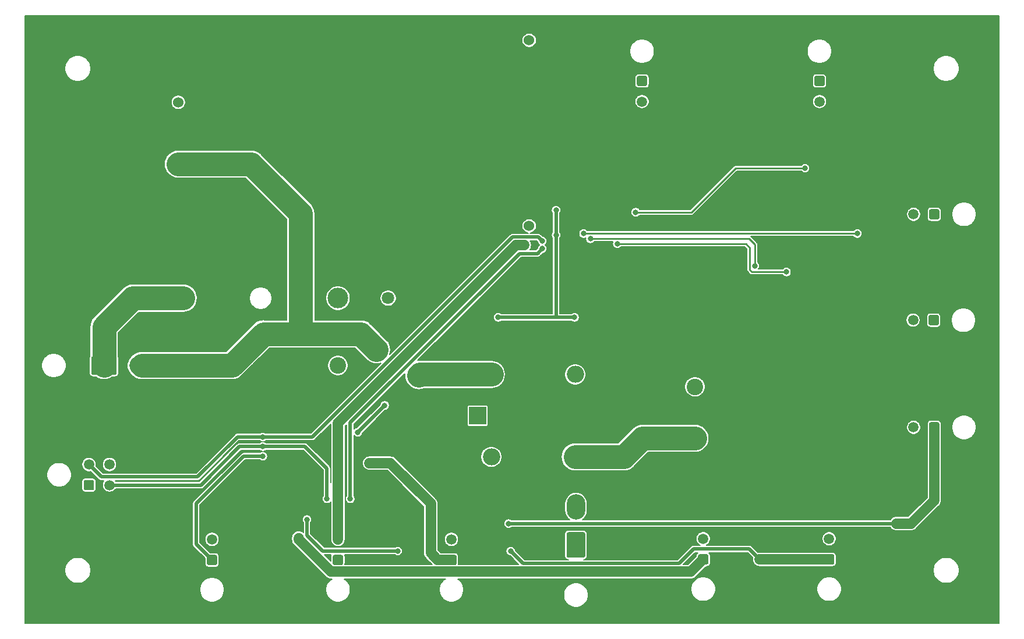
<source format=gbl>
G04 #@! TF.GenerationSoftware,KiCad,Pcbnew,(5.1.9)-1*
G04 #@! TF.CreationDate,2021-01-28T15:57:22-05:00*
G04 #@! TF.ProjectId,SensorBoard,53656e73-6f72-4426-9f61-72642e6b6963,rev?*
G04 #@! TF.SameCoordinates,Original*
G04 #@! TF.FileFunction,Copper,L2,Bot*
G04 #@! TF.FilePolarity,Positive*
%FSLAX46Y46*%
G04 Gerber Fmt 4.6, Leading zero omitted, Abs format (unit mm)*
G04 Created by KiCad (PCBNEW (5.1.9)-1) date 2021-01-28 15:57:22*
%MOMM*%
%LPD*%
G01*
G04 APERTURE LIST*
G04 #@! TA.AperFunction,ComponentPad*
%ADD10O,2.700000X3.700000*%
G04 #@! TD*
G04 #@! TA.AperFunction,ComponentPad*
%ADD11O,3.700000X2.700000*%
G04 #@! TD*
G04 #@! TA.AperFunction,ComponentPad*
%ADD12C,2.400000*%
G04 #@! TD*
G04 #@! TA.AperFunction,ComponentPad*
%ADD13R,2.400000X2.400000*%
G04 #@! TD*
G04 #@! TA.AperFunction,ComponentPad*
%ADD14C,1.800000*%
G04 #@! TD*
G04 #@! TA.AperFunction,ComponentPad*
%ADD15C,1.524000*%
G04 #@! TD*
G04 #@! TA.AperFunction,ComponentPad*
%ADD16O,2.500000X2.500000*%
G04 #@! TD*
G04 #@! TA.AperFunction,ComponentPad*
%ADD17R,2.500000X2.500000*%
G04 #@! TD*
G04 #@! TA.AperFunction,ComponentPad*
%ADD18C,1.500000*%
G04 #@! TD*
G04 #@! TA.AperFunction,ComponentPad*
%ADD19C,3.000000*%
G04 #@! TD*
G04 #@! TA.AperFunction,ViaPad*
%ADD20C,0.800000*%
G04 #@! TD*
G04 #@! TA.AperFunction,Conductor*
%ADD21C,3.500000*%
G04 #@! TD*
G04 #@! TA.AperFunction,Conductor*
%ADD22C,0.500000*%
G04 #@! TD*
G04 #@! TA.AperFunction,Conductor*
%ADD23C,1.500000*%
G04 #@! TD*
G04 #@! TA.AperFunction,Conductor*
%ADD24C,0.250000*%
G04 #@! TD*
G04 #@! TA.AperFunction,NonConductor*
%ADD25C,0.200000*%
G04 #@! TD*
G04 #@! TA.AperFunction,NonConductor*
%ADD26C,0.100000*%
G04 #@! TD*
G04 APERTURE END LIST*
D10*
X160000000Y-133500000D03*
G04 #@! TA.AperFunction,ComponentPad*
G36*
G01*
X161350000Y-137400001D02*
X161350000Y-140599999D01*
G75*
G02*
X161099999Y-140850000I-250001J0D01*
G01*
X158900001Y-140850000D01*
G75*
G02*
X158650000Y-140599999I0J250001D01*
G01*
X158650000Y-137400001D01*
G75*
G02*
X158900001Y-137150000I250001J0D01*
G01*
X161099999Y-137150000D01*
G75*
G02*
X161350000Y-137400001I0J-250001D01*
G01*
G37*
G04 #@! TD.AperFunction*
D11*
X96900000Y-112900000D03*
G04 #@! TA.AperFunction,ComponentPad*
G36*
G01*
X92999999Y-114250000D02*
X89800001Y-114250000D01*
G75*
G02*
X89550000Y-113999999I0J250001D01*
G01*
X89550000Y-111800001D01*
G75*
G02*
X89800001Y-111550000I250001J0D01*
G01*
X92999999Y-111550000D01*
G75*
G02*
X93250000Y-111800001I0J-250001D01*
G01*
X93250000Y-113999999D01*
G75*
G02*
X92999999Y-114250000I-250001J0D01*
G01*
G37*
G04 #@! TD.AperFunction*
D12*
X177300000Y-116000000D03*
D13*
X177300000Y-123500000D03*
D14*
X132700000Y-103100000D03*
X131000000Y-110600000D03*
D15*
X153200000Y-92600000D03*
X153200000Y-65600000D03*
X102200000Y-83600000D03*
X102200000Y-74600000D03*
D16*
X147700000Y-114200000D03*
X159900000Y-114200000D03*
X159900000Y-126200000D03*
X147700000Y-126200000D03*
D17*
X145700000Y-120200000D03*
D18*
X209080000Y-90900000D03*
G04 #@! TA.AperFunction,ComponentPad*
G36*
G01*
X211580000Y-90150000D02*
X212580000Y-90150000D01*
G75*
G02*
X212830000Y-90400000I0J-250000D01*
G01*
X212830000Y-91400000D01*
G75*
G02*
X212580000Y-91650000I-250000J0D01*
G01*
X211580000Y-91650000D01*
G75*
G02*
X211330000Y-91400000I0J250000D01*
G01*
X211330000Y-90400000D01*
G75*
G02*
X211580000Y-90150000I250000J0D01*
G01*
G37*
G04 #@! TD.AperFunction*
X209080000Y-121900000D03*
G04 #@! TA.AperFunction,ComponentPad*
G36*
G01*
X211580000Y-121150000D02*
X212580000Y-121150000D01*
G75*
G02*
X212830000Y-121400000I0J-250000D01*
G01*
X212830000Y-122400000D01*
G75*
G02*
X212580000Y-122650000I-250000J0D01*
G01*
X211580000Y-122650000D01*
G75*
G02*
X211330000Y-122400000I0J250000D01*
G01*
X211330000Y-121400000D01*
G75*
G02*
X211580000Y-121150000I250000J0D01*
G01*
G37*
G04 #@! TD.AperFunction*
X196800000Y-138100000D03*
G04 #@! TA.AperFunction,ComponentPad*
G36*
G01*
X197550000Y-140600000D02*
X197550000Y-141600000D01*
G75*
G02*
X197300000Y-141850000I-250000J0D01*
G01*
X196300000Y-141850000D01*
G75*
G02*
X196050000Y-141600000I0J250000D01*
G01*
X196050000Y-140600000D01*
G75*
G02*
X196300000Y-140350000I250000J0D01*
G01*
X197300000Y-140350000D01*
G75*
G02*
X197550000Y-140600000I0J-250000D01*
G01*
G37*
G04 #@! TD.AperFunction*
X178500000Y-138100000D03*
G04 #@! TA.AperFunction,ComponentPad*
G36*
G01*
X179250000Y-140600000D02*
X179250000Y-141600000D01*
G75*
G02*
X179000000Y-141850000I-250000J0D01*
G01*
X178000000Y-141850000D01*
G75*
G02*
X177750000Y-141600000I0J250000D01*
G01*
X177750000Y-140600000D01*
G75*
G02*
X178000000Y-140350000I250000J0D01*
G01*
X179000000Y-140350000D01*
G75*
G02*
X179250000Y-140600000I0J-250000D01*
G01*
G37*
G04 #@! TD.AperFunction*
X209000000Y-106300000D03*
G04 #@! TA.AperFunction,ComponentPad*
G36*
G01*
X211500000Y-105550000D02*
X212500000Y-105550000D01*
G75*
G02*
X212750000Y-105800000I0J-250000D01*
G01*
X212750000Y-106800000D01*
G75*
G02*
X212500000Y-107050000I-250000J0D01*
G01*
X211500000Y-107050000D01*
G75*
G02*
X211250000Y-106800000I0J250000D01*
G01*
X211250000Y-105800000D01*
G75*
G02*
X211500000Y-105550000I250000J0D01*
G01*
G37*
G04 #@! TD.AperFunction*
X125400000Y-138200000D03*
G04 #@! TA.AperFunction,ComponentPad*
G36*
G01*
X126150000Y-140700000D02*
X126150000Y-141700000D01*
G75*
G02*
X125900000Y-141950000I-250000J0D01*
G01*
X124900000Y-141950000D01*
G75*
G02*
X124650000Y-141700000I0J250000D01*
G01*
X124650000Y-140700000D01*
G75*
G02*
X124900000Y-140450000I250000J0D01*
G01*
X125900000Y-140450000D01*
G75*
G02*
X126150000Y-140700000I0J-250000D01*
G01*
G37*
G04 #@! TD.AperFunction*
X195400000Y-74500000D03*
G04 #@! TA.AperFunction,ComponentPad*
G36*
G01*
X194650000Y-72000000D02*
X194650000Y-71000000D01*
G75*
G02*
X194900000Y-70750000I250000J0D01*
G01*
X195900000Y-70750000D01*
G75*
G02*
X196150000Y-71000000I0J-250000D01*
G01*
X196150000Y-72000000D01*
G75*
G02*
X195900000Y-72250000I-250000J0D01*
G01*
X194900000Y-72250000D01*
G75*
G02*
X194650000Y-72000000I0J250000D01*
G01*
G37*
G04 #@! TD.AperFunction*
X169600000Y-74500000D03*
G04 #@! TA.AperFunction,ComponentPad*
G36*
G01*
X168850000Y-72000000D02*
X168850000Y-71000000D01*
G75*
G02*
X169100000Y-70750000I250000J0D01*
G01*
X170100000Y-70750000D01*
G75*
G02*
X170350000Y-71000000I0J-250000D01*
G01*
X170350000Y-72000000D01*
G75*
G02*
X170100000Y-72250000I-250000J0D01*
G01*
X169100000Y-72250000D01*
G75*
G02*
X168850000Y-72000000I0J250000D01*
G01*
G37*
G04 #@! TD.AperFunction*
X141900000Y-138200000D03*
G04 #@! TA.AperFunction,ComponentPad*
G36*
G01*
X142650000Y-140700000D02*
X142650000Y-141700000D01*
G75*
G02*
X142400000Y-141950000I-250000J0D01*
G01*
X141400000Y-141950000D01*
G75*
G02*
X141150000Y-141700000I0J250000D01*
G01*
X141150000Y-140700000D01*
G75*
G02*
X141400000Y-140450000I250000J0D01*
G01*
X142400000Y-140450000D01*
G75*
G02*
X142650000Y-140700000I0J-250000D01*
G01*
G37*
G04 #@! TD.AperFunction*
X107100000Y-138200000D03*
G04 #@! TA.AperFunction,ComponentPad*
G36*
G01*
X107850000Y-140700000D02*
X107850000Y-141700000D01*
G75*
G02*
X107600000Y-141950000I-250000J0D01*
G01*
X106600000Y-141950000D01*
G75*
G02*
X106350000Y-141700000I0J250000D01*
G01*
X106350000Y-140700000D01*
G75*
G02*
X106600000Y-140450000I250000J0D01*
G01*
X107600000Y-140450000D01*
G75*
G02*
X107850000Y-140700000I0J-250000D01*
G01*
G37*
G04 #@! TD.AperFunction*
X92200000Y-127300000D03*
X92200000Y-130300000D03*
X89200000Y-127300000D03*
G04 #@! TA.AperFunction,ComponentPad*
G36*
G01*
X89700000Y-131050000D02*
X88700000Y-131050000D01*
G75*
G02*
X88450000Y-130800000I0J250000D01*
G01*
X88450000Y-129800000D01*
G75*
G02*
X88700000Y-129550000I250000J0D01*
G01*
X89700000Y-129550000D01*
G75*
G02*
X89950000Y-129800000I0J-250000D01*
G01*
X89950000Y-130800000D01*
G75*
G02*
X89700000Y-131050000I-250000J0D01*
G01*
G37*
G04 #@! TD.AperFunction*
D19*
X102900000Y-103100000D03*
X125400000Y-103100000D03*
D12*
X125400000Y-112900000D03*
X102900000Y-112900000D03*
D20*
X148700000Y-105900000D03*
X159800000Y-105900000D03*
X157100000Y-93925000D03*
X157100000Y-90300000D03*
X137000000Y-114200000D03*
X128300000Y-122600000D03*
X132200000Y-118700000D03*
X119700000Y-138000000D03*
X120900000Y-135300000D03*
X134100000Y-139900000D03*
X150500000Y-139900000D03*
X186700000Y-141100000D03*
X150200000Y-135900000D03*
X206600000Y-135900000D03*
X130000000Y-127100000D03*
X114500000Y-126100000D03*
X114500000Y-124700000D03*
X155100000Y-95900000D03*
X127200000Y-132300000D03*
X123800000Y-132300000D03*
X190600000Y-99300000D03*
X166000000Y-95200000D03*
X114500000Y-123300000D03*
X155100000Y-94800000D03*
X162100000Y-94475000D03*
X186000000Y-98400000D03*
X168675000Y-90600000D03*
X193300000Y-84200000D03*
X152500000Y-95400000D03*
X161100000Y-93700000D03*
X200900000Y-93700000D03*
D21*
X102900000Y-112900000D02*
X110000000Y-112900000D01*
X110000000Y-112900000D02*
X114600000Y-108300000D01*
X128700000Y-108300000D02*
X131000000Y-110600000D01*
X96900000Y-112900000D02*
X102900000Y-112900000D01*
X102200000Y-83600000D02*
X112800000Y-83600000D01*
X120000000Y-90800000D02*
X120000000Y-108300000D01*
X112800000Y-83600000D02*
X120000000Y-90800000D01*
X120000000Y-108300000D02*
X128700000Y-108300000D01*
X114600000Y-108300000D02*
X120000000Y-108300000D01*
D22*
X157100000Y-105800000D02*
X157000000Y-105900000D01*
X157100000Y-93925000D02*
X157100000Y-105800000D01*
X157000000Y-105900000D02*
X159800000Y-105900000D01*
X148700000Y-105900000D02*
X157000000Y-105900000D01*
X157100000Y-93925000D02*
X157100000Y-90300000D01*
D23*
X137000000Y-114200000D02*
X147700000Y-114200000D01*
D22*
X128300000Y-122600000D02*
X132200000Y-118700000D01*
D21*
X137308352Y-114200000D02*
X137154176Y-114354176D01*
X147700000Y-114200000D02*
X137308352Y-114200000D01*
X91400000Y-112900000D02*
X91400000Y-107300000D01*
X95600000Y-103100000D02*
X102900000Y-103100000D01*
X91400000Y-107300000D02*
X95600000Y-103100000D01*
D23*
X119700000Y-138197074D02*
X119700000Y-138000000D01*
X124402936Y-142900010D02*
X119700000Y-138197074D01*
X176699990Y-142900010D02*
X178500000Y-141100000D01*
X124402936Y-142900010D02*
X176699990Y-142900010D01*
D22*
X120900000Y-135300000D02*
X120900000Y-137600000D01*
X120900000Y-137600000D02*
X123200000Y-139900000D01*
X123200000Y-139900000D02*
X134100000Y-139900000D01*
D23*
X186700000Y-141100000D02*
X196800000Y-141100000D01*
D22*
X150500000Y-139900000D02*
X152300000Y-141700000D01*
X152300000Y-141700000D02*
X175000000Y-141700000D01*
X175000000Y-141700000D02*
X177100000Y-139600000D01*
X185200000Y-139600000D02*
X186700000Y-141100000D01*
X177100000Y-139600000D02*
X185200000Y-139600000D01*
D23*
X206600000Y-135900000D02*
X208700000Y-135900000D01*
X212080000Y-132520000D02*
X212080000Y-121900000D01*
X208700000Y-135900000D02*
X212080000Y-132520000D01*
D22*
X150200000Y-135900000D02*
X206600000Y-135900000D01*
D23*
X141900000Y-141200000D02*
X139900000Y-141200000D01*
X138900000Y-140200000D02*
X138900000Y-133000000D01*
X139900000Y-141200000D02*
X138900000Y-140200000D01*
X133000000Y-127100000D02*
X138900000Y-133000000D01*
X130000000Y-127100000D02*
X133000000Y-127100000D01*
D22*
X114500000Y-126100000D02*
X111700000Y-126100000D01*
X111700000Y-126100000D02*
X104800000Y-133000000D01*
X104800000Y-138900000D02*
X104800000Y-137900000D01*
X107100000Y-141200000D02*
X104800000Y-138900000D01*
X104800000Y-133000000D02*
X104800000Y-137900000D01*
X92200000Y-130300000D02*
X105500000Y-130300000D01*
X111100000Y-124700000D02*
X114500000Y-124700000D01*
X105500000Y-130300000D02*
X111100000Y-124700000D01*
D24*
X154400000Y-96600000D02*
X155100000Y-95900000D01*
X190600000Y-99300000D02*
X185600000Y-99300000D01*
X185274999Y-98974999D02*
X185274999Y-95774999D01*
X185600000Y-99300000D02*
X185274999Y-98974999D01*
X185274999Y-95774999D02*
X184700000Y-95200000D01*
X184700000Y-95200000D02*
X166000000Y-95200000D01*
D22*
X120600000Y-124700000D02*
X123800000Y-127900000D01*
X114500000Y-124700000D02*
X120600000Y-124700000D01*
X123800000Y-132300000D02*
X123800000Y-127900000D01*
X127200000Y-132300000D02*
X127200000Y-121197070D01*
X154399990Y-96600010D02*
X154400000Y-96600000D01*
X151797060Y-96600010D02*
X154399990Y-96600010D01*
X127200000Y-121197070D02*
X151797060Y-96600010D01*
X155100000Y-95900000D02*
X154399990Y-96600010D01*
X114500000Y-123300000D02*
X110800000Y-123300000D01*
X110800000Y-123300000D02*
X105000000Y-129100000D01*
X91000000Y-129100000D02*
X89200000Y-127300000D01*
X105000000Y-129100000D02*
X91000000Y-129100000D01*
X154499990Y-94199990D02*
X155100000Y-94800000D01*
X150802940Y-94199990D02*
X154499990Y-94199990D01*
X121702930Y-123300000D02*
X150802940Y-94199990D01*
X114500000Y-123300000D02*
X121702930Y-123300000D01*
D24*
X162100000Y-94475000D02*
X185175000Y-94475000D01*
X186000000Y-95300000D02*
X185175000Y-94475000D01*
X186000000Y-98400000D02*
X186000000Y-95300000D01*
X168675000Y-90600000D02*
X176800000Y-90600000D01*
X183200000Y-84200000D02*
X193300000Y-84200000D01*
X176800000Y-90600000D02*
X183200000Y-84200000D01*
D23*
X151300000Y-95400000D02*
X152500000Y-95400000D01*
X125400000Y-121300000D02*
X151300000Y-95400000D01*
X125400000Y-138200000D02*
X125400000Y-121300000D01*
D24*
X161100000Y-93700000D02*
X200900000Y-93700000D01*
D21*
X167000000Y-126200000D02*
X169700000Y-123500000D01*
X159900000Y-126200000D02*
X167000000Y-126200000D01*
X169700000Y-123500000D02*
X177300000Y-123500000D01*
D25*
X221475001Y-150375000D02*
X79925000Y-150375000D01*
X79925000Y-145342716D01*
X105300000Y-145342716D01*
X105300000Y-145697284D01*
X105369173Y-146045041D01*
X105504861Y-146372620D01*
X105701849Y-146667433D01*
X105952567Y-146918151D01*
X106247380Y-147115139D01*
X106574959Y-147250827D01*
X106922716Y-147320000D01*
X107277284Y-147320000D01*
X107625041Y-147250827D01*
X107952620Y-147115139D01*
X108247433Y-146918151D01*
X108498151Y-146667433D01*
X108695139Y-146372620D01*
X108830827Y-146045041D01*
X108900000Y-145697284D01*
X108900000Y-145342716D01*
X108830827Y-144994959D01*
X108695139Y-144667380D01*
X108498151Y-144372567D01*
X108247433Y-144121849D01*
X107952620Y-143924861D01*
X107625041Y-143789173D01*
X107277284Y-143720000D01*
X106922716Y-143720000D01*
X106574959Y-143789173D01*
X106247380Y-143924861D01*
X105952567Y-144121849D01*
X105701849Y-144372567D01*
X105504861Y-144667380D01*
X105369173Y-144994959D01*
X105300000Y-145342716D01*
X79925000Y-145342716D01*
X79925000Y-142512866D01*
X85700000Y-142512866D01*
X85700000Y-142887134D01*
X85773016Y-143254209D01*
X85916242Y-143599987D01*
X86124174Y-143911179D01*
X86388821Y-144175826D01*
X86700013Y-144383758D01*
X87045791Y-144526984D01*
X87412866Y-144600000D01*
X87787134Y-144600000D01*
X88154209Y-144526984D01*
X88499987Y-144383758D01*
X88811179Y-144175826D01*
X89075826Y-143911179D01*
X89283758Y-143599987D01*
X89426984Y-143254209D01*
X89500000Y-142887134D01*
X89500000Y-142512866D01*
X89426984Y-142145791D01*
X89283758Y-141800013D01*
X89075826Y-141488821D01*
X88811179Y-141224174D01*
X88499987Y-141016242D01*
X88154209Y-140873016D01*
X87787134Y-140800000D01*
X87412866Y-140800000D01*
X87045791Y-140873016D01*
X86700013Y-141016242D01*
X86388821Y-141224174D01*
X86124174Y-141488821D01*
X85916242Y-141800013D01*
X85773016Y-142145791D01*
X85700000Y-142512866D01*
X79925000Y-142512866D01*
X79925000Y-128622716D01*
X83080000Y-128622716D01*
X83080000Y-128977284D01*
X83149173Y-129325041D01*
X83284861Y-129652620D01*
X83481849Y-129947433D01*
X83732567Y-130198151D01*
X84027380Y-130395139D01*
X84354959Y-130530827D01*
X84702716Y-130600000D01*
X85057284Y-130600000D01*
X85405041Y-130530827D01*
X85732620Y-130395139D01*
X86027433Y-130198151D01*
X86278151Y-129947433D01*
X86376662Y-129800000D01*
X88148549Y-129800000D01*
X88148549Y-130800000D01*
X88159145Y-130907583D01*
X88190526Y-131011031D01*
X88241485Y-131106370D01*
X88310065Y-131189935D01*
X88393630Y-131258515D01*
X88488969Y-131309474D01*
X88592417Y-131340855D01*
X88700000Y-131351451D01*
X89700000Y-131351451D01*
X89807583Y-131340855D01*
X89911031Y-131309474D01*
X90006370Y-131258515D01*
X90089935Y-131189935D01*
X90158515Y-131106370D01*
X90209474Y-131011031D01*
X90240855Y-130907583D01*
X90251451Y-130800000D01*
X90251451Y-129800000D01*
X90240855Y-129692417D01*
X90209474Y-129588969D01*
X90158515Y-129493630D01*
X90089935Y-129410065D01*
X90006370Y-129341485D01*
X89911031Y-129290526D01*
X89807583Y-129259145D01*
X89700000Y-129248549D01*
X88700000Y-129248549D01*
X88592417Y-129259145D01*
X88488969Y-129290526D01*
X88393630Y-129341485D01*
X88310065Y-129410065D01*
X88241485Y-129493630D01*
X88190526Y-129588969D01*
X88159145Y-129692417D01*
X88148549Y-129800000D01*
X86376662Y-129800000D01*
X86475139Y-129652620D01*
X86610827Y-129325041D01*
X86680000Y-128977284D01*
X86680000Y-128622716D01*
X86610827Y-128274959D01*
X86475139Y-127947380D01*
X86278151Y-127652567D01*
X86027433Y-127401849D01*
X85732620Y-127204861D01*
X85712638Y-127196584D01*
X88150000Y-127196584D01*
X88150000Y-127403416D01*
X88190350Y-127606274D01*
X88269502Y-127797362D01*
X88384411Y-127969336D01*
X88530664Y-128115589D01*
X88702638Y-128230498D01*
X88893726Y-128309650D01*
X89096584Y-128350000D01*
X89303416Y-128350000D01*
X89444183Y-128322000D01*
X90591992Y-129469810D01*
X90609210Y-129490790D01*
X90630190Y-129508008D01*
X90630195Y-129508013D01*
X90682097Y-129550607D01*
X90692958Y-129559521D01*
X90788506Y-129610592D01*
X90892181Y-129642042D01*
X90972982Y-129650000D01*
X90972991Y-129650000D01*
X90999999Y-129652660D01*
X91027007Y-129650000D01*
X91371491Y-129650000D01*
X91269502Y-129802638D01*
X91190350Y-129993726D01*
X91150000Y-130196584D01*
X91150000Y-130403416D01*
X91190350Y-130606274D01*
X91269502Y-130797362D01*
X91384411Y-130969336D01*
X91530664Y-131115589D01*
X91702638Y-131230498D01*
X91893726Y-131309650D01*
X92096584Y-131350000D01*
X92303416Y-131350000D01*
X92506274Y-131309650D01*
X92697362Y-131230498D01*
X92869336Y-131115589D01*
X93015589Y-130969336D01*
X93095327Y-130850000D01*
X105472992Y-130850000D01*
X105500000Y-130852660D01*
X105527008Y-130850000D01*
X105527018Y-130850000D01*
X105607819Y-130842042D01*
X105711494Y-130810592D01*
X105807042Y-130759521D01*
X105890790Y-130690790D01*
X105908013Y-130669804D01*
X111327818Y-125250000D01*
X114063166Y-125250000D01*
X114168426Y-125320332D01*
X114295818Y-125373099D01*
X114431056Y-125400000D01*
X114295818Y-125426901D01*
X114168426Y-125479668D01*
X114063166Y-125550000D01*
X111727011Y-125550000D01*
X111700000Y-125547340D01*
X111672989Y-125550000D01*
X111672982Y-125550000D01*
X111592181Y-125557958D01*
X111488506Y-125589408D01*
X111392958Y-125640479D01*
X111309210Y-125709210D01*
X111291987Y-125730196D01*
X104430196Y-132591987D01*
X104409210Y-132609210D01*
X104340479Y-132692958D01*
X104289408Y-132788507D01*
X104257958Y-132892182D01*
X104250000Y-132972983D01*
X104250000Y-132972992D01*
X104247340Y-133000000D01*
X104250000Y-133027008D01*
X104250001Y-137872982D01*
X104250000Y-138872992D01*
X104247340Y-138900000D01*
X104250000Y-138927008D01*
X104250000Y-138927017D01*
X104257958Y-139007818D01*
X104289408Y-139111493D01*
X104340479Y-139207042D01*
X104409210Y-139290790D01*
X104430196Y-139308013D01*
X106048549Y-140926367D01*
X106048549Y-141700000D01*
X106059145Y-141807583D01*
X106090526Y-141911031D01*
X106141485Y-142006370D01*
X106210065Y-142089935D01*
X106293630Y-142158515D01*
X106388969Y-142209474D01*
X106492417Y-142240855D01*
X106600000Y-142251451D01*
X107600000Y-142251451D01*
X107707583Y-142240855D01*
X107811031Y-142209474D01*
X107906370Y-142158515D01*
X107989935Y-142089935D01*
X108058515Y-142006370D01*
X108109474Y-141911031D01*
X108140855Y-141807583D01*
X108151451Y-141700000D01*
X108151451Y-140700000D01*
X108140855Y-140592417D01*
X108109474Y-140488969D01*
X108058515Y-140393630D01*
X107989935Y-140310065D01*
X107906370Y-140241485D01*
X107811031Y-140190526D01*
X107707583Y-140159145D01*
X107600000Y-140148549D01*
X106826367Y-140148549D01*
X105350000Y-138672183D01*
X105350000Y-138096584D01*
X106050000Y-138096584D01*
X106050000Y-138303416D01*
X106090350Y-138506274D01*
X106169502Y-138697362D01*
X106284411Y-138869336D01*
X106430664Y-139015589D01*
X106602638Y-139130498D01*
X106793726Y-139209650D01*
X106996584Y-139250000D01*
X107203416Y-139250000D01*
X107406274Y-139209650D01*
X107597362Y-139130498D01*
X107769336Y-139015589D01*
X107915589Y-138869336D01*
X108030498Y-138697362D01*
X108109650Y-138506274D01*
X108150000Y-138303416D01*
X108150000Y-138197074D01*
X118644921Y-138197074D01*
X118650000Y-138248642D01*
X118650000Y-138248651D01*
X118665193Y-138402909D01*
X118725233Y-138600835D01*
X118822733Y-138783245D01*
X118953946Y-138943128D01*
X118994014Y-138976011D01*
X123624003Y-143606001D01*
X123656882Y-143646064D01*
X123816765Y-143777277D01*
X123999174Y-143874777D01*
X124197100Y-143934817D01*
X124351358Y-143950010D01*
X124351365Y-143950010D01*
X124402936Y-143955089D01*
X124454507Y-143950010D01*
X124509742Y-143950010D01*
X124252567Y-144121849D01*
X124001849Y-144372567D01*
X123804861Y-144667380D01*
X123669173Y-144994959D01*
X123600000Y-145342716D01*
X123600000Y-145697284D01*
X123669173Y-146045041D01*
X123804861Y-146372620D01*
X124001849Y-146667433D01*
X124252567Y-146918151D01*
X124547380Y-147115139D01*
X124874959Y-147250827D01*
X125222716Y-147320000D01*
X125577284Y-147320000D01*
X125925041Y-147250827D01*
X126252620Y-147115139D01*
X126547433Y-146918151D01*
X126798151Y-146667433D01*
X126995139Y-146372620D01*
X127130827Y-146045041D01*
X127200000Y-145697284D01*
X127200000Y-145342716D01*
X127130827Y-144994959D01*
X126995139Y-144667380D01*
X126798151Y-144372567D01*
X126547433Y-144121849D01*
X126290258Y-143950010D01*
X141009742Y-143950010D01*
X140752567Y-144121849D01*
X140501849Y-144372567D01*
X140304861Y-144667380D01*
X140169173Y-144994959D01*
X140100000Y-145342716D01*
X140100000Y-145697284D01*
X140169173Y-146045041D01*
X140304861Y-146372620D01*
X140501849Y-146667433D01*
X140752567Y-146918151D01*
X141047380Y-147115139D01*
X141374959Y-147250827D01*
X141722716Y-147320000D01*
X142077284Y-147320000D01*
X142425041Y-147250827D01*
X142752620Y-147115139D01*
X143047433Y-146918151D01*
X143298151Y-146667433D01*
X143495139Y-146372620D01*
X143598652Y-146122716D01*
X158200000Y-146122716D01*
X158200000Y-146477284D01*
X158269173Y-146825041D01*
X158404861Y-147152620D01*
X158601849Y-147447433D01*
X158852567Y-147698151D01*
X159147380Y-147895139D01*
X159474959Y-148030827D01*
X159822716Y-148100000D01*
X160177284Y-148100000D01*
X160525041Y-148030827D01*
X160852620Y-147895139D01*
X161147433Y-147698151D01*
X161398151Y-147447433D01*
X161595139Y-147152620D01*
X161730827Y-146825041D01*
X161800000Y-146477284D01*
X161800000Y-146122716D01*
X161730827Y-145774959D01*
X161595139Y-145447380D01*
X161458387Y-145242716D01*
X176700000Y-145242716D01*
X176700000Y-145597284D01*
X176769173Y-145945041D01*
X176904861Y-146272620D01*
X177101849Y-146567433D01*
X177352567Y-146818151D01*
X177647380Y-147015139D01*
X177974959Y-147150827D01*
X178322716Y-147220000D01*
X178677284Y-147220000D01*
X179025041Y-147150827D01*
X179352620Y-147015139D01*
X179647433Y-146818151D01*
X179898151Y-146567433D01*
X180095139Y-146272620D01*
X180230827Y-145945041D01*
X180300000Y-145597284D01*
X180300000Y-145242716D01*
X195000000Y-145242716D01*
X195000000Y-145597284D01*
X195069173Y-145945041D01*
X195204861Y-146272620D01*
X195401849Y-146567433D01*
X195652567Y-146818151D01*
X195947380Y-147015139D01*
X196274959Y-147150827D01*
X196622716Y-147220000D01*
X196977284Y-147220000D01*
X197325041Y-147150827D01*
X197652620Y-147015139D01*
X197947433Y-146818151D01*
X198198151Y-146567433D01*
X198395139Y-146272620D01*
X198530827Y-145945041D01*
X198600000Y-145597284D01*
X198600000Y-145242716D01*
X198530827Y-144894959D01*
X198395139Y-144567380D01*
X198198151Y-144272567D01*
X197947433Y-144021849D01*
X197652620Y-143824861D01*
X197325041Y-143689173D01*
X196977284Y-143620000D01*
X196622716Y-143620000D01*
X196274959Y-143689173D01*
X195947380Y-143824861D01*
X195652567Y-144021849D01*
X195401849Y-144272567D01*
X195204861Y-144567380D01*
X195069173Y-144894959D01*
X195000000Y-145242716D01*
X180300000Y-145242716D01*
X180230827Y-144894959D01*
X180095139Y-144567380D01*
X179898151Y-144272567D01*
X179647433Y-144021849D01*
X179352620Y-143824861D01*
X179025041Y-143689173D01*
X178677284Y-143620000D01*
X178322716Y-143620000D01*
X177974959Y-143689173D01*
X177647380Y-143824861D01*
X177352567Y-144021849D01*
X177101849Y-144272567D01*
X176904861Y-144567380D01*
X176769173Y-144894959D01*
X176700000Y-145242716D01*
X161458387Y-145242716D01*
X161398151Y-145152567D01*
X161147433Y-144901849D01*
X160852620Y-144704861D01*
X160525041Y-144569173D01*
X160177284Y-144500000D01*
X159822716Y-144500000D01*
X159474959Y-144569173D01*
X159147380Y-144704861D01*
X158852567Y-144901849D01*
X158601849Y-145152567D01*
X158404861Y-145447380D01*
X158269173Y-145774959D01*
X158200000Y-146122716D01*
X143598652Y-146122716D01*
X143630827Y-146045041D01*
X143700000Y-145697284D01*
X143700000Y-145342716D01*
X143630827Y-144994959D01*
X143495139Y-144667380D01*
X143298151Y-144372567D01*
X143047433Y-144121849D01*
X142790258Y-143950010D01*
X176648422Y-143950010D01*
X176699990Y-143955089D01*
X176751558Y-143950010D01*
X176751568Y-143950010D01*
X176905826Y-143934817D01*
X177103752Y-143874777D01*
X177286161Y-143777277D01*
X177446044Y-143646064D01*
X177478927Y-143605996D01*
X178572057Y-142512866D01*
X211900000Y-142512866D01*
X211900000Y-142887134D01*
X211973016Y-143254209D01*
X212116242Y-143599987D01*
X212324174Y-143911179D01*
X212588821Y-144175826D01*
X212900013Y-144383758D01*
X213245791Y-144526984D01*
X213612866Y-144600000D01*
X213987134Y-144600000D01*
X214354209Y-144526984D01*
X214699987Y-144383758D01*
X215011179Y-144175826D01*
X215275826Y-143911179D01*
X215483758Y-143599987D01*
X215626984Y-143254209D01*
X215700000Y-142887134D01*
X215700000Y-142512866D01*
X215626984Y-142145791D01*
X215483758Y-141800013D01*
X215275826Y-141488821D01*
X215011179Y-141224174D01*
X214699987Y-141016242D01*
X214354209Y-140873016D01*
X213987134Y-140800000D01*
X213612866Y-140800000D01*
X213245791Y-140873016D01*
X212900013Y-141016242D01*
X212588821Y-141224174D01*
X212324174Y-141488821D01*
X212116242Y-141800013D01*
X211973016Y-142145791D01*
X211900000Y-142512866D01*
X178572057Y-142512866D01*
X178933473Y-142151451D01*
X179000000Y-142151451D01*
X179107583Y-142140855D01*
X179211031Y-142109474D01*
X179306370Y-142058515D01*
X179389935Y-141989935D01*
X179458515Y-141906370D01*
X179509474Y-141811031D01*
X179540855Y-141707583D01*
X179551451Y-141600000D01*
X179551451Y-141136846D01*
X179555080Y-141100000D01*
X179551451Y-141063154D01*
X179551451Y-140600000D01*
X179540855Y-140492417D01*
X179509474Y-140388969D01*
X179458515Y-140293630D01*
X179389935Y-140210065D01*
X179316746Y-140150000D01*
X184972183Y-140150000D01*
X185677099Y-140854916D01*
X185665193Y-140894164D01*
X185644920Y-141100000D01*
X185665193Y-141305836D01*
X185725233Y-141503762D01*
X185822733Y-141686171D01*
X185953946Y-141846054D01*
X186113829Y-141977267D01*
X186296238Y-142074767D01*
X186494164Y-142134807D01*
X186648422Y-142150000D01*
X196285268Y-142150000D01*
X196300000Y-142151451D01*
X197300000Y-142151451D01*
X197407583Y-142140855D01*
X197511031Y-142109474D01*
X197606370Y-142058515D01*
X197689935Y-141989935D01*
X197758515Y-141906370D01*
X197809474Y-141811031D01*
X197840855Y-141707583D01*
X197851451Y-141600000D01*
X197851451Y-141136846D01*
X197855080Y-141100000D01*
X197851451Y-141063154D01*
X197851451Y-140600000D01*
X197840855Y-140492417D01*
X197809474Y-140388969D01*
X197758515Y-140293630D01*
X197689935Y-140210065D01*
X197606370Y-140141485D01*
X197511031Y-140090526D01*
X197407583Y-140059145D01*
X197300000Y-140048549D01*
X196300000Y-140048549D01*
X196285268Y-140050000D01*
X186648422Y-140050000D01*
X186494164Y-140065193D01*
X186454916Y-140077099D01*
X185608013Y-139230196D01*
X185590790Y-139209210D01*
X185507042Y-139140479D01*
X185411494Y-139089408D01*
X185307819Y-139057958D01*
X185227018Y-139050000D01*
X185227008Y-139050000D01*
X185200000Y-139047340D01*
X185172992Y-139050000D01*
X178950280Y-139050000D01*
X178997362Y-139030498D01*
X179169336Y-138915589D01*
X179315589Y-138769336D01*
X179430498Y-138597362D01*
X179509650Y-138406274D01*
X179550000Y-138203416D01*
X179550000Y-137996584D01*
X195750000Y-137996584D01*
X195750000Y-138203416D01*
X195790350Y-138406274D01*
X195869502Y-138597362D01*
X195984411Y-138769336D01*
X196130664Y-138915589D01*
X196302638Y-139030498D01*
X196493726Y-139109650D01*
X196696584Y-139150000D01*
X196903416Y-139150000D01*
X197106274Y-139109650D01*
X197297362Y-139030498D01*
X197469336Y-138915589D01*
X197615589Y-138769336D01*
X197730498Y-138597362D01*
X197809650Y-138406274D01*
X197850000Y-138203416D01*
X197850000Y-137996584D01*
X197809650Y-137793726D01*
X197730498Y-137602638D01*
X197615589Y-137430664D01*
X197469336Y-137284411D01*
X197297362Y-137169502D01*
X197106274Y-137090350D01*
X196903416Y-137050000D01*
X196696584Y-137050000D01*
X196493726Y-137090350D01*
X196302638Y-137169502D01*
X196130664Y-137284411D01*
X195984411Y-137430664D01*
X195869502Y-137602638D01*
X195790350Y-137793726D01*
X195750000Y-137996584D01*
X179550000Y-137996584D01*
X179509650Y-137793726D01*
X179430498Y-137602638D01*
X179315589Y-137430664D01*
X179169336Y-137284411D01*
X178997362Y-137169502D01*
X178806274Y-137090350D01*
X178603416Y-137050000D01*
X178396584Y-137050000D01*
X178193726Y-137090350D01*
X178002638Y-137169502D01*
X177830664Y-137284411D01*
X177684411Y-137430664D01*
X177569502Y-137602638D01*
X177490350Y-137793726D01*
X177450000Y-137996584D01*
X177450000Y-138203416D01*
X177490350Y-138406274D01*
X177569502Y-138597362D01*
X177684411Y-138769336D01*
X177830664Y-138915589D01*
X178002638Y-139030498D01*
X178049720Y-139050000D01*
X177127007Y-139050000D01*
X177099999Y-139047340D01*
X177072991Y-139050000D01*
X177072982Y-139050000D01*
X176992181Y-139057958D01*
X176888506Y-139089408D01*
X176792958Y-139140479D01*
X176782097Y-139149393D01*
X176730195Y-139191987D01*
X176730190Y-139191992D01*
X176709210Y-139209210D01*
X176691992Y-139230190D01*
X174772183Y-141150000D01*
X161114731Y-141150000D01*
X161207582Y-141140855D01*
X161311031Y-141109474D01*
X161406369Y-141058515D01*
X161489934Y-140989934D01*
X161558515Y-140906369D01*
X161609474Y-140811031D01*
X161640855Y-140707582D01*
X161651451Y-140599999D01*
X161651451Y-137400001D01*
X161640855Y-137292418D01*
X161609474Y-137188969D01*
X161558515Y-137093631D01*
X161489934Y-137010066D01*
X161406369Y-136941485D01*
X161311031Y-136890526D01*
X161207582Y-136859145D01*
X161099999Y-136848549D01*
X158900001Y-136848549D01*
X158792418Y-136859145D01*
X158688969Y-136890526D01*
X158593631Y-136941485D01*
X158510066Y-137010066D01*
X158441485Y-137093631D01*
X158390526Y-137188969D01*
X158359145Y-137292418D01*
X158348549Y-137400001D01*
X158348549Y-140599999D01*
X158359145Y-140707582D01*
X158390526Y-140811031D01*
X158441485Y-140906369D01*
X158510066Y-140989934D01*
X158593631Y-141058515D01*
X158688969Y-141109474D01*
X158792418Y-141140855D01*
X158885269Y-141150000D01*
X152527818Y-141150000D01*
X151197797Y-139819980D01*
X151173099Y-139695818D01*
X151120332Y-139568426D01*
X151043726Y-139453776D01*
X150946224Y-139356274D01*
X150831574Y-139279668D01*
X150704182Y-139226901D01*
X150568944Y-139200000D01*
X150431056Y-139200000D01*
X150295818Y-139226901D01*
X150168426Y-139279668D01*
X150053776Y-139356274D01*
X149956274Y-139453776D01*
X149879668Y-139568426D01*
X149826901Y-139695818D01*
X149800000Y-139831056D01*
X149800000Y-139968944D01*
X149826901Y-140104182D01*
X149879668Y-140231574D01*
X149956274Y-140346224D01*
X150053776Y-140443726D01*
X150168426Y-140520332D01*
X150295818Y-140573099D01*
X150419980Y-140597797D01*
X151672192Y-141850010D01*
X142927985Y-141850010D01*
X142940855Y-141807583D01*
X142951451Y-141700000D01*
X142951451Y-141236846D01*
X142955080Y-141200000D01*
X142951451Y-141163154D01*
X142951451Y-140700000D01*
X142940855Y-140592417D01*
X142909474Y-140488969D01*
X142858515Y-140393630D01*
X142789935Y-140310065D01*
X142706370Y-140241485D01*
X142611031Y-140190526D01*
X142507583Y-140159145D01*
X142400000Y-140148549D01*
X141400000Y-140148549D01*
X141385268Y-140150000D01*
X140334924Y-140150000D01*
X139950000Y-139765077D01*
X139950000Y-138096584D01*
X140850000Y-138096584D01*
X140850000Y-138303416D01*
X140890350Y-138506274D01*
X140969502Y-138697362D01*
X141084411Y-138869336D01*
X141230664Y-139015589D01*
X141402638Y-139130498D01*
X141593726Y-139209650D01*
X141796584Y-139250000D01*
X142003416Y-139250000D01*
X142206274Y-139209650D01*
X142397362Y-139130498D01*
X142569336Y-139015589D01*
X142715589Y-138869336D01*
X142830498Y-138697362D01*
X142909650Y-138506274D01*
X142950000Y-138303416D01*
X142950000Y-138096584D01*
X142909650Y-137893726D01*
X142830498Y-137702638D01*
X142715589Y-137530664D01*
X142569336Y-137384411D01*
X142397362Y-137269502D01*
X142206274Y-137190350D01*
X142003416Y-137150000D01*
X141796584Y-137150000D01*
X141593726Y-137190350D01*
X141402638Y-137269502D01*
X141230664Y-137384411D01*
X141084411Y-137530664D01*
X140969502Y-137702638D01*
X140890350Y-137893726D01*
X140850000Y-138096584D01*
X139950000Y-138096584D01*
X139950000Y-135831056D01*
X149500000Y-135831056D01*
X149500000Y-135968944D01*
X149526901Y-136104182D01*
X149579668Y-136231574D01*
X149656274Y-136346224D01*
X149753776Y-136443726D01*
X149868426Y-136520332D01*
X149995818Y-136573099D01*
X150131056Y-136600000D01*
X150268944Y-136600000D01*
X150404182Y-136573099D01*
X150531574Y-136520332D01*
X150636834Y-136450000D01*
X205703399Y-136450000D01*
X205722733Y-136486171D01*
X205853946Y-136646054D01*
X206013829Y-136777267D01*
X206196238Y-136874767D01*
X206394164Y-136934807D01*
X206548422Y-136950000D01*
X208648432Y-136950000D01*
X208700000Y-136955079D01*
X208751568Y-136950000D01*
X208751578Y-136950000D01*
X208905836Y-136934807D01*
X209103762Y-136874767D01*
X209286171Y-136777267D01*
X209446054Y-136646054D01*
X209478937Y-136605986D01*
X212785991Y-133298933D01*
X212826054Y-133266054D01*
X212957267Y-133106171D01*
X213054767Y-132923762D01*
X213114807Y-132725836D01*
X213130000Y-132571578D01*
X213130000Y-132571571D01*
X213135079Y-132520000D01*
X213130000Y-132468429D01*
X213130000Y-122414732D01*
X213131451Y-122400000D01*
X213131451Y-121722716D01*
X214600000Y-121722716D01*
X214600000Y-122077284D01*
X214669173Y-122425041D01*
X214804861Y-122752620D01*
X215001849Y-123047433D01*
X215252567Y-123298151D01*
X215547380Y-123495139D01*
X215874959Y-123630827D01*
X216222716Y-123700000D01*
X216577284Y-123700000D01*
X216925041Y-123630827D01*
X217252620Y-123495139D01*
X217547433Y-123298151D01*
X217798151Y-123047433D01*
X217995139Y-122752620D01*
X218130827Y-122425041D01*
X218200000Y-122077284D01*
X218200000Y-121722716D01*
X218130827Y-121374959D01*
X217995139Y-121047380D01*
X217798151Y-120752567D01*
X217547433Y-120501849D01*
X217252620Y-120304861D01*
X216925041Y-120169173D01*
X216577284Y-120100000D01*
X216222716Y-120100000D01*
X215874959Y-120169173D01*
X215547380Y-120304861D01*
X215252567Y-120501849D01*
X215001849Y-120752567D01*
X214804861Y-121047380D01*
X214669173Y-121374959D01*
X214600000Y-121722716D01*
X213131451Y-121722716D01*
X213131451Y-121400000D01*
X213120855Y-121292417D01*
X213089474Y-121188969D01*
X213038515Y-121093630D01*
X212969935Y-121010065D01*
X212886370Y-120941485D01*
X212791031Y-120890526D01*
X212687583Y-120859145D01*
X212580000Y-120848549D01*
X212116846Y-120848549D01*
X212080000Y-120844920D01*
X212043154Y-120848549D01*
X211580000Y-120848549D01*
X211472417Y-120859145D01*
X211368969Y-120890526D01*
X211273630Y-120941485D01*
X211190065Y-121010065D01*
X211121485Y-121093630D01*
X211070526Y-121188969D01*
X211039145Y-121292417D01*
X211028549Y-121400000D01*
X211028549Y-122400000D01*
X211030001Y-122414742D01*
X211030000Y-132085076D01*
X208265077Y-134850000D01*
X206548422Y-134850000D01*
X206394164Y-134865193D01*
X206196238Y-134925233D01*
X206013829Y-135022733D01*
X205853946Y-135153946D01*
X205722733Y-135313829D01*
X205703399Y-135350000D01*
X160955928Y-135350000D01*
X161172371Y-135172371D01*
X161378562Y-134921126D01*
X161531777Y-134634483D01*
X161626125Y-134323456D01*
X161650000Y-134081052D01*
X161650000Y-132918948D01*
X161626125Y-132676544D01*
X161531777Y-132365517D01*
X161378562Y-132078874D01*
X161172371Y-131827629D01*
X160921126Y-131621438D01*
X160634483Y-131468223D01*
X160323456Y-131373875D01*
X160000000Y-131342017D01*
X159676545Y-131373875D01*
X159365518Y-131468223D01*
X159078875Y-131621438D01*
X158827630Y-131827629D01*
X158621439Y-132078874D01*
X158468223Y-132365517D01*
X158373875Y-132676544D01*
X158350000Y-132918948D01*
X158350000Y-134081051D01*
X158373875Y-134323455D01*
X158468223Y-134634482D01*
X158621438Y-134921125D01*
X158827629Y-135172371D01*
X159044071Y-135350000D01*
X150636834Y-135350000D01*
X150531574Y-135279668D01*
X150404182Y-135226901D01*
X150268944Y-135200000D01*
X150131056Y-135200000D01*
X149995818Y-135226901D01*
X149868426Y-135279668D01*
X149753776Y-135356274D01*
X149656274Y-135453776D01*
X149579668Y-135568426D01*
X149526901Y-135695818D01*
X149500000Y-135831056D01*
X139950000Y-135831056D01*
X139950000Y-133051567D01*
X139955079Y-132999999D01*
X139950000Y-132948431D01*
X139950000Y-132948422D01*
X139934807Y-132794164D01*
X139874767Y-132596238D01*
X139795179Y-132447339D01*
X139777267Y-132413828D01*
X139678933Y-132294009D01*
X139646054Y-132253946D01*
X139605991Y-132221067D01*
X133778937Y-126394014D01*
X133746054Y-126353946D01*
X133586171Y-126222733D01*
X133403762Y-126125233D01*
X133205836Y-126065193D01*
X133051578Y-126050000D01*
X133051568Y-126050000D01*
X133024541Y-126047338D01*
X146150000Y-126047338D01*
X146150000Y-126352662D01*
X146209565Y-126652118D01*
X146326408Y-126934200D01*
X146496036Y-127188068D01*
X146711932Y-127403964D01*
X146965800Y-127573592D01*
X147247882Y-127690435D01*
X147547338Y-127750000D01*
X147852662Y-127750000D01*
X148152118Y-127690435D01*
X148434200Y-127573592D01*
X148688068Y-127403964D01*
X148903964Y-127188068D01*
X149073592Y-126934200D01*
X149190435Y-126652118D01*
X149250000Y-126352662D01*
X149250000Y-126200000D01*
X157840081Y-126200000D01*
X157879662Y-126601870D01*
X157996883Y-126988297D01*
X158187240Y-127344430D01*
X158443417Y-127656583D01*
X158755570Y-127912760D01*
X159111703Y-128103117D01*
X159498130Y-128220338D01*
X159799291Y-128250000D01*
X166899292Y-128250000D01*
X167000000Y-128259919D01*
X167100708Y-128250000D01*
X167100709Y-128250000D01*
X167401870Y-128220338D01*
X167788297Y-128103117D01*
X168144430Y-127912760D01*
X168456583Y-127656583D01*
X168520792Y-127578345D01*
X170549138Y-125550000D01*
X177400709Y-125550000D01*
X177701870Y-125520338D01*
X178088297Y-125403117D01*
X178444430Y-125212760D01*
X178756583Y-124956583D01*
X179012760Y-124644430D01*
X179203117Y-124288297D01*
X179320338Y-123901870D01*
X179359919Y-123500000D01*
X179320338Y-123098130D01*
X179203117Y-122711703D01*
X179012760Y-122355570D01*
X178756583Y-122043417D01*
X178455816Y-121796584D01*
X208030000Y-121796584D01*
X208030000Y-122003416D01*
X208070350Y-122206274D01*
X208149502Y-122397362D01*
X208264411Y-122569336D01*
X208410664Y-122715589D01*
X208582638Y-122830498D01*
X208773726Y-122909650D01*
X208976584Y-122950000D01*
X209183416Y-122950000D01*
X209386274Y-122909650D01*
X209577362Y-122830498D01*
X209749336Y-122715589D01*
X209895589Y-122569336D01*
X210010498Y-122397362D01*
X210089650Y-122206274D01*
X210130000Y-122003416D01*
X210130000Y-121796584D01*
X210089650Y-121593726D01*
X210010498Y-121402638D01*
X209895589Y-121230664D01*
X209749336Y-121084411D01*
X209577362Y-120969502D01*
X209386274Y-120890350D01*
X209183416Y-120850000D01*
X208976584Y-120850000D01*
X208773726Y-120890350D01*
X208582638Y-120969502D01*
X208410664Y-121084411D01*
X208264411Y-121230664D01*
X208149502Y-121402638D01*
X208070350Y-121593726D01*
X208030000Y-121796584D01*
X178455816Y-121796584D01*
X178444430Y-121787240D01*
X178088297Y-121596883D01*
X177701870Y-121479662D01*
X177400709Y-121450000D01*
X169800709Y-121450000D01*
X169700000Y-121440081D01*
X169599291Y-121450000D01*
X169298130Y-121479662D01*
X168911703Y-121596883D01*
X168555570Y-121787240D01*
X168243417Y-122043417D01*
X168179217Y-122121645D01*
X166150864Y-124150000D01*
X159799291Y-124150000D01*
X159498130Y-124179662D01*
X159111703Y-124296883D01*
X158755570Y-124487240D01*
X158443417Y-124743417D01*
X158187240Y-125055570D01*
X157996883Y-125411703D01*
X157879662Y-125798130D01*
X157840081Y-126200000D01*
X149250000Y-126200000D01*
X149250000Y-126047338D01*
X149190435Y-125747882D01*
X149073592Y-125465800D01*
X148903964Y-125211932D01*
X148688068Y-124996036D01*
X148434200Y-124826408D01*
X148152118Y-124709565D01*
X147852662Y-124650000D01*
X147547338Y-124650000D01*
X147247882Y-124709565D01*
X146965800Y-124826408D01*
X146711932Y-124996036D01*
X146496036Y-125211932D01*
X146326408Y-125465800D01*
X146209565Y-125747882D01*
X146150000Y-126047338D01*
X133024541Y-126047338D01*
X133000000Y-126044921D01*
X132948432Y-126050000D01*
X129948422Y-126050000D01*
X129794164Y-126065193D01*
X129596238Y-126125233D01*
X129413829Y-126222733D01*
X129253946Y-126353946D01*
X129122733Y-126513829D01*
X129025233Y-126696238D01*
X128965193Y-126894164D01*
X128944920Y-127100000D01*
X128965193Y-127305836D01*
X129025233Y-127503762D01*
X129122733Y-127686171D01*
X129253946Y-127846054D01*
X129413829Y-127977267D01*
X129596238Y-128074767D01*
X129794164Y-128134807D01*
X129948422Y-128150000D01*
X132565077Y-128150000D01*
X137850001Y-133434925D01*
X137850000Y-140148432D01*
X137844921Y-140200000D01*
X137850000Y-140251568D01*
X137850000Y-140251577D01*
X137865193Y-140405835D01*
X137925233Y-140603761D01*
X138022733Y-140786171D01*
X138153946Y-140946054D01*
X138194014Y-140978937D01*
X139065086Y-141850010D01*
X126427985Y-141850010D01*
X126440855Y-141807583D01*
X126451451Y-141700000D01*
X126451451Y-140700000D01*
X126440855Y-140592417D01*
X126409474Y-140488969D01*
X126388645Y-140450000D01*
X133663166Y-140450000D01*
X133768426Y-140520332D01*
X133895818Y-140573099D01*
X134031056Y-140600000D01*
X134168944Y-140600000D01*
X134304182Y-140573099D01*
X134431574Y-140520332D01*
X134546224Y-140443726D01*
X134643726Y-140346224D01*
X134720332Y-140231574D01*
X134773099Y-140104182D01*
X134800000Y-139968944D01*
X134800000Y-139831056D01*
X134773099Y-139695818D01*
X134720332Y-139568426D01*
X134643726Y-139453776D01*
X134546224Y-139356274D01*
X134431574Y-139279668D01*
X134304182Y-139226901D01*
X134168944Y-139200000D01*
X134031056Y-139200000D01*
X133895818Y-139226901D01*
X133768426Y-139279668D01*
X133663166Y-139350000D01*
X123427818Y-139350000D01*
X121450000Y-137372183D01*
X121450000Y-135736834D01*
X121520332Y-135631574D01*
X121573099Y-135504182D01*
X121600000Y-135368944D01*
X121600000Y-135231056D01*
X121573099Y-135095818D01*
X121520332Y-134968426D01*
X121443726Y-134853776D01*
X121346224Y-134756274D01*
X121231574Y-134679668D01*
X121104182Y-134626901D01*
X120968944Y-134600000D01*
X120831056Y-134600000D01*
X120695818Y-134626901D01*
X120568426Y-134679668D01*
X120453776Y-134756274D01*
X120356274Y-134853776D01*
X120279668Y-134968426D01*
X120226901Y-135095818D01*
X120200000Y-135231056D01*
X120200000Y-135368944D01*
X120226901Y-135504182D01*
X120279668Y-135631574D01*
X120350000Y-135736835D01*
X120350001Y-137175117D01*
X120286171Y-137122733D01*
X120103762Y-137025233D01*
X119905836Y-136965193D01*
X119700000Y-136944920D01*
X119494165Y-136965193D01*
X119296239Y-137025233D01*
X119113830Y-137122733D01*
X118953946Y-137253946D01*
X118822733Y-137413829D01*
X118725233Y-137596238D01*
X118665193Y-137794164D01*
X118650000Y-137948422D01*
X118650000Y-138145506D01*
X118644921Y-138197074D01*
X108150000Y-138197074D01*
X108150000Y-138096584D01*
X108109650Y-137893726D01*
X108030498Y-137702638D01*
X107915589Y-137530664D01*
X107769336Y-137384411D01*
X107597362Y-137269502D01*
X107406274Y-137190350D01*
X107203416Y-137150000D01*
X106996584Y-137150000D01*
X106793726Y-137190350D01*
X106602638Y-137269502D01*
X106430664Y-137384411D01*
X106284411Y-137530664D01*
X106169502Y-137702638D01*
X106090350Y-137893726D01*
X106050000Y-138096584D01*
X105350000Y-138096584D01*
X105350000Y-133227817D01*
X111927817Y-126650000D01*
X114063166Y-126650000D01*
X114168426Y-126720332D01*
X114295818Y-126773099D01*
X114431056Y-126800000D01*
X114568944Y-126800000D01*
X114704182Y-126773099D01*
X114831574Y-126720332D01*
X114946224Y-126643726D01*
X115043726Y-126546224D01*
X115120332Y-126431574D01*
X115173099Y-126304182D01*
X115200000Y-126168944D01*
X115200000Y-126031056D01*
X115173099Y-125895818D01*
X115120332Y-125768426D01*
X115043726Y-125653776D01*
X114946224Y-125556274D01*
X114831574Y-125479668D01*
X114704182Y-125426901D01*
X114568944Y-125400000D01*
X114704182Y-125373099D01*
X114831574Y-125320332D01*
X114936834Y-125250000D01*
X120372183Y-125250000D01*
X123250001Y-128127819D01*
X123250000Y-131863166D01*
X123179668Y-131968426D01*
X123126901Y-132095818D01*
X123100000Y-132231056D01*
X123100000Y-132368944D01*
X123126901Y-132504182D01*
X123179668Y-132631574D01*
X123256274Y-132746224D01*
X123353776Y-132843726D01*
X123468426Y-132920332D01*
X123595818Y-132973099D01*
X123731056Y-133000000D01*
X123868944Y-133000000D01*
X124004182Y-132973099D01*
X124131574Y-132920332D01*
X124246224Y-132843726D01*
X124343726Y-132746224D01*
X124350000Y-132736834D01*
X124350000Y-138303416D01*
X124360113Y-138354261D01*
X124365193Y-138405835D01*
X124380235Y-138455423D01*
X124390350Y-138506274D01*
X124410191Y-138554174D01*
X124425233Y-138603761D01*
X124449662Y-138649465D01*
X124469502Y-138697362D01*
X124498304Y-138740467D01*
X124522733Y-138786171D01*
X124555608Y-138826229D01*
X124584411Y-138869336D01*
X124621072Y-138905997D01*
X124653946Y-138946054D01*
X124694003Y-138978928D01*
X124730664Y-139015589D01*
X124773771Y-139044392D01*
X124813829Y-139077267D01*
X124859534Y-139101697D01*
X124902638Y-139130498D01*
X124950532Y-139150337D01*
X124996238Y-139174767D01*
X125045829Y-139189810D01*
X125093726Y-139209650D01*
X125144574Y-139219764D01*
X125194164Y-139234807D01*
X125245740Y-139239887D01*
X125296584Y-139250000D01*
X125348422Y-139250000D01*
X125400000Y-139255080D01*
X125451578Y-139250000D01*
X125503416Y-139250000D01*
X125554260Y-139239887D01*
X125605835Y-139234807D01*
X125655423Y-139219765D01*
X125706274Y-139209650D01*
X125754174Y-139189809D01*
X125803761Y-139174767D01*
X125849465Y-139150338D01*
X125897362Y-139130498D01*
X125940467Y-139101696D01*
X125986171Y-139077267D01*
X126026229Y-139044392D01*
X126069336Y-139015589D01*
X126105997Y-138978928D01*
X126146054Y-138946054D01*
X126178928Y-138905997D01*
X126215589Y-138869336D01*
X126244392Y-138826229D01*
X126277267Y-138786171D01*
X126301697Y-138740466D01*
X126330498Y-138697362D01*
X126350337Y-138649468D01*
X126374767Y-138603762D01*
X126389810Y-138554171D01*
X126409650Y-138506274D01*
X126419764Y-138455426D01*
X126434807Y-138405836D01*
X126439887Y-138354260D01*
X126450000Y-138303416D01*
X126450000Y-121734923D01*
X126650001Y-121534922D01*
X126650000Y-131863166D01*
X126579668Y-131968426D01*
X126526901Y-132095818D01*
X126500000Y-132231056D01*
X126500000Y-132368944D01*
X126526901Y-132504182D01*
X126579668Y-132631574D01*
X126656274Y-132746224D01*
X126753776Y-132843726D01*
X126868426Y-132920332D01*
X126995818Y-132973099D01*
X127131056Y-133000000D01*
X127268944Y-133000000D01*
X127404182Y-132973099D01*
X127531574Y-132920332D01*
X127646224Y-132843726D01*
X127743726Y-132746224D01*
X127820332Y-132631574D01*
X127873099Y-132504182D01*
X127900000Y-132368944D01*
X127900000Y-132231056D01*
X127873099Y-132095818D01*
X127820332Y-131968426D01*
X127750000Y-131863166D01*
X127750000Y-123036834D01*
X127756274Y-123046224D01*
X127853776Y-123143726D01*
X127968426Y-123220332D01*
X128095818Y-123273099D01*
X128231056Y-123300000D01*
X128368944Y-123300000D01*
X128504182Y-123273099D01*
X128631574Y-123220332D01*
X128746224Y-123143726D01*
X128843726Y-123046224D01*
X128920332Y-122931574D01*
X128973099Y-122804182D01*
X128997797Y-122680020D01*
X132280021Y-119397797D01*
X132404182Y-119373099D01*
X132531574Y-119320332D01*
X132646224Y-119243726D01*
X132743726Y-119146224D01*
X132820332Y-119031574D01*
X132854120Y-118950000D01*
X144148549Y-118950000D01*
X144148549Y-121450000D01*
X144154341Y-121508810D01*
X144171496Y-121565360D01*
X144199353Y-121617477D01*
X144236842Y-121663158D01*
X144282523Y-121700647D01*
X144334640Y-121728504D01*
X144391190Y-121745659D01*
X144450000Y-121751451D01*
X146950000Y-121751451D01*
X147008810Y-121745659D01*
X147065360Y-121728504D01*
X147117477Y-121700647D01*
X147163158Y-121663158D01*
X147200647Y-121617477D01*
X147228504Y-121565360D01*
X147245659Y-121508810D01*
X147251451Y-121450000D01*
X147251451Y-118950000D01*
X147245659Y-118891190D01*
X147228504Y-118834640D01*
X147200647Y-118782523D01*
X147163158Y-118736842D01*
X147117477Y-118699353D01*
X147065360Y-118671496D01*
X147008810Y-118654341D01*
X146950000Y-118648549D01*
X144450000Y-118648549D01*
X144391190Y-118654341D01*
X144334640Y-118671496D01*
X144282523Y-118699353D01*
X144236842Y-118736842D01*
X144199353Y-118782523D01*
X144171496Y-118834640D01*
X144154341Y-118891190D01*
X144148549Y-118950000D01*
X132854120Y-118950000D01*
X132873099Y-118904182D01*
X132900000Y-118768944D01*
X132900000Y-118631056D01*
X132873099Y-118495818D01*
X132820332Y-118368426D01*
X132743726Y-118253776D01*
X132646224Y-118156274D01*
X132531574Y-118079668D01*
X132404182Y-118026901D01*
X132268944Y-118000000D01*
X132131056Y-118000000D01*
X131995818Y-118026901D01*
X131868426Y-118079668D01*
X131753776Y-118156274D01*
X131656274Y-118253776D01*
X131579668Y-118368426D01*
X131526901Y-118495818D01*
X131502203Y-118619979D01*
X128219980Y-121902203D01*
X128095818Y-121926901D01*
X127968426Y-121979668D01*
X127853776Y-122056274D01*
X127756274Y-122153776D01*
X127750000Y-122163166D01*
X127750000Y-121424887D01*
X135124143Y-114050745D01*
X135094257Y-114354176D01*
X135133838Y-114756045D01*
X135251059Y-115142472D01*
X135441417Y-115498605D01*
X135697594Y-115810758D01*
X136009747Y-116066935D01*
X136365880Y-116257293D01*
X136752307Y-116374514D01*
X137154176Y-116414095D01*
X137556045Y-116374514D01*
X137942472Y-116257293D01*
X137956116Y-116250000D01*
X147800709Y-116250000D01*
X148101870Y-116220338D01*
X148488297Y-116103117D01*
X148844430Y-115912760D01*
X148918145Y-115852263D01*
X175800000Y-115852263D01*
X175800000Y-116147737D01*
X175857644Y-116437534D01*
X175970717Y-116710517D01*
X176134874Y-116956194D01*
X176343806Y-117165126D01*
X176589483Y-117329283D01*
X176862466Y-117442356D01*
X177152263Y-117500000D01*
X177447737Y-117500000D01*
X177737534Y-117442356D01*
X178010517Y-117329283D01*
X178256194Y-117165126D01*
X178465126Y-116956194D01*
X178629283Y-116710517D01*
X178742356Y-116437534D01*
X178800000Y-116147737D01*
X178800000Y-115852263D01*
X178742356Y-115562466D01*
X178629283Y-115289483D01*
X178465126Y-115043806D01*
X178256194Y-114834874D01*
X178010517Y-114670717D01*
X177737534Y-114557644D01*
X177447737Y-114500000D01*
X177152263Y-114500000D01*
X176862466Y-114557644D01*
X176589483Y-114670717D01*
X176343806Y-114834874D01*
X176134874Y-115043806D01*
X175970717Y-115289483D01*
X175857644Y-115562466D01*
X175800000Y-115852263D01*
X148918145Y-115852263D01*
X149156583Y-115656583D01*
X149412760Y-115344430D01*
X149603117Y-114988297D01*
X149720338Y-114601870D01*
X149759919Y-114200000D01*
X149744884Y-114047338D01*
X158350000Y-114047338D01*
X158350000Y-114352662D01*
X158409565Y-114652118D01*
X158526408Y-114934200D01*
X158696036Y-115188068D01*
X158911932Y-115403964D01*
X159165800Y-115573592D01*
X159447882Y-115690435D01*
X159747338Y-115750000D01*
X160052662Y-115750000D01*
X160352118Y-115690435D01*
X160634200Y-115573592D01*
X160888068Y-115403964D01*
X161103964Y-115188068D01*
X161273592Y-114934200D01*
X161390435Y-114652118D01*
X161450000Y-114352662D01*
X161450000Y-114047338D01*
X161390435Y-113747882D01*
X161273592Y-113465800D01*
X161103964Y-113211932D01*
X160888068Y-112996036D01*
X160634200Y-112826408D01*
X160352118Y-112709565D01*
X160052662Y-112650000D01*
X159747338Y-112650000D01*
X159447882Y-112709565D01*
X159165800Y-112826408D01*
X158911932Y-112996036D01*
X158696036Y-113211932D01*
X158526408Y-113465800D01*
X158409565Y-113747882D01*
X158350000Y-114047338D01*
X149744884Y-114047338D01*
X149720338Y-113798130D01*
X149603117Y-113411703D01*
X149412760Y-113055570D01*
X149156583Y-112743417D01*
X148844430Y-112487240D01*
X148488297Y-112296883D01*
X148101870Y-112179662D01*
X147800709Y-112150000D01*
X137409061Y-112150000D01*
X137308352Y-112140081D01*
X137207644Y-112150000D01*
X137207643Y-112150000D01*
X137004921Y-112169967D01*
X143343832Y-105831056D01*
X148000000Y-105831056D01*
X148000000Y-105968944D01*
X148026901Y-106104182D01*
X148079668Y-106231574D01*
X148156274Y-106346224D01*
X148253776Y-106443726D01*
X148368426Y-106520332D01*
X148495818Y-106573099D01*
X148631056Y-106600000D01*
X148768944Y-106600000D01*
X148904182Y-106573099D01*
X149031574Y-106520332D01*
X149136834Y-106450000D01*
X156972992Y-106450000D01*
X157000000Y-106452660D01*
X157027008Y-106450000D01*
X159363166Y-106450000D01*
X159468426Y-106520332D01*
X159595818Y-106573099D01*
X159731056Y-106600000D01*
X159868944Y-106600000D01*
X160004182Y-106573099D01*
X160131574Y-106520332D01*
X160246224Y-106443726D01*
X160343726Y-106346224D01*
X160420332Y-106231574D01*
X160434825Y-106196584D01*
X207950000Y-106196584D01*
X207950000Y-106403416D01*
X207990350Y-106606274D01*
X208069502Y-106797362D01*
X208184411Y-106969336D01*
X208330664Y-107115589D01*
X208502638Y-107230498D01*
X208693726Y-107309650D01*
X208896584Y-107350000D01*
X209103416Y-107350000D01*
X209306274Y-107309650D01*
X209497362Y-107230498D01*
X209669336Y-107115589D01*
X209815589Y-106969336D01*
X209930498Y-106797362D01*
X210009650Y-106606274D01*
X210050000Y-106403416D01*
X210050000Y-106196584D01*
X210009650Y-105993726D01*
X209930498Y-105802638D01*
X209928736Y-105800000D01*
X210948549Y-105800000D01*
X210948549Y-106800000D01*
X210959145Y-106907583D01*
X210990526Y-107011031D01*
X211041485Y-107106370D01*
X211110065Y-107189935D01*
X211193630Y-107258515D01*
X211288969Y-107309474D01*
X211392417Y-107340855D01*
X211500000Y-107351451D01*
X212500000Y-107351451D01*
X212607583Y-107340855D01*
X212711031Y-107309474D01*
X212806370Y-107258515D01*
X212889935Y-107189935D01*
X212958515Y-107106370D01*
X213009474Y-107011031D01*
X213040855Y-106907583D01*
X213051451Y-106800000D01*
X213051451Y-106122716D01*
X214520000Y-106122716D01*
X214520000Y-106477284D01*
X214589173Y-106825041D01*
X214724861Y-107152620D01*
X214921849Y-107447433D01*
X215172567Y-107698151D01*
X215467380Y-107895139D01*
X215794959Y-108030827D01*
X216142716Y-108100000D01*
X216497284Y-108100000D01*
X216845041Y-108030827D01*
X217172620Y-107895139D01*
X217467433Y-107698151D01*
X217718151Y-107447433D01*
X217915139Y-107152620D01*
X218050827Y-106825041D01*
X218120000Y-106477284D01*
X218120000Y-106122716D01*
X218050827Y-105774959D01*
X217915139Y-105447380D01*
X217718151Y-105152567D01*
X217467433Y-104901849D01*
X217172620Y-104704861D01*
X216845041Y-104569173D01*
X216497284Y-104500000D01*
X216142716Y-104500000D01*
X215794959Y-104569173D01*
X215467380Y-104704861D01*
X215172567Y-104901849D01*
X214921849Y-105152567D01*
X214724861Y-105447380D01*
X214589173Y-105774959D01*
X214520000Y-106122716D01*
X213051451Y-106122716D01*
X213051451Y-105800000D01*
X213040855Y-105692417D01*
X213009474Y-105588969D01*
X212958515Y-105493630D01*
X212889935Y-105410065D01*
X212806370Y-105341485D01*
X212711031Y-105290526D01*
X212607583Y-105259145D01*
X212500000Y-105248549D01*
X211500000Y-105248549D01*
X211392417Y-105259145D01*
X211288969Y-105290526D01*
X211193630Y-105341485D01*
X211110065Y-105410065D01*
X211041485Y-105493630D01*
X210990526Y-105588969D01*
X210959145Y-105692417D01*
X210948549Y-105800000D01*
X209928736Y-105800000D01*
X209815589Y-105630664D01*
X209669336Y-105484411D01*
X209497362Y-105369502D01*
X209306274Y-105290350D01*
X209103416Y-105250000D01*
X208896584Y-105250000D01*
X208693726Y-105290350D01*
X208502638Y-105369502D01*
X208330664Y-105484411D01*
X208184411Y-105630664D01*
X208069502Y-105802638D01*
X207990350Y-105993726D01*
X207950000Y-106196584D01*
X160434825Y-106196584D01*
X160473099Y-106104182D01*
X160500000Y-105968944D01*
X160500000Y-105831056D01*
X160473099Y-105695818D01*
X160420332Y-105568426D01*
X160343726Y-105453776D01*
X160246224Y-105356274D01*
X160131574Y-105279668D01*
X160004182Y-105226901D01*
X159868944Y-105200000D01*
X159731056Y-105200000D01*
X159595818Y-105226901D01*
X159468426Y-105279668D01*
X159363166Y-105350000D01*
X157650000Y-105350000D01*
X157650000Y-94361834D01*
X157720332Y-94256574D01*
X157773099Y-94129182D01*
X157800000Y-93993944D01*
X157800000Y-93856056D01*
X157773099Y-93720818D01*
X157735919Y-93631056D01*
X160400000Y-93631056D01*
X160400000Y-93768944D01*
X160426901Y-93904182D01*
X160479668Y-94031574D01*
X160556274Y-94146224D01*
X160653776Y-94243726D01*
X160768426Y-94320332D01*
X160895818Y-94373099D01*
X161031056Y-94400000D01*
X161168944Y-94400000D01*
X161304182Y-94373099D01*
X161415748Y-94326887D01*
X161400000Y-94406056D01*
X161400000Y-94543944D01*
X161426901Y-94679182D01*
X161479668Y-94806574D01*
X161556274Y-94921224D01*
X161653776Y-95018726D01*
X161768426Y-95095332D01*
X161895818Y-95148099D01*
X162031056Y-95175000D01*
X162168944Y-95175000D01*
X162304182Y-95148099D01*
X162431574Y-95095332D01*
X162546224Y-95018726D01*
X162643726Y-94921224D01*
X162657907Y-94900000D01*
X165366590Y-94900000D01*
X165326901Y-94995818D01*
X165300000Y-95131056D01*
X165300000Y-95268944D01*
X165326901Y-95404182D01*
X165379668Y-95531574D01*
X165456274Y-95646224D01*
X165553776Y-95743726D01*
X165668426Y-95820332D01*
X165795818Y-95873099D01*
X165931056Y-95900000D01*
X166068944Y-95900000D01*
X166204182Y-95873099D01*
X166331574Y-95820332D01*
X166446224Y-95743726D01*
X166543726Y-95646224D01*
X166557907Y-95625000D01*
X184523960Y-95625000D01*
X184850000Y-95951041D01*
X184849999Y-98954132D01*
X184847944Y-98974999D01*
X184849999Y-98995866D01*
X184849999Y-98995872D01*
X184855320Y-99049900D01*
X184856149Y-99058313D01*
X184863521Y-99082615D01*
X184880451Y-99138425D01*
X184919915Y-99212258D01*
X184973025Y-99276973D01*
X184989242Y-99290282D01*
X185284721Y-99585762D01*
X185298026Y-99601974D01*
X185362740Y-99655084D01*
X185410855Y-99680801D01*
X185436572Y-99694548D01*
X185516685Y-99718850D01*
X185524327Y-99719603D01*
X185579126Y-99725000D01*
X185579133Y-99725000D01*
X185600000Y-99727055D01*
X185620867Y-99725000D01*
X190042093Y-99725000D01*
X190056274Y-99746224D01*
X190153776Y-99843726D01*
X190268426Y-99920332D01*
X190395818Y-99973099D01*
X190531056Y-100000000D01*
X190668944Y-100000000D01*
X190804182Y-99973099D01*
X190931574Y-99920332D01*
X191046224Y-99843726D01*
X191143726Y-99746224D01*
X191220332Y-99631574D01*
X191273099Y-99504182D01*
X191300000Y-99368944D01*
X191300000Y-99231056D01*
X191273099Y-99095818D01*
X191220332Y-98968426D01*
X191143726Y-98853776D01*
X191046224Y-98756274D01*
X190931574Y-98679668D01*
X190804182Y-98626901D01*
X190668944Y-98600000D01*
X190531056Y-98600000D01*
X190395818Y-98626901D01*
X190268426Y-98679668D01*
X190153776Y-98756274D01*
X190056274Y-98853776D01*
X190042093Y-98875000D01*
X186514950Y-98875000D01*
X186543726Y-98846224D01*
X186620332Y-98731574D01*
X186673099Y-98604182D01*
X186700000Y-98468944D01*
X186700000Y-98331056D01*
X186673099Y-98195818D01*
X186620332Y-98068426D01*
X186543726Y-97953776D01*
X186446224Y-97856274D01*
X186425000Y-97842093D01*
X186425000Y-95320866D01*
X186427055Y-95299999D01*
X186425000Y-95279132D01*
X186425000Y-95279126D01*
X186418850Y-95216686D01*
X186394548Y-95136573D01*
X186355084Y-95062740D01*
X186301974Y-94998026D01*
X186285762Y-94984721D01*
X185490283Y-94189243D01*
X185476974Y-94173026D01*
X185418455Y-94125000D01*
X200342093Y-94125000D01*
X200356274Y-94146224D01*
X200453776Y-94243726D01*
X200568426Y-94320332D01*
X200695818Y-94373099D01*
X200831056Y-94400000D01*
X200968944Y-94400000D01*
X201104182Y-94373099D01*
X201231574Y-94320332D01*
X201346224Y-94243726D01*
X201443726Y-94146224D01*
X201520332Y-94031574D01*
X201573099Y-93904182D01*
X201600000Y-93768944D01*
X201600000Y-93631056D01*
X201573099Y-93495818D01*
X201520332Y-93368426D01*
X201443726Y-93253776D01*
X201346224Y-93156274D01*
X201231574Y-93079668D01*
X201104182Y-93026901D01*
X200968944Y-93000000D01*
X200831056Y-93000000D01*
X200695818Y-93026901D01*
X200568426Y-93079668D01*
X200453776Y-93156274D01*
X200356274Y-93253776D01*
X200342093Y-93275000D01*
X161657907Y-93275000D01*
X161643726Y-93253776D01*
X161546224Y-93156274D01*
X161431574Y-93079668D01*
X161304182Y-93026901D01*
X161168944Y-93000000D01*
X161031056Y-93000000D01*
X160895818Y-93026901D01*
X160768426Y-93079668D01*
X160653776Y-93156274D01*
X160556274Y-93253776D01*
X160479668Y-93368426D01*
X160426901Y-93495818D01*
X160400000Y-93631056D01*
X157735919Y-93631056D01*
X157720332Y-93593426D01*
X157650000Y-93488166D01*
X157650000Y-90736834D01*
X157720332Y-90631574D01*
X157761967Y-90531056D01*
X167975000Y-90531056D01*
X167975000Y-90668944D01*
X168001901Y-90804182D01*
X168054668Y-90931574D01*
X168131274Y-91046224D01*
X168228776Y-91143726D01*
X168343426Y-91220332D01*
X168470818Y-91273099D01*
X168606056Y-91300000D01*
X168743944Y-91300000D01*
X168879182Y-91273099D01*
X169006574Y-91220332D01*
X169121224Y-91143726D01*
X169218726Y-91046224D01*
X169232907Y-91025000D01*
X176779133Y-91025000D01*
X176800000Y-91027055D01*
X176820867Y-91025000D01*
X176820874Y-91025000D01*
X176883314Y-91018850D01*
X176963427Y-90994548D01*
X177037260Y-90955084D01*
X177101974Y-90901974D01*
X177115284Y-90885756D01*
X177204456Y-90796584D01*
X208030000Y-90796584D01*
X208030000Y-91003416D01*
X208070350Y-91206274D01*
X208149502Y-91397362D01*
X208264411Y-91569336D01*
X208410664Y-91715589D01*
X208582638Y-91830498D01*
X208773726Y-91909650D01*
X208976584Y-91950000D01*
X209183416Y-91950000D01*
X209386274Y-91909650D01*
X209577362Y-91830498D01*
X209749336Y-91715589D01*
X209895589Y-91569336D01*
X210010498Y-91397362D01*
X210089650Y-91206274D01*
X210130000Y-91003416D01*
X210130000Y-90796584D01*
X210089650Y-90593726D01*
X210010498Y-90402638D01*
X210008736Y-90400000D01*
X211028549Y-90400000D01*
X211028549Y-91400000D01*
X211039145Y-91507583D01*
X211070526Y-91611031D01*
X211121485Y-91706370D01*
X211190065Y-91789935D01*
X211273630Y-91858515D01*
X211368969Y-91909474D01*
X211472417Y-91940855D01*
X211580000Y-91951451D01*
X212580000Y-91951451D01*
X212687583Y-91940855D01*
X212791031Y-91909474D01*
X212886370Y-91858515D01*
X212969935Y-91789935D01*
X213038515Y-91706370D01*
X213089474Y-91611031D01*
X213120855Y-91507583D01*
X213131451Y-91400000D01*
X213131451Y-90722716D01*
X214600000Y-90722716D01*
X214600000Y-91077284D01*
X214669173Y-91425041D01*
X214804861Y-91752620D01*
X215001849Y-92047433D01*
X215252567Y-92298151D01*
X215547380Y-92495139D01*
X215874959Y-92630827D01*
X216222716Y-92700000D01*
X216577284Y-92700000D01*
X216925041Y-92630827D01*
X217252620Y-92495139D01*
X217547433Y-92298151D01*
X217798151Y-92047433D01*
X217995139Y-91752620D01*
X218130827Y-91425041D01*
X218200000Y-91077284D01*
X218200000Y-90722716D01*
X218130827Y-90374959D01*
X217995139Y-90047380D01*
X217798151Y-89752567D01*
X217547433Y-89501849D01*
X217252620Y-89304861D01*
X216925041Y-89169173D01*
X216577284Y-89100000D01*
X216222716Y-89100000D01*
X215874959Y-89169173D01*
X215547380Y-89304861D01*
X215252567Y-89501849D01*
X215001849Y-89752567D01*
X214804861Y-90047380D01*
X214669173Y-90374959D01*
X214600000Y-90722716D01*
X213131451Y-90722716D01*
X213131451Y-90400000D01*
X213120855Y-90292417D01*
X213089474Y-90188969D01*
X213038515Y-90093630D01*
X212969935Y-90010065D01*
X212886370Y-89941485D01*
X212791031Y-89890526D01*
X212687583Y-89859145D01*
X212580000Y-89848549D01*
X211580000Y-89848549D01*
X211472417Y-89859145D01*
X211368969Y-89890526D01*
X211273630Y-89941485D01*
X211190065Y-90010065D01*
X211121485Y-90093630D01*
X211070526Y-90188969D01*
X211039145Y-90292417D01*
X211028549Y-90400000D01*
X210008736Y-90400000D01*
X209895589Y-90230664D01*
X209749336Y-90084411D01*
X209577362Y-89969502D01*
X209386274Y-89890350D01*
X209183416Y-89850000D01*
X208976584Y-89850000D01*
X208773726Y-89890350D01*
X208582638Y-89969502D01*
X208410664Y-90084411D01*
X208264411Y-90230664D01*
X208149502Y-90402638D01*
X208070350Y-90593726D01*
X208030000Y-90796584D01*
X177204456Y-90796584D01*
X183376041Y-84625000D01*
X192742093Y-84625000D01*
X192756274Y-84646224D01*
X192853776Y-84743726D01*
X192968426Y-84820332D01*
X193095818Y-84873099D01*
X193231056Y-84900000D01*
X193368944Y-84900000D01*
X193504182Y-84873099D01*
X193631574Y-84820332D01*
X193746224Y-84743726D01*
X193843726Y-84646224D01*
X193920332Y-84531574D01*
X193973099Y-84404182D01*
X194000000Y-84268944D01*
X194000000Y-84131056D01*
X193973099Y-83995818D01*
X193920332Y-83868426D01*
X193843726Y-83753776D01*
X193746224Y-83656274D01*
X193631574Y-83579668D01*
X193504182Y-83526901D01*
X193368944Y-83500000D01*
X193231056Y-83500000D01*
X193095818Y-83526901D01*
X192968426Y-83579668D01*
X192853776Y-83656274D01*
X192756274Y-83753776D01*
X192742093Y-83775000D01*
X183220867Y-83775000D01*
X183200000Y-83772945D01*
X183179133Y-83775000D01*
X183179126Y-83775000D01*
X183124327Y-83780397D01*
X183116685Y-83781150D01*
X183036572Y-83805452D01*
X183010855Y-83819199D01*
X182962740Y-83844916D01*
X182898026Y-83898026D01*
X182884721Y-83914238D01*
X176623960Y-90175000D01*
X169232907Y-90175000D01*
X169218726Y-90153776D01*
X169121224Y-90056274D01*
X169006574Y-89979668D01*
X168879182Y-89926901D01*
X168743944Y-89900000D01*
X168606056Y-89900000D01*
X168470818Y-89926901D01*
X168343426Y-89979668D01*
X168228776Y-90056274D01*
X168131274Y-90153776D01*
X168054668Y-90268426D01*
X168001901Y-90395818D01*
X167975000Y-90531056D01*
X157761967Y-90531056D01*
X157773099Y-90504182D01*
X157800000Y-90368944D01*
X157800000Y-90231056D01*
X157773099Y-90095818D01*
X157720332Y-89968426D01*
X157643726Y-89853776D01*
X157546224Y-89756274D01*
X157431574Y-89679668D01*
X157304182Y-89626901D01*
X157168944Y-89600000D01*
X157031056Y-89600000D01*
X156895818Y-89626901D01*
X156768426Y-89679668D01*
X156653776Y-89756274D01*
X156556274Y-89853776D01*
X156479668Y-89968426D01*
X156426901Y-90095818D01*
X156400000Y-90231056D01*
X156400000Y-90368944D01*
X156426901Y-90504182D01*
X156479668Y-90631574D01*
X156550001Y-90736836D01*
X156550000Y-93488166D01*
X156479668Y-93593426D01*
X156426901Y-93720818D01*
X156400000Y-93856056D01*
X156400000Y-93993944D01*
X156426901Y-94129182D01*
X156479668Y-94256574D01*
X156550000Y-94361834D01*
X156550001Y-105350000D01*
X149136834Y-105350000D01*
X149031574Y-105279668D01*
X148904182Y-105226901D01*
X148768944Y-105200000D01*
X148631056Y-105200000D01*
X148495818Y-105226901D01*
X148368426Y-105279668D01*
X148253776Y-105356274D01*
X148156274Y-105453776D01*
X148079668Y-105568426D01*
X148026901Y-105695818D01*
X148000000Y-105831056D01*
X143343832Y-105831056D01*
X152024878Y-97150010D01*
X154372982Y-97150010D01*
X154399990Y-97152670D01*
X154426998Y-97150010D01*
X154427008Y-97150010D01*
X154507809Y-97142052D01*
X154611484Y-97110602D01*
X154707032Y-97059531D01*
X154790780Y-96990800D01*
X154808003Y-96969814D01*
X155180020Y-96597797D01*
X155304182Y-96573099D01*
X155431574Y-96520332D01*
X155546224Y-96443726D01*
X155643726Y-96346224D01*
X155720332Y-96231574D01*
X155773099Y-96104182D01*
X155800000Y-95968944D01*
X155800000Y-95831056D01*
X155773099Y-95695818D01*
X155720332Y-95568426D01*
X155643726Y-95453776D01*
X155546224Y-95356274D01*
X155536834Y-95350000D01*
X155546224Y-95343726D01*
X155643726Y-95246224D01*
X155720332Y-95131574D01*
X155773099Y-95004182D01*
X155800000Y-94868944D01*
X155800000Y-94731056D01*
X155773099Y-94595818D01*
X155720332Y-94468426D01*
X155643726Y-94353776D01*
X155546224Y-94256274D01*
X155431574Y-94179668D01*
X155304182Y-94126901D01*
X155180021Y-94102203D01*
X154908003Y-93830185D01*
X154890780Y-93809200D01*
X154841729Y-93768944D01*
X154807032Y-93740469D01*
X154770267Y-93720818D01*
X154711484Y-93689398D01*
X154607809Y-93657948D01*
X154527008Y-93649990D01*
X154526998Y-93649990D01*
X154499990Y-93647330D01*
X154472982Y-93649990D01*
X153364976Y-93649990D01*
X153509774Y-93621188D01*
X153703046Y-93541133D01*
X153876986Y-93424910D01*
X154024910Y-93276986D01*
X154141133Y-93103046D01*
X154221188Y-92909774D01*
X154262000Y-92704598D01*
X154262000Y-92495402D01*
X154221188Y-92290226D01*
X154141133Y-92096954D01*
X154024910Y-91923014D01*
X153876986Y-91775090D01*
X153703046Y-91658867D01*
X153509774Y-91578812D01*
X153304598Y-91538000D01*
X153095402Y-91538000D01*
X152890226Y-91578812D01*
X152696954Y-91658867D01*
X152523014Y-91775090D01*
X152375090Y-91923014D01*
X152258867Y-92096954D01*
X152178812Y-92290226D01*
X152138000Y-92495402D01*
X152138000Y-92704598D01*
X152178812Y-92909774D01*
X152258867Y-93103046D01*
X152375090Y-93276986D01*
X152523014Y-93424910D01*
X152696954Y-93541133D01*
X152890226Y-93621188D01*
X153035024Y-93649990D01*
X150829951Y-93649990D01*
X150802940Y-93647330D01*
X150775929Y-93649990D01*
X150775922Y-93649990D01*
X150695121Y-93657948D01*
X150591445Y-93689398D01*
X150495898Y-93740469D01*
X150461202Y-93768944D01*
X150412150Y-93809200D01*
X150394927Y-93830186D01*
X132931985Y-111293128D01*
X133020338Y-111001869D01*
X133059919Y-110599999D01*
X133020338Y-110198129D01*
X132903116Y-109811703D01*
X132712759Y-109455570D01*
X132520780Y-109221642D01*
X130220791Y-106921655D01*
X130156583Y-106843417D01*
X129844430Y-106587240D01*
X129488297Y-106396883D01*
X129101870Y-106279662D01*
X128800709Y-106250000D01*
X128800708Y-106250000D01*
X128700000Y-106240081D01*
X128599292Y-106250000D01*
X122050000Y-106250000D01*
X122050000Y-102922716D01*
X123600000Y-102922716D01*
X123600000Y-103277284D01*
X123669173Y-103625041D01*
X123804861Y-103952620D01*
X124001849Y-104247433D01*
X124252567Y-104498151D01*
X124547380Y-104695139D01*
X124874959Y-104830827D01*
X125222716Y-104900000D01*
X125577284Y-104900000D01*
X125925041Y-104830827D01*
X126252620Y-104695139D01*
X126547433Y-104498151D01*
X126798151Y-104247433D01*
X126995139Y-103952620D01*
X127130827Y-103625041D01*
X127200000Y-103277284D01*
X127200000Y-102981810D01*
X131500000Y-102981810D01*
X131500000Y-103218190D01*
X131546116Y-103450027D01*
X131636574Y-103668413D01*
X131767899Y-103864955D01*
X131935045Y-104032101D01*
X132131587Y-104163426D01*
X132349973Y-104253884D01*
X132581810Y-104300000D01*
X132818190Y-104300000D01*
X133050027Y-104253884D01*
X133268413Y-104163426D01*
X133464955Y-104032101D01*
X133632101Y-103864955D01*
X133763426Y-103668413D01*
X133853884Y-103450027D01*
X133900000Y-103218190D01*
X133900000Y-102981810D01*
X133853884Y-102749973D01*
X133763426Y-102531587D01*
X133632101Y-102335045D01*
X133464955Y-102167899D01*
X133268413Y-102036574D01*
X133050027Y-101946116D01*
X132818190Y-101900000D01*
X132581810Y-101900000D01*
X132349973Y-101946116D01*
X132131587Y-102036574D01*
X131935045Y-102167899D01*
X131767899Y-102335045D01*
X131636574Y-102531587D01*
X131546116Y-102749973D01*
X131500000Y-102981810D01*
X127200000Y-102981810D01*
X127200000Y-102922716D01*
X127130827Y-102574959D01*
X126995139Y-102247380D01*
X126798151Y-101952567D01*
X126547433Y-101701849D01*
X126252620Y-101504861D01*
X125925041Y-101369173D01*
X125577284Y-101300000D01*
X125222716Y-101300000D01*
X124874959Y-101369173D01*
X124547380Y-101504861D01*
X124252567Y-101701849D01*
X124001849Y-101952567D01*
X123804861Y-102247380D01*
X123669173Y-102574959D01*
X123600000Y-102922716D01*
X122050000Y-102922716D01*
X122050000Y-90900709D01*
X122059919Y-90800000D01*
X122020338Y-90398130D01*
X121903117Y-90011703D01*
X121848333Y-89909210D01*
X121712760Y-89655570D01*
X121456583Y-89343417D01*
X121378355Y-89279217D01*
X114320792Y-82221656D01*
X114256583Y-82143417D01*
X113944430Y-81887240D01*
X113588297Y-81696883D01*
X113201870Y-81579662D01*
X112900709Y-81550000D01*
X112900708Y-81550000D01*
X112800000Y-81540081D01*
X112699292Y-81550000D01*
X102099291Y-81550000D01*
X101798130Y-81579662D01*
X101411703Y-81696883D01*
X101055570Y-81887240D01*
X100743417Y-82143417D01*
X100487240Y-82455570D01*
X100296883Y-82811703D01*
X100179662Y-83198130D01*
X100140081Y-83600000D01*
X100179662Y-84001870D01*
X100296883Y-84388297D01*
X100487240Y-84744430D01*
X100743417Y-85056583D01*
X101055570Y-85312760D01*
X101411703Y-85503117D01*
X101798130Y-85620338D01*
X102099291Y-85650000D01*
X111950864Y-85650000D01*
X117950000Y-91649138D01*
X117950001Y-106250000D01*
X114700708Y-106250000D01*
X114599999Y-106240081D01*
X114198129Y-106279662D01*
X114104669Y-106308013D01*
X113811703Y-106396883D01*
X113455570Y-106587240D01*
X113143417Y-106843417D01*
X113079217Y-106921645D01*
X109150864Y-110850000D01*
X96799291Y-110850000D01*
X96498130Y-110879662D01*
X96111703Y-110996883D01*
X95755570Y-111187240D01*
X95443417Y-111443417D01*
X95187240Y-111755570D01*
X95154630Y-111816578D01*
X95021438Y-111978874D01*
X94868223Y-112265517D01*
X94773875Y-112576544D01*
X94742017Y-112900000D01*
X94773875Y-113223456D01*
X94868223Y-113534483D01*
X95021438Y-113821126D01*
X95154630Y-113983422D01*
X95187240Y-114044430D01*
X95443417Y-114356583D01*
X95755570Y-114612760D01*
X96111703Y-114803117D01*
X96498130Y-114920338D01*
X96799291Y-114950000D01*
X109899292Y-114950000D01*
X110000000Y-114959919D01*
X110100708Y-114950000D01*
X110100709Y-114950000D01*
X110401870Y-114920338D01*
X110788297Y-114803117D01*
X111144430Y-114612760D01*
X111456583Y-114356583D01*
X111520792Y-114278344D01*
X113046873Y-112752263D01*
X123900000Y-112752263D01*
X123900000Y-113047737D01*
X123957644Y-113337534D01*
X124070717Y-113610517D01*
X124234874Y-113856194D01*
X124443806Y-114065126D01*
X124689483Y-114229283D01*
X124962466Y-114342356D01*
X125252263Y-114400000D01*
X125547737Y-114400000D01*
X125837534Y-114342356D01*
X126110517Y-114229283D01*
X126356194Y-114065126D01*
X126565126Y-113856194D01*
X126729283Y-113610517D01*
X126842356Y-113337534D01*
X126900000Y-113047737D01*
X126900000Y-112752263D01*
X126842356Y-112462466D01*
X126729283Y-112189483D01*
X126565126Y-111943806D01*
X126356194Y-111734874D01*
X126110517Y-111570717D01*
X125837534Y-111457644D01*
X125547737Y-111400000D01*
X125252263Y-111400000D01*
X124962466Y-111457644D01*
X124689483Y-111570717D01*
X124443806Y-111734874D01*
X124234874Y-111943806D01*
X124070717Y-112189483D01*
X123957644Y-112462466D01*
X123900000Y-112752263D01*
X113046873Y-112752263D01*
X115449138Y-110350000D01*
X119899292Y-110350000D01*
X120000000Y-110359919D01*
X120100709Y-110350000D01*
X127850863Y-110350000D01*
X129621642Y-112120780D01*
X129855570Y-112312759D01*
X130211703Y-112503116D01*
X130598129Y-112620338D01*
X130999999Y-112659919D01*
X131401869Y-112620338D01*
X131693128Y-112531985D01*
X121475113Y-122750000D01*
X114936834Y-122750000D01*
X114831574Y-122679668D01*
X114704182Y-122626901D01*
X114568944Y-122600000D01*
X114431056Y-122600000D01*
X114295818Y-122626901D01*
X114168426Y-122679668D01*
X114063166Y-122750000D01*
X110827011Y-122750000D01*
X110800000Y-122747340D01*
X110772989Y-122750000D01*
X110772982Y-122750000D01*
X110692181Y-122757958D01*
X110588506Y-122789408D01*
X110492958Y-122840479D01*
X110409210Y-122909210D01*
X110391987Y-122930196D01*
X104772183Y-128550000D01*
X91227818Y-128550000D01*
X90222000Y-127544183D01*
X90250000Y-127403416D01*
X90250000Y-127196584D01*
X91150000Y-127196584D01*
X91150000Y-127403416D01*
X91190350Y-127606274D01*
X91269502Y-127797362D01*
X91384411Y-127969336D01*
X91530664Y-128115589D01*
X91702638Y-128230498D01*
X91893726Y-128309650D01*
X92096584Y-128350000D01*
X92303416Y-128350000D01*
X92506274Y-128309650D01*
X92697362Y-128230498D01*
X92869336Y-128115589D01*
X93015589Y-127969336D01*
X93130498Y-127797362D01*
X93209650Y-127606274D01*
X93250000Y-127403416D01*
X93250000Y-127196584D01*
X93209650Y-126993726D01*
X93130498Y-126802638D01*
X93015589Y-126630664D01*
X92869336Y-126484411D01*
X92697362Y-126369502D01*
X92506274Y-126290350D01*
X92303416Y-126250000D01*
X92096584Y-126250000D01*
X91893726Y-126290350D01*
X91702638Y-126369502D01*
X91530664Y-126484411D01*
X91384411Y-126630664D01*
X91269502Y-126802638D01*
X91190350Y-126993726D01*
X91150000Y-127196584D01*
X90250000Y-127196584D01*
X90209650Y-126993726D01*
X90130498Y-126802638D01*
X90015589Y-126630664D01*
X89869336Y-126484411D01*
X89697362Y-126369502D01*
X89506274Y-126290350D01*
X89303416Y-126250000D01*
X89096584Y-126250000D01*
X88893726Y-126290350D01*
X88702638Y-126369502D01*
X88530664Y-126484411D01*
X88384411Y-126630664D01*
X88269502Y-126802638D01*
X88190350Y-126993726D01*
X88150000Y-127196584D01*
X85712638Y-127196584D01*
X85405041Y-127069173D01*
X85057284Y-127000000D01*
X84702716Y-127000000D01*
X84354959Y-127069173D01*
X84027380Y-127204861D01*
X83732567Y-127401849D01*
X83481849Y-127652567D01*
X83284861Y-127947380D01*
X83149173Y-128274959D01*
X83080000Y-128622716D01*
X79925000Y-128622716D01*
X79925000Y-112722716D01*
X82300000Y-112722716D01*
X82300000Y-113077284D01*
X82369173Y-113425041D01*
X82504861Y-113752620D01*
X82701849Y-114047433D01*
X82952567Y-114298151D01*
X83247380Y-114495139D01*
X83574959Y-114630827D01*
X83922716Y-114700000D01*
X84277284Y-114700000D01*
X84625041Y-114630827D01*
X84952620Y-114495139D01*
X85247433Y-114298151D01*
X85498151Y-114047433D01*
X85695139Y-113752620D01*
X85830827Y-113425041D01*
X85900000Y-113077284D01*
X85900000Y-112722716D01*
X85830827Y-112374959D01*
X85695139Y-112047380D01*
X85529846Y-111800001D01*
X89248549Y-111800001D01*
X89248549Y-113999999D01*
X89259145Y-114107582D01*
X89290526Y-114211031D01*
X89341485Y-114306369D01*
X89410066Y-114389934D01*
X89493631Y-114458515D01*
X89588969Y-114509474D01*
X89692418Y-114540855D01*
X89800001Y-114551451D01*
X90180865Y-114551451D01*
X90255570Y-114612760D01*
X90611703Y-114803117D01*
X90998130Y-114920338D01*
X91400000Y-114959919D01*
X91801869Y-114920338D01*
X92188296Y-114803117D01*
X92544430Y-114612760D01*
X92619135Y-114551451D01*
X92999999Y-114551451D01*
X93107582Y-114540855D01*
X93211031Y-114509474D01*
X93306369Y-114458515D01*
X93389934Y-114389934D01*
X93458515Y-114306369D01*
X93509474Y-114211031D01*
X93540855Y-114107582D01*
X93551451Y-113999999D01*
X93551451Y-111800001D01*
X93540855Y-111692418D01*
X93509474Y-111588969D01*
X93458515Y-111493631D01*
X93450000Y-111483256D01*
X93450000Y-108149136D01*
X96449137Y-105150000D01*
X103000709Y-105150000D01*
X103301870Y-105120338D01*
X103688297Y-105003117D01*
X104044430Y-104812760D01*
X104356583Y-104556583D01*
X104612760Y-104244430D01*
X104803117Y-103888297D01*
X104920338Y-103501870D01*
X104959919Y-103100000D01*
X104943913Y-102937489D01*
X112500000Y-102937489D01*
X112500000Y-103262511D01*
X112563408Y-103581287D01*
X112687789Y-103881568D01*
X112868361Y-104151814D01*
X113098186Y-104381639D01*
X113368432Y-104562211D01*
X113668713Y-104686592D01*
X113987489Y-104750000D01*
X114312511Y-104750000D01*
X114631287Y-104686592D01*
X114931568Y-104562211D01*
X115201814Y-104381639D01*
X115431639Y-104151814D01*
X115612211Y-103881568D01*
X115736592Y-103581287D01*
X115800000Y-103262511D01*
X115800000Y-102937489D01*
X115736592Y-102618713D01*
X115612211Y-102318432D01*
X115431639Y-102048186D01*
X115201814Y-101818361D01*
X114931568Y-101637789D01*
X114631287Y-101513408D01*
X114312511Y-101450000D01*
X113987489Y-101450000D01*
X113668713Y-101513408D01*
X113368432Y-101637789D01*
X113098186Y-101818361D01*
X112868361Y-102048186D01*
X112687789Y-102318432D01*
X112563408Y-102618713D01*
X112500000Y-102937489D01*
X104943913Y-102937489D01*
X104920338Y-102698130D01*
X104803117Y-102311703D01*
X104612760Y-101955570D01*
X104356583Y-101643417D01*
X104044430Y-101387240D01*
X103688297Y-101196883D01*
X103301870Y-101079662D01*
X103000709Y-101050000D01*
X95700709Y-101050000D01*
X95600000Y-101040081D01*
X95499291Y-101050000D01*
X95198130Y-101079662D01*
X94811703Y-101196883D01*
X94455570Y-101387240D01*
X94143417Y-101643417D01*
X94079212Y-101721651D01*
X90021651Y-105779213D01*
X89943418Y-105843417D01*
X89687241Y-106155570D01*
X89605759Y-106308013D01*
X89496883Y-106511704D01*
X89379662Y-106898131D01*
X89340081Y-107300000D01*
X89350001Y-107400718D01*
X89350000Y-111483255D01*
X89341485Y-111493631D01*
X89290526Y-111588969D01*
X89259145Y-111692418D01*
X89248549Y-111800001D01*
X85529846Y-111800001D01*
X85498151Y-111752567D01*
X85247433Y-111501849D01*
X84952620Y-111304861D01*
X84625041Y-111169173D01*
X84277284Y-111100000D01*
X83922716Y-111100000D01*
X83574959Y-111169173D01*
X83247380Y-111304861D01*
X82952567Y-111501849D01*
X82701849Y-111752567D01*
X82504861Y-112047380D01*
X82369173Y-112374959D01*
X82300000Y-112722716D01*
X79925000Y-112722716D01*
X79925000Y-74495402D01*
X101138000Y-74495402D01*
X101138000Y-74704598D01*
X101178812Y-74909774D01*
X101258867Y-75103046D01*
X101375090Y-75276986D01*
X101523014Y-75424910D01*
X101696954Y-75541133D01*
X101890226Y-75621188D01*
X102095402Y-75662000D01*
X102304598Y-75662000D01*
X102509774Y-75621188D01*
X102703046Y-75541133D01*
X102876986Y-75424910D01*
X103024910Y-75276986D01*
X103141133Y-75103046D01*
X103221188Y-74909774D01*
X103262000Y-74704598D01*
X103262000Y-74495402D01*
X103242344Y-74396584D01*
X168550000Y-74396584D01*
X168550000Y-74603416D01*
X168590350Y-74806274D01*
X168669502Y-74997362D01*
X168784411Y-75169336D01*
X168930664Y-75315589D01*
X169102638Y-75430498D01*
X169293726Y-75509650D01*
X169496584Y-75550000D01*
X169703416Y-75550000D01*
X169906274Y-75509650D01*
X170097362Y-75430498D01*
X170269336Y-75315589D01*
X170415589Y-75169336D01*
X170530498Y-74997362D01*
X170609650Y-74806274D01*
X170650000Y-74603416D01*
X170650000Y-74396584D01*
X194350000Y-74396584D01*
X194350000Y-74603416D01*
X194390350Y-74806274D01*
X194469502Y-74997362D01*
X194584411Y-75169336D01*
X194730664Y-75315589D01*
X194902638Y-75430498D01*
X195093726Y-75509650D01*
X195296584Y-75550000D01*
X195503416Y-75550000D01*
X195706274Y-75509650D01*
X195897362Y-75430498D01*
X196069336Y-75315589D01*
X196215589Y-75169336D01*
X196330498Y-74997362D01*
X196409650Y-74806274D01*
X196450000Y-74603416D01*
X196450000Y-74396584D01*
X196409650Y-74193726D01*
X196330498Y-74002638D01*
X196215589Y-73830664D01*
X196069336Y-73684411D01*
X195897362Y-73569502D01*
X195706274Y-73490350D01*
X195503416Y-73450000D01*
X195296584Y-73450000D01*
X195093726Y-73490350D01*
X194902638Y-73569502D01*
X194730664Y-73684411D01*
X194584411Y-73830664D01*
X194469502Y-74002638D01*
X194390350Y-74193726D01*
X194350000Y-74396584D01*
X170650000Y-74396584D01*
X170609650Y-74193726D01*
X170530498Y-74002638D01*
X170415589Y-73830664D01*
X170269336Y-73684411D01*
X170097362Y-73569502D01*
X169906274Y-73490350D01*
X169703416Y-73450000D01*
X169496584Y-73450000D01*
X169293726Y-73490350D01*
X169102638Y-73569502D01*
X168930664Y-73684411D01*
X168784411Y-73830664D01*
X168669502Y-74002638D01*
X168590350Y-74193726D01*
X168550000Y-74396584D01*
X103242344Y-74396584D01*
X103221188Y-74290226D01*
X103141133Y-74096954D01*
X103024910Y-73923014D01*
X102876986Y-73775090D01*
X102703046Y-73658867D01*
X102509774Y-73578812D01*
X102304598Y-73538000D01*
X102095402Y-73538000D01*
X101890226Y-73578812D01*
X101696954Y-73658867D01*
X101523014Y-73775090D01*
X101375090Y-73923014D01*
X101258867Y-74096954D01*
X101178812Y-74290226D01*
X101138000Y-74495402D01*
X79925000Y-74495402D01*
X79925000Y-69512866D01*
X85700000Y-69512866D01*
X85700000Y-69887134D01*
X85773016Y-70254209D01*
X85916242Y-70599987D01*
X86124174Y-70911179D01*
X86388821Y-71175826D01*
X86700013Y-71383758D01*
X87045791Y-71526984D01*
X87412866Y-71600000D01*
X87787134Y-71600000D01*
X88154209Y-71526984D01*
X88499987Y-71383758D01*
X88811179Y-71175826D01*
X88987005Y-71000000D01*
X168548549Y-71000000D01*
X168548549Y-72000000D01*
X168559145Y-72107583D01*
X168590526Y-72211031D01*
X168641485Y-72306370D01*
X168710065Y-72389935D01*
X168793630Y-72458515D01*
X168888969Y-72509474D01*
X168992417Y-72540855D01*
X169100000Y-72551451D01*
X170100000Y-72551451D01*
X170207583Y-72540855D01*
X170311031Y-72509474D01*
X170406370Y-72458515D01*
X170489935Y-72389935D01*
X170558515Y-72306370D01*
X170609474Y-72211031D01*
X170640855Y-72107583D01*
X170651451Y-72000000D01*
X170651451Y-71000000D01*
X194348549Y-71000000D01*
X194348549Y-72000000D01*
X194359145Y-72107583D01*
X194390526Y-72211031D01*
X194441485Y-72306370D01*
X194510065Y-72389935D01*
X194593630Y-72458515D01*
X194688969Y-72509474D01*
X194792417Y-72540855D01*
X194900000Y-72551451D01*
X195900000Y-72551451D01*
X196007583Y-72540855D01*
X196111031Y-72509474D01*
X196206370Y-72458515D01*
X196289935Y-72389935D01*
X196358515Y-72306370D01*
X196409474Y-72211031D01*
X196440855Y-72107583D01*
X196451451Y-72000000D01*
X196451451Y-71000000D01*
X196440855Y-70892417D01*
X196409474Y-70788969D01*
X196358515Y-70693630D01*
X196289935Y-70610065D01*
X196206370Y-70541485D01*
X196111031Y-70490526D01*
X196007583Y-70459145D01*
X195900000Y-70448549D01*
X194900000Y-70448549D01*
X194792417Y-70459145D01*
X194688969Y-70490526D01*
X194593630Y-70541485D01*
X194510065Y-70610065D01*
X194441485Y-70693630D01*
X194390526Y-70788969D01*
X194359145Y-70892417D01*
X194348549Y-71000000D01*
X170651451Y-71000000D01*
X170640855Y-70892417D01*
X170609474Y-70788969D01*
X170558515Y-70693630D01*
X170489935Y-70610065D01*
X170406370Y-70541485D01*
X170311031Y-70490526D01*
X170207583Y-70459145D01*
X170100000Y-70448549D01*
X169100000Y-70448549D01*
X168992417Y-70459145D01*
X168888969Y-70490526D01*
X168793630Y-70541485D01*
X168710065Y-70610065D01*
X168641485Y-70693630D01*
X168590526Y-70788969D01*
X168559145Y-70892417D01*
X168548549Y-71000000D01*
X88987005Y-71000000D01*
X89075826Y-70911179D01*
X89283758Y-70599987D01*
X89426984Y-70254209D01*
X89500000Y-69887134D01*
X89500000Y-69512866D01*
X211900000Y-69512866D01*
X211900000Y-69887134D01*
X211973016Y-70254209D01*
X212116242Y-70599987D01*
X212324174Y-70911179D01*
X212588821Y-71175826D01*
X212900013Y-71383758D01*
X213245791Y-71526984D01*
X213612866Y-71600000D01*
X213987134Y-71600000D01*
X214354209Y-71526984D01*
X214699987Y-71383758D01*
X215011179Y-71175826D01*
X215275826Y-70911179D01*
X215483758Y-70599987D01*
X215626984Y-70254209D01*
X215700000Y-69887134D01*
X215700000Y-69512866D01*
X215626984Y-69145791D01*
X215483758Y-68800013D01*
X215275826Y-68488821D01*
X215011179Y-68224174D01*
X214699987Y-68016242D01*
X214354209Y-67873016D01*
X213987134Y-67800000D01*
X213612866Y-67800000D01*
X213245791Y-67873016D01*
X212900013Y-68016242D01*
X212588821Y-68224174D01*
X212324174Y-68488821D01*
X212116242Y-68800013D01*
X211973016Y-69145791D01*
X211900000Y-69512866D01*
X89500000Y-69512866D01*
X89426984Y-69145791D01*
X89283758Y-68800013D01*
X89075826Y-68488821D01*
X88811179Y-68224174D01*
X88499987Y-68016242D01*
X88154209Y-67873016D01*
X87787134Y-67800000D01*
X87412866Y-67800000D01*
X87045791Y-67873016D01*
X86700013Y-68016242D01*
X86388821Y-68224174D01*
X86124174Y-68488821D01*
X85916242Y-68800013D01*
X85773016Y-69145791D01*
X85700000Y-69512866D01*
X79925000Y-69512866D01*
X79925000Y-67002716D01*
X167800000Y-67002716D01*
X167800000Y-67357284D01*
X167869173Y-67705041D01*
X168004861Y-68032620D01*
X168201849Y-68327433D01*
X168452567Y-68578151D01*
X168747380Y-68775139D01*
X169074959Y-68910827D01*
X169422716Y-68980000D01*
X169777284Y-68980000D01*
X170125041Y-68910827D01*
X170452620Y-68775139D01*
X170747433Y-68578151D01*
X170998151Y-68327433D01*
X171195139Y-68032620D01*
X171330827Y-67705041D01*
X171400000Y-67357284D01*
X171400000Y-67002716D01*
X193600000Y-67002716D01*
X193600000Y-67357284D01*
X193669173Y-67705041D01*
X193804861Y-68032620D01*
X194001849Y-68327433D01*
X194252567Y-68578151D01*
X194547380Y-68775139D01*
X194874959Y-68910827D01*
X195222716Y-68980000D01*
X195577284Y-68980000D01*
X195925041Y-68910827D01*
X196252620Y-68775139D01*
X196547433Y-68578151D01*
X196798151Y-68327433D01*
X196995139Y-68032620D01*
X197130827Y-67705041D01*
X197200000Y-67357284D01*
X197200000Y-67002716D01*
X197130827Y-66654959D01*
X196995139Y-66327380D01*
X196798151Y-66032567D01*
X196547433Y-65781849D01*
X196252620Y-65584861D01*
X195925041Y-65449173D01*
X195577284Y-65380000D01*
X195222716Y-65380000D01*
X194874959Y-65449173D01*
X194547380Y-65584861D01*
X194252567Y-65781849D01*
X194001849Y-66032567D01*
X193804861Y-66327380D01*
X193669173Y-66654959D01*
X193600000Y-67002716D01*
X171400000Y-67002716D01*
X171330827Y-66654959D01*
X171195139Y-66327380D01*
X170998151Y-66032567D01*
X170747433Y-65781849D01*
X170452620Y-65584861D01*
X170125041Y-65449173D01*
X169777284Y-65380000D01*
X169422716Y-65380000D01*
X169074959Y-65449173D01*
X168747380Y-65584861D01*
X168452567Y-65781849D01*
X168201849Y-66032567D01*
X168004861Y-66327380D01*
X167869173Y-66654959D01*
X167800000Y-67002716D01*
X79925000Y-67002716D01*
X79925000Y-65495402D01*
X152138000Y-65495402D01*
X152138000Y-65704598D01*
X152178812Y-65909774D01*
X152258867Y-66103046D01*
X152375090Y-66276986D01*
X152523014Y-66424910D01*
X152696954Y-66541133D01*
X152890226Y-66621188D01*
X153095402Y-66662000D01*
X153304598Y-66662000D01*
X153509774Y-66621188D01*
X153703046Y-66541133D01*
X153876986Y-66424910D01*
X154024910Y-66276986D01*
X154141133Y-66103046D01*
X154221188Y-65909774D01*
X154262000Y-65704598D01*
X154262000Y-65495402D01*
X154221188Y-65290226D01*
X154141133Y-65096954D01*
X154024910Y-64923014D01*
X153876986Y-64775090D01*
X153703046Y-64658867D01*
X153509774Y-64578812D01*
X153304598Y-64538000D01*
X153095402Y-64538000D01*
X152890226Y-64578812D01*
X152696954Y-64658867D01*
X152523014Y-64775090D01*
X152375090Y-64923014D01*
X152258867Y-65096954D01*
X152178812Y-65290226D01*
X152138000Y-65495402D01*
X79925000Y-65495402D01*
X79925000Y-62025000D01*
X221475000Y-62025000D01*
X221475001Y-150375000D01*
G04 #@! TA.AperFunction,NonConductor*
D26*
G36*
X221475001Y-150375000D02*
G01*
X79925000Y-150375000D01*
X79925000Y-145342716D01*
X105300000Y-145342716D01*
X105300000Y-145697284D01*
X105369173Y-146045041D01*
X105504861Y-146372620D01*
X105701849Y-146667433D01*
X105952567Y-146918151D01*
X106247380Y-147115139D01*
X106574959Y-147250827D01*
X106922716Y-147320000D01*
X107277284Y-147320000D01*
X107625041Y-147250827D01*
X107952620Y-147115139D01*
X108247433Y-146918151D01*
X108498151Y-146667433D01*
X108695139Y-146372620D01*
X108830827Y-146045041D01*
X108900000Y-145697284D01*
X108900000Y-145342716D01*
X108830827Y-144994959D01*
X108695139Y-144667380D01*
X108498151Y-144372567D01*
X108247433Y-144121849D01*
X107952620Y-143924861D01*
X107625041Y-143789173D01*
X107277284Y-143720000D01*
X106922716Y-143720000D01*
X106574959Y-143789173D01*
X106247380Y-143924861D01*
X105952567Y-144121849D01*
X105701849Y-144372567D01*
X105504861Y-144667380D01*
X105369173Y-144994959D01*
X105300000Y-145342716D01*
X79925000Y-145342716D01*
X79925000Y-142512866D01*
X85700000Y-142512866D01*
X85700000Y-142887134D01*
X85773016Y-143254209D01*
X85916242Y-143599987D01*
X86124174Y-143911179D01*
X86388821Y-144175826D01*
X86700013Y-144383758D01*
X87045791Y-144526984D01*
X87412866Y-144600000D01*
X87787134Y-144600000D01*
X88154209Y-144526984D01*
X88499987Y-144383758D01*
X88811179Y-144175826D01*
X89075826Y-143911179D01*
X89283758Y-143599987D01*
X89426984Y-143254209D01*
X89500000Y-142887134D01*
X89500000Y-142512866D01*
X89426984Y-142145791D01*
X89283758Y-141800013D01*
X89075826Y-141488821D01*
X88811179Y-141224174D01*
X88499987Y-141016242D01*
X88154209Y-140873016D01*
X87787134Y-140800000D01*
X87412866Y-140800000D01*
X87045791Y-140873016D01*
X86700013Y-141016242D01*
X86388821Y-141224174D01*
X86124174Y-141488821D01*
X85916242Y-141800013D01*
X85773016Y-142145791D01*
X85700000Y-142512866D01*
X79925000Y-142512866D01*
X79925000Y-128622716D01*
X83080000Y-128622716D01*
X83080000Y-128977284D01*
X83149173Y-129325041D01*
X83284861Y-129652620D01*
X83481849Y-129947433D01*
X83732567Y-130198151D01*
X84027380Y-130395139D01*
X84354959Y-130530827D01*
X84702716Y-130600000D01*
X85057284Y-130600000D01*
X85405041Y-130530827D01*
X85732620Y-130395139D01*
X86027433Y-130198151D01*
X86278151Y-129947433D01*
X86376662Y-129800000D01*
X88148549Y-129800000D01*
X88148549Y-130800000D01*
X88159145Y-130907583D01*
X88190526Y-131011031D01*
X88241485Y-131106370D01*
X88310065Y-131189935D01*
X88393630Y-131258515D01*
X88488969Y-131309474D01*
X88592417Y-131340855D01*
X88700000Y-131351451D01*
X89700000Y-131351451D01*
X89807583Y-131340855D01*
X89911031Y-131309474D01*
X90006370Y-131258515D01*
X90089935Y-131189935D01*
X90158515Y-131106370D01*
X90209474Y-131011031D01*
X90240855Y-130907583D01*
X90251451Y-130800000D01*
X90251451Y-129800000D01*
X90240855Y-129692417D01*
X90209474Y-129588969D01*
X90158515Y-129493630D01*
X90089935Y-129410065D01*
X90006370Y-129341485D01*
X89911031Y-129290526D01*
X89807583Y-129259145D01*
X89700000Y-129248549D01*
X88700000Y-129248549D01*
X88592417Y-129259145D01*
X88488969Y-129290526D01*
X88393630Y-129341485D01*
X88310065Y-129410065D01*
X88241485Y-129493630D01*
X88190526Y-129588969D01*
X88159145Y-129692417D01*
X88148549Y-129800000D01*
X86376662Y-129800000D01*
X86475139Y-129652620D01*
X86610827Y-129325041D01*
X86680000Y-128977284D01*
X86680000Y-128622716D01*
X86610827Y-128274959D01*
X86475139Y-127947380D01*
X86278151Y-127652567D01*
X86027433Y-127401849D01*
X85732620Y-127204861D01*
X85712638Y-127196584D01*
X88150000Y-127196584D01*
X88150000Y-127403416D01*
X88190350Y-127606274D01*
X88269502Y-127797362D01*
X88384411Y-127969336D01*
X88530664Y-128115589D01*
X88702638Y-128230498D01*
X88893726Y-128309650D01*
X89096584Y-128350000D01*
X89303416Y-128350000D01*
X89444183Y-128322000D01*
X90591992Y-129469810D01*
X90609210Y-129490790D01*
X90630190Y-129508008D01*
X90630195Y-129508013D01*
X90682097Y-129550607D01*
X90692958Y-129559521D01*
X90788506Y-129610592D01*
X90892181Y-129642042D01*
X90972982Y-129650000D01*
X90972991Y-129650000D01*
X90999999Y-129652660D01*
X91027007Y-129650000D01*
X91371491Y-129650000D01*
X91269502Y-129802638D01*
X91190350Y-129993726D01*
X91150000Y-130196584D01*
X91150000Y-130403416D01*
X91190350Y-130606274D01*
X91269502Y-130797362D01*
X91384411Y-130969336D01*
X91530664Y-131115589D01*
X91702638Y-131230498D01*
X91893726Y-131309650D01*
X92096584Y-131350000D01*
X92303416Y-131350000D01*
X92506274Y-131309650D01*
X92697362Y-131230498D01*
X92869336Y-131115589D01*
X93015589Y-130969336D01*
X93095327Y-130850000D01*
X105472992Y-130850000D01*
X105500000Y-130852660D01*
X105527008Y-130850000D01*
X105527018Y-130850000D01*
X105607819Y-130842042D01*
X105711494Y-130810592D01*
X105807042Y-130759521D01*
X105890790Y-130690790D01*
X105908013Y-130669804D01*
X111327818Y-125250000D01*
X114063166Y-125250000D01*
X114168426Y-125320332D01*
X114295818Y-125373099D01*
X114431056Y-125400000D01*
X114295818Y-125426901D01*
X114168426Y-125479668D01*
X114063166Y-125550000D01*
X111727011Y-125550000D01*
X111700000Y-125547340D01*
X111672989Y-125550000D01*
X111672982Y-125550000D01*
X111592181Y-125557958D01*
X111488506Y-125589408D01*
X111392958Y-125640479D01*
X111309210Y-125709210D01*
X111291987Y-125730196D01*
X104430196Y-132591987D01*
X104409210Y-132609210D01*
X104340479Y-132692958D01*
X104289408Y-132788507D01*
X104257958Y-132892182D01*
X104250000Y-132972983D01*
X104250000Y-132972992D01*
X104247340Y-133000000D01*
X104250000Y-133027008D01*
X104250001Y-137872982D01*
X104250000Y-138872992D01*
X104247340Y-138900000D01*
X104250000Y-138927008D01*
X104250000Y-138927017D01*
X104257958Y-139007818D01*
X104289408Y-139111493D01*
X104340479Y-139207042D01*
X104409210Y-139290790D01*
X104430196Y-139308013D01*
X106048549Y-140926367D01*
X106048549Y-141700000D01*
X106059145Y-141807583D01*
X106090526Y-141911031D01*
X106141485Y-142006370D01*
X106210065Y-142089935D01*
X106293630Y-142158515D01*
X106388969Y-142209474D01*
X106492417Y-142240855D01*
X106600000Y-142251451D01*
X107600000Y-142251451D01*
X107707583Y-142240855D01*
X107811031Y-142209474D01*
X107906370Y-142158515D01*
X107989935Y-142089935D01*
X108058515Y-142006370D01*
X108109474Y-141911031D01*
X108140855Y-141807583D01*
X108151451Y-141700000D01*
X108151451Y-140700000D01*
X108140855Y-140592417D01*
X108109474Y-140488969D01*
X108058515Y-140393630D01*
X107989935Y-140310065D01*
X107906370Y-140241485D01*
X107811031Y-140190526D01*
X107707583Y-140159145D01*
X107600000Y-140148549D01*
X106826367Y-140148549D01*
X105350000Y-138672183D01*
X105350000Y-138096584D01*
X106050000Y-138096584D01*
X106050000Y-138303416D01*
X106090350Y-138506274D01*
X106169502Y-138697362D01*
X106284411Y-138869336D01*
X106430664Y-139015589D01*
X106602638Y-139130498D01*
X106793726Y-139209650D01*
X106996584Y-139250000D01*
X107203416Y-139250000D01*
X107406274Y-139209650D01*
X107597362Y-139130498D01*
X107769336Y-139015589D01*
X107915589Y-138869336D01*
X108030498Y-138697362D01*
X108109650Y-138506274D01*
X108150000Y-138303416D01*
X108150000Y-138197074D01*
X118644921Y-138197074D01*
X118650000Y-138248642D01*
X118650000Y-138248651D01*
X118665193Y-138402909D01*
X118725233Y-138600835D01*
X118822733Y-138783245D01*
X118953946Y-138943128D01*
X118994014Y-138976011D01*
X123624003Y-143606001D01*
X123656882Y-143646064D01*
X123816765Y-143777277D01*
X123999174Y-143874777D01*
X124197100Y-143934817D01*
X124351358Y-143950010D01*
X124351365Y-143950010D01*
X124402936Y-143955089D01*
X124454507Y-143950010D01*
X124509742Y-143950010D01*
X124252567Y-144121849D01*
X124001849Y-144372567D01*
X123804861Y-144667380D01*
X123669173Y-144994959D01*
X123600000Y-145342716D01*
X123600000Y-145697284D01*
X123669173Y-146045041D01*
X123804861Y-146372620D01*
X124001849Y-146667433D01*
X124252567Y-146918151D01*
X124547380Y-147115139D01*
X124874959Y-147250827D01*
X125222716Y-147320000D01*
X125577284Y-147320000D01*
X125925041Y-147250827D01*
X126252620Y-147115139D01*
X126547433Y-146918151D01*
X126798151Y-146667433D01*
X126995139Y-146372620D01*
X127130827Y-146045041D01*
X127200000Y-145697284D01*
X127200000Y-145342716D01*
X127130827Y-144994959D01*
X126995139Y-144667380D01*
X126798151Y-144372567D01*
X126547433Y-144121849D01*
X126290258Y-143950010D01*
X141009742Y-143950010D01*
X140752567Y-144121849D01*
X140501849Y-144372567D01*
X140304861Y-144667380D01*
X140169173Y-144994959D01*
X140100000Y-145342716D01*
X140100000Y-145697284D01*
X140169173Y-146045041D01*
X140304861Y-146372620D01*
X140501849Y-146667433D01*
X140752567Y-146918151D01*
X141047380Y-147115139D01*
X141374959Y-147250827D01*
X141722716Y-147320000D01*
X142077284Y-147320000D01*
X142425041Y-147250827D01*
X142752620Y-147115139D01*
X143047433Y-146918151D01*
X143298151Y-146667433D01*
X143495139Y-146372620D01*
X143598652Y-146122716D01*
X158200000Y-146122716D01*
X158200000Y-146477284D01*
X158269173Y-146825041D01*
X158404861Y-147152620D01*
X158601849Y-147447433D01*
X158852567Y-147698151D01*
X159147380Y-147895139D01*
X159474959Y-148030827D01*
X159822716Y-148100000D01*
X160177284Y-148100000D01*
X160525041Y-148030827D01*
X160852620Y-147895139D01*
X161147433Y-147698151D01*
X161398151Y-147447433D01*
X161595139Y-147152620D01*
X161730827Y-146825041D01*
X161800000Y-146477284D01*
X161800000Y-146122716D01*
X161730827Y-145774959D01*
X161595139Y-145447380D01*
X161458387Y-145242716D01*
X176700000Y-145242716D01*
X176700000Y-145597284D01*
X176769173Y-145945041D01*
X176904861Y-146272620D01*
X177101849Y-146567433D01*
X177352567Y-146818151D01*
X177647380Y-147015139D01*
X177974959Y-147150827D01*
X178322716Y-147220000D01*
X178677284Y-147220000D01*
X179025041Y-147150827D01*
X179352620Y-147015139D01*
X179647433Y-146818151D01*
X179898151Y-146567433D01*
X180095139Y-146272620D01*
X180230827Y-145945041D01*
X180300000Y-145597284D01*
X180300000Y-145242716D01*
X195000000Y-145242716D01*
X195000000Y-145597284D01*
X195069173Y-145945041D01*
X195204861Y-146272620D01*
X195401849Y-146567433D01*
X195652567Y-146818151D01*
X195947380Y-147015139D01*
X196274959Y-147150827D01*
X196622716Y-147220000D01*
X196977284Y-147220000D01*
X197325041Y-147150827D01*
X197652620Y-147015139D01*
X197947433Y-146818151D01*
X198198151Y-146567433D01*
X198395139Y-146272620D01*
X198530827Y-145945041D01*
X198600000Y-145597284D01*
X198600000Y-145242716D01*
X198530827Y-144894959D01*
X198395139Y-144567380D01*
X198198151Y-144272567D01*
X197947433Y-144021849D01*
X197652620Y-143824861D01*
X197325041Y-143689173D01*
X196977284Y-143620000D01*
X196622716Y-143620000D01*
X196274959Y-143689173D01*
X195947380Y-143824861D01*
X195652567Y-144021849D01*
X195401849Y-144272567D01*
X195204861Y-144567380D01*
X195069173Y-144894959D01*
X195000000Y-145242716D01*
X180300000Y-145242716D01*
X180230827Y-144894959D01*
X180095139Y-144567380D01*
X179898151Y-144272567D01*
X179647433Y-144021849D01*
X179352620Y-143824861D01*
X179025041Y-143689173D01*
X178677284Y-143620000D01*
X178322716Y-143620000D01*
X177974959Y-143689173D01*
X177647380Y-143824861D01*
X177352567Y-144021849D01*
X177101849Y-144272567D01*
X176904861Y-144567380D01*
X176769173Y-144894959D01*
X176700000Y-145242716D01*
X161458387Y-145242716D01*
X161398151Y-145152567D01*
X161147433Y-144901849D01*
X160852620Y-144704861D01*
X160525041Y-144569173D01*
X160177284Y-144500000D01*
X159822716Y-144500000D01*
X159474959Y-144569173D01*
X159147380Y-144704861D01*
X158852567Y-144901849D01*
X158601849Y-145152567D01*
X158404861Y-145447380D01*
X158269173Y-145774959D01*
X158200000Y-146122716D01*
X143598652Y-146122716D01*
X143630827Y-146045041D01*
X143700000Y-145697284D01*
X143700000Y-145342716D01*
X143630827Y-144994959D01*
X143495139Y-144667380D01*
X143298151Y-144372567D01*
X143047433Y-144121849D01*
X142790258Y-143950010D01*
X176648422Y-143950010D01*
X176699990Y-143955089D01*
X176751558Y-143950010D01*
X176751568Y-143950010D01*
X176905826Y-143934817D01*
X177103752Y-143874777D01*
X177286161Y-143777277D01*
X177446044Y-143646064D01*
X177478927Y-143605996D01*
X178572057Y-142512866D01*
X211900000Y-142512866D01*
X211900000Y-142887134D01*
X211973016Y-143254209D01*
X212116242Y-143599987D01*
X212324174Y-143911179D01*
X212588821Y-144175826D01*
X212900013Y-144383758D01*
X213245791Y-144526984D01*
X213612866Y-144600000D01*
X213987134Y-144600000D01*
X214354209Y-144526984D01*
X214699987Y-144383758D01*
X215011179Y-144175826D01*
X215275826Y-143911179D01*
X215483758Y-143599987D01*
X215626984Y-143254209D01*
X215700000Y-142887134D01*
X215700000Y-142512866D01*
X215626984Y-142145791D01*
X215483758Y-141800013D01*
X215275826Y-141488821D01*
X215011179Y-141224174D01*
X214699987Y-141016242D01*
X214354209Y-140873016D01*
X213987134Y-140800000D01*
X213612866Y-140800000D01*
X213245791Y-140873016D01*
X212900013Y-141016242D01*
X212588821Y-141224174D01*
X212324174Y-141488821D01*
X212116242Y-141800013D01*
X211973016Y-142145791D01*
X211900000Y-142512866D01*
X178572057Y-142512866D01*
X178933473Y-142151451D01*
X179000000Y-142151451D01*
X179107583Y-142140855D01*
X179211031Y-142109474D01*
X179306370Y-142058515D01*
X179389935Y-141989935D01*
X179458515Y-141906370D01*
X179509474Y-141811031D01*
X179540855Y-141707583D01*
X179551451Y-141600000D01*
X179551451Y-141136846D01*
X179555080Y-141100000D01*
X179551451Y-141063154D01*
X179551451Y-140600000D01*
X179540855Y-140492417D01*
X179509474Y-140388969D01*
X179458515Y-140293630D01*
X179389935Y-140210065D01*
X179316746Y-140150000D01*
X184972183Y-140150000D01*
X185677099Y-140854916D01*
X185665193Y-140894164D01*
X185644920Y-141100000D01*
X185665193Y-141305836D01*
X185725233Y-141503762D01*
X185822733Y-141686171D01*
X185953946Y-141846054D01*
X186113829Y-141977267D01*
X186296238Y-142074767D01*
X186494164Y-142134807D01*
X186648422Y-142150000D01*
X196285268Y-142150000D01*
X196300000Y-142151451D01*
X197300000Y-142151451D01*
X197407583Y-142140855D01*
X197511031Y-142109474D01*
X197606370Y-142058515D01*
X197689935Y-141989935D01*
X197758515Y-141906370D01*
X197809474Y-141811031D01*
X197840855Y-141707583D01*
X197851451Y-141600000D01*
X197851451Y-141136846D01*
X197855080Y-141100000D01*
X197851451Y-141063154D01*
X197851451Y-140600000D01*
X197840855Y-140492417D01*
X197809474Y-140388969D01*
X197758515Y-140293630D01*
X197689935Y-140210065D01*
X197606370Y-140141485D01*
X197511031Y-140090526D01*
X197407583Y-140059145D01*
X197300000Y-140048549D01*
X196300000Y-140048549D01*
X196285268Y-140050000D01*
X186648422Y-140050000D01*
X186494164Y-140065193D01*
X186454916Y-140077099D01*
X185608013Y-139230196D01*
X185590790Y-139209210D01*
X185507042Y-139140479D01*
X185411494Y-139089408D01*
X185307819Y-139057958D01*
X185227018Y-139050000D01*
X185227008Y-139050000D01*
X185200000Y-139047340D01*
X185172992Y-139050000D01*
X178950280Y-139050000D01*
X178997362Y-139030498D01*
X179169336Y-138915589D01*
X179315589Y-138769336D01*
X179430498Y-138597362D01*
X179509650Y-138406274D01*
X179550000Y-138203416D01*
X179550000Y-137996584D01*
X195750000Y-137996584D01*
X195750000Y-138203416D01*
X195790350Y-138406274D01*
X195869502Y-138597362D01*
X195984411Y-138769336D01*
X196130664Y-138915589D01*
X196302638Y-139030498D01*
X196493726Y-139109650D01*
X196696584Y-139150000D01*
X196903416Y-139150000D01*
X197106274Y-139109650D01*
X197297362Y-139030498D01*
X197469336Y-138915589D01*
X197615589Y-138769336D01*
X197730498Y-138597362D01*
X197809650Y-138406274D01*
X197850000Y-138203416D01*
X197850000Y-137996584D01*
X197809650Y-137793726D01*
X197730498Y-137602638D01*
X197615589Y-137430664D01*
X197469336Y-137284411D01*
X197297362Y-137169502D01*
X197106274Y-137090350D01*
X196903416Y-137050000D01*
X196696584Y-137050000D01*
X196493726Y-137090350D01*
X196302638Y-137169502D01*
X196130664Y-137284411D01*
X195984411Y-137430664D01*
X195869502Y-137602638D01*
X195790350Y-137793726D01*
X195750000Y-137996584D01*
X179550000Y-137996584D01*
X179509650Y-137793726D01*
X179430498Y-137602638D01*
X179315589Y-137430664D01*
X179169336Y-137284411D01*
X178997362Y-137169502D01*
X178806274Y-137090350D01*
X178603416Y-137050000D01*
X178396584Y-137050000D01*
X178193726Y-137090350D01*
X178002638Y-137169502D01*
X177830664Y-137284411D01*
X177684411Y-137430664D01*
X177569502Y-137602638D01*
X177490350Y-137793726D01*
X177450000Y-137996584D01*
X177450000Y-138203416D01*
X177490350Y-138406274D01*
X177569502Y-138597362D01*
X177684411Y-138769336D01*
X177830664Y-138915589D01*
X178002638Y-139030498D01*
X178049720Y-139050000D01*
X177127007Y-139050000D01*
X177099999Y-139047340D01*
X177072991Y-139050000D01*
X177072982Y-139050000D01*
X176992181Y-139057958D01*
X176888506Y-139089408D01*
X176792958Y-139140479D01*
X176782097Y-139149393D01*
X176730195Y-139191987D01*
X176730190Y-139191992D01*
X176709210Y-139209210D01*
X176691992Y-139230190D01*
X174772183Y-141150000D01*
X161114731Y-141150000D01*
X161207582Y-141140855D01*
X161311031Y-141109474D01*
X161406369Y-141058515D01*
X161489934Y-140989934D01*
X161558515Y-140906369D01*
X161609474Y-140811031D01*
X161640855Y-140707582D01*
X161651451Y-140599999D01*
X161651451Y-137400001D01*
X161640855Y-137292418D01*
X161609474Y-137188969D01*
X161558515Y-137093631D01*
X161489934Y-137010066D01*
X161406369Y-136941485D01*
X161311031Y-136890526D01*
X161207582Y-136859145D01*
X161099999Y-136848549D01*
X158900001Y-136848549D01*
X158792418Y-136859145D01*
X158688969Y-136890526D01*
X158593631Y-136941485D01*
X158510066Y-137010066D01*
X158441485Y-137093631D01*
X158390526Y-137188969D01*
X158359145Y-137292418D01*
X158348549Y-137400001D01*
X158348549Y-140599999D01*
X158359145Y-140707582D01*
X158390526Y-140811031D01*
X158441485Y-140906369D01*
X158510066Y-140989934D01*
X158593631Y-141058515D01*
X158688969Y-141109474D01*
X158792418Y-141140855D01*
X158885269Y-141150000D01*
X152527818Y-141150000D01*
X151197797Y-139819980D01*
X151173099Y-139695818D01*
X151120332Y-139568426D01*
X151043726Y-139453776D01*
X150946224Y-139356274D01*
X150831574Y-139279668D01*
X150704182Y-139226901D01*
X150568944Y-139200000D01*
X150431056Y-139200000D01*
X150295818Y-139226901D01*
X150168426Y-139279668D01*
X150053776Y-139356274D01*
X149956274Y-139453776D01*
X149879668Y-139568426D01*
X149826901Y-139695818D01*
X149800000Y-139831056D01*
X149800000Y-139968944D01*
X149826901Y-140104182D01*
X149879668Y-140231574D01*
X149956274Y-140346224D01*
X150053776Y-140443726D01*
X150168426Y-140520332D01*
X150295818Y-140573099D01*
X150419980Y-140597797D01*
X151672192Y-141850010D01*
X142927985Y-141850010D01*
X142940855Y-141807583D01*
X142951451Y-141700000D01*
X142951451Y-141236846D01*
X142955080Y-141200000D01*
X142951451Y-141163154D01*
X142951451Y-140700000D01*
X142940855Y-140592417D01*
X142909474Y-140488969D01*
X142858515Y-140393630D01*
X142789935Y-140310065D01*
X142706370Y-140241485D01*
X142611031Y-140190526D01*
X142507583Y-140159145D01*
X142400000Y-140148549D01*
X141400000Y-140148549D01*
X141385268Y-140150000D01*
X140334924Y-140150000D01*
X139950000Y-139765077D01*
X139950000Y-138096584D01*
X140850000Y-138096584D01*
X140850000Y-138303416D01*
X140890350Y-138506274D01*
X140969502Y-138697362D01*
X141084411Y-138869336D01*
X141230664Y-139015589D01*
X141402638Y-139130498D01*
X141593726Y-139209650D01*
X141796584Y-139250000D01*
X142003416Y-139250000D01*
X142206274Y-139209650D01*
X142397362Y-139130498D01*
X142569336Y-139015589D01*
X142715589Y-138869336D01*
X142830498Y-138697362D01*
X142909650Y-138506274D01*
X142950000Y-138303416D01*
X142950000Y-138096584D01*
X142909650Y-137893726D01*
X142830498Y-137702638D01*
X142715589Y-137530664D01*
X142569336Y-137384411D01*
X142397362Y-137269502D01*
X142206274Y-137190350D01*
X142003416Y-137150000D01*
X141796584Y-137150000D01*
X141593726Y-137190350D01*
X141402638Y-137269502D01*
X141230664Y-137384411D01*
X141084411Y-137530664D01*
X140969502Y-137702638D01*
X140890350Y-137893726D01*
X140850000Y-138096584D01*
X139950000Y-138096584D01*
X139950000Y-135831056D01*
X149500000Y-135831056D01*
X149500000Y-135968944D01*
X149526901Y-136104182D01*
X149579668Y-136231574D01*
X149656274Y-136346224D01*
X149753776Y-136443726D01*
X149868426Y-136520332D01*
X149995818Y-136573099D01*
X150131056Y-136600000D01*
X150268944Y-136600000D01*
X150404182Y-136573099D01*
X150531574Y-136520332D01*
X150636834Y-136450000D01*
X205703399Y-136450000D01*
X205722733Y-136486171D01*
X205853946Y-136646054D01*
X206013829Y-136777267D01*
X206196238Y-136874767D01*
X206394164Y-136934807D01*
X206548422Y-136950000D01*
X208648432Y-136950000D01*
X208700000Y-136955079D01*
X208751568Y-136950000D01*
X208751578Y-136950000D01*
X208905836Y-136934807D01*
X209103762Y-136874767D01*
X209286171Y-136777267D01*
X209446054Y-136646054D01*
X209478937Y-136605986D01*
X212785991Y-133298933D01*
X212826054Y-133266054D01*
X212957267Y-133106171D01*
X213054767Y-132923762D01*
X213114807Y-132725836D01*
X213130000Y-132571578D01*
X213130000Y-132571571D01*
X213135079Y-132520000D01*
X213130000Y-132468429D01*
X213130000Y-122414732D01*
X213131451Y-122400000D01*
X213131451Y-121722716D01*
X214600000Y-121722716D01*
X214600000Y-122077284D01*
X214669173Y-122425041D01*
X214804861Y-122752620D01*
X215001849Y-123047433D01*
X215252567Y-123298151D01*
X215547380Y-123495139D01*
X215874959Y-123630827D01*
X216222716Y-123700000D01*
X216577284Y-123700000D01*
X216925041Y-123630827D01*
X217252620Y-123495139D01*
X217547433Y-123298151D01*
X217798151Y-123047433D01*
X217995139Y-122752620D01*
X218130827Y-122425041D01*
X218200000Y-122077284D01*
X218200000Y-121722716D01*
X218130827Y-121374959D01*
X217995139Y-121047380D01*
X217798151Y-120752567D01*
X217547433Y-120501849D01*
X217252620Y-120304861D01*
X216925041Y-120169173D01*
X216577284Y-120100000D01*
X216222716Y-120100000D01*
X215874959Y-120169173D01*
X215547380Y-120304861D01*
X215252567Y-120501849D01*
X215001849Y-120752567D01*
X214804861Y-121047380D01*
X214669173Y-121374959D01*
X214600000Y-121722716D01*
X213131451Y-121722716D01*
X213131451Y-121400000D01*
X213120855Y-121292417D01*
X213089474Y-121188969D01*
X213038515Y-121093630D01*
X212969935Y-121010065D01*
X212886370Y-120941485D01*
X212791031Y-120890526D01*
X212687583Y-120859145D01*
X212580000Y-120848549D01*
X212116846Y-120848549D01*
X212080000Y-120844920D01*
X212043154Y-120848549D01*
X211580000Y-120848549D01*
X211472417Y-120859145D01*
X211368969Y-120890526D01*
X211273630Y-120941485D01*
X211190065Y-121010065D01*
X211121485Y-121093630D01*
X211070526Y-121188969D01*
X211039145Y-121292417D01*
X211028549Y-121400000D01*
X211028549Y-122400000D01*
X211030001Y-122414742D01*
X211030000Y-132085076D01*
X208265077Y-134850000D01*
X206548422Y-134850000D01*
X206394164Y-134865193D01*
X206196238Y-134925233D01*
X206013829Y-135022733D01*
X205853946Y-135153946D01*
X205722733Y-135313829D01*
X205703399Y-135350000D01*
X160955928Y-135350000D01*
X161172371Y-135172371D01*
X161378562Y-134921126D01*
X161531777Y-134634483D01*
X161626125Y-134323456D01*
X161650000Y-134081052D01*
X161650000Y-132918948D01*
X161626125Y-132676544D01*
X161531777Y-132365517D01*
X161378562Y-132078874D01*
X161172371Y-131827629D01*
X160921126Y-131621438D01*
X160634483Y-131468223D01*
X160323456Y-131373875D01*
X160000000Y-131342017D01*
X159676545Y-131373875D01*
X159365518Y-131468223D01*
X159078875Y-131621438D01*
X158827630Y-131827629D01*
X158621439Y-132078874D01*
X158468223Y-132365517D01*
X158373875Y-132676544D01*
X158350000Y-132918948D01*
X158350000Y-134081051D01*
X158373875Y-134323455D01*
X158468223Y-134634482D01*
X158621438Y-134921125D01*
X158827629Y-135172371D01*
X159044071Y-135350000D01*
X150636834Y-135350000D01*
X150531574Y-135279668D01*
X150404182Y-135226901D01*
X150268944Y-135200000D01*
X150131056Y-135200000D01*
X149995818Y-135226901D01*
X149868426Y-135279668D01*
X149753776Y-135356274D01*
X149656274Y-135453776D01*
X149579668Y-135568426D01*
X149526901Y-135695818D01*
X149500000Y-135831056D01*
X139950000Y-135831056D01*
X139950000Y-133051567D01*
X139955079Y-132999999D01*
X139950000Y-132948431D01*
X139950000Y-132948422D01*
X139934807Y-132794164D01*
X139874767Y-132596238D01*
X139795179Y-132447339D01*
X139777267Y-132413828D01*
X139678933Y-132294009D01*
X139646054Y-132253946D01*
X139605991Y-132221067D01*
X133778937Y-126394014D01*
X133746054Y-126353946D01*
X133586171Y-126222733D01*
X133403762Y-126125233D01*
X133205836Y-126065193D01*
X133051578Y-126050000D01*
X133051568Y-126050000D01*
X133024541Y-126047338D01*
X146150000Y-126047338D01*
X146150000Y-126352662D01*
X146209565Y-126652118D01*
X146326408Y-126934200D01*
X146496036Y-127188068D01*
X146711932Y-127403964D01*
X146965800Y-127573592D01*
X147247882Y-127690435D01*
X147547338Y-127750000D01*
X147852662Y-127750000D01*
X148152118Y-127690435D01*
X148434200Y-127573592D01*
X148688068Y-127403964D01*
X148903964Y-127188068D01*
X149073592Y-126934200D01*
X149190435Y-126652118D01*
X149250000Y-126352662D01*
X149250000Y-126200000D01*
X157840081Y-126200000D01*
X157879662Y-126601870D01*
X157996883Y-126988297D01*
X158187240Y-127344430D01*
X158443417Y-127656583D01*
X158755570Y-127912760D01*
X159111703Y-128103117D01*
X159498130Y-128220338D01*
X159799291Y-128250000D01*
X166899292Y-128250000D01*
X167000000Y-128259919D01*
X167100708Y-128250000D01*
X167100709Y-128250000D01*
X167401870Y-128220338D01*
X167788297Y-128103117D01*
X168144430Y-127912760D01*
X168456583Y-127656583D01*
X168520792Y-127578345D01*
X170549138Y-125550000D01*
X177400709Y-125550000D01*
X177701870Y-125520338D01*
X178088297Y-125403117D01*
X178444430Y-125212760D01*
X178756583Y-124956583D01*
X179012760Y-124644430D01*
X179203117Y-124288297D01*
X179320338Y-123901870D01*
X179359919Y-123500000D01*
X179320338Y-123098130D01*
X179203117Y-122711703D01*
X179012760Y-122355570D01*
X178756583Y-122043417D01*
X178455816Y-121796584D01*
X208030000Y-121796584D01*
X208030000Y-122003416D01*
X208070350Y-122206274D01*
X208149502Y-122397362D01*
X208264411Y-122569336D01*
X208410664Y-122715589D01*
X208582638Y-122830498D01*
X208773726Y-122909650D01*
X208976584Y-122950000D01*
X209183416Y-122950000D01*
X209386274Y-122909650D01*
X209577362Y-122830498D01*
X209749336Y-122715589D01*
X209895589Y-122569336D01*
X210010498Y-122397362D01*
X210089650Y-122206274D01*
X210130000Y-122003416D01*
X210130000Y-121796584D01*
X210089650Y-121593726D01*
X210010498Y-121402638D01*
X209895589Y-121230664D01*
X209749336Y-121084411D01*
X209577362Y-120969502D01*
X209386274Y-120890350D01*
X209183416Y-120850000D01*
X208976584Y-120850000D01*
X208773726Y-120890350D01*
X208582638Y-120969502D01*
X208410664Y-121084411D01*
X208264411Y-121230664D01*
X208149502Y-121402638D01*
X208070350Y-121593726D01*
X208030000Y-121796584D01*
X178455816Y-121796584D01*
X178444430Y-121787240D01*
X178088297Y-121596883D01*
X177701870Y-121479662D01*
X177400709Y-121450000D01*
X169800709Y-121450000D01*
X169700000Y-121440081D01*
X169599291Y-121450000D01*
X169298130Y-121479662D01*
X168911703Y-121596883D01*
X168555570Y-121787240D01*
X168243417Y-122043417D01*
X168179217Y-122121645D01*
X166150864Y-124150000D01*
X159799291Y-124150000D01*
X159498130Y-124179662D01*
X159111703Y-124296883D01*
X158755570Y-124487240D01*
X158443417Y-124743417D01*
X158187240Y-125055570D01*
X157996883Y-125411703D01*
X157879662Y-125798130D01*
X157840081Y-126200000D01*
X149250000Y-126200000D01*
X149250000Y-126047338D01*
X149190435Y-125747882D01*
X149073592Y-125465800D01*
X148903964Y-125211932D01*
X148688068Y-124996036D01*
X148434200Y-124826408D01*
X148152118Y-124709565D01*
X147852662Y-124650000D01*
X147547338Y-124650000D01*
X147247882Y-124709565D01*
X146965800Y-124826408D01*
X146711932Y-124996036D01*
X146496036Y-125211932D01*
X146326408Y-125465800D01*
X146209565Y-125747882D01*
X146150000Y-126047338D01*
X133024541Y-126047338D01*
X133000000Y-126044921D01*
X132948432Y-126050000D01*
X129948422Y-126050000D01*
X129794164Y-126065193D01*
X129596238Y-126125233D01*
X129413829Y-126222733D01*
X129253946Y-126353946D01*
X129122733Y-126513829D01*
X129025233Y-126696238D01*
X128965193Y-126894164D01*
X128944920Y-127100000D01*
X128965193Y-127305836D01*
X129025233Y-127503762D01*
X129122733Y-127686171D01*
X129253946Y-127846054D01*
X129413829Y-127977267D01*
X129596238Y-128074767D01*
X129794164Y-128134807D01*
X129948422Y-128150000D01*
X132565077Y-128150000D01*
X137850001Y-133434925D01*
X137850000Y-140148432D01*
X137844921Y-140200000D01*
X137850000Y-140251568D01*
X137850000Y-140251577D01*
X137865193Y-140405835D01*
X137925233Y-140603761D01*
X138022733Y-140786171D01*
X138153946Y-140946054D01*
X138194014Y-140978937D01*
X139065086Y-141850010D01*
X126427985Y-141850010D01*
X126440855Y-141807583D01*
X126451451Y-141700000D01*
X126451451Y-140700000D01*
X126440855Y-140592417D01*
X126409474Y-140488969D01*
X126388645Y-140450000D01*
X133663166Y-140450000D01*
X133768426Y-140520332D01*
X133895818Y-140573099D01*
X134031056Y-140600000D01*
X134168944Y-140600000D01*
X134304182Y-140573099D01*
X134431574Y-140520332D01*
X134546224Y-140443726D01*
X134643726Y-140346224D01*
X134720332Y-140231574D01*
X134773099Y-140104182D01*
X134800000Y-139968944D01*
X134800000Y-139831056D01*
X134773099Y-139695818D01*
X134720332Y-139568426D01*
X134643726Y-139453776D01*
X134546224Y-139356274D01*
X134431574Y-139279668D01*
X134304182Y-139226901D01*
X134168944Y-139200000D01*
X134031056Y-139200000D01*
X133895818Y-139226901D01*
X133768426Y-139279668D01*
X133663166Y-139350000D01*
X123427818Y-139350000D01*
X121450000Y-137372183D01*
X121450000Y-135736834D01*
X121520332Y-135631574D01*
X121573099Y-135504182D01*
X121600000Y-135368944D01*
X121600000Y-135231056D01*
X121573099Y-135095818D01*
X121520332Y-134968426D01*
X121443726Y-134853776D01*
X121346224Y-134756274D01*
X121231574Y-134679668D01*
X121104182Y-134626901D01*
X120968944Y-134600000D01*
X120831056Y-134600000D01*
X120695818Y-134626901D01*
X120568426Y-134679668D01*
X120453776Y-134756274D01*
X120356274Y-134853776D01*
X120279668Y-134968426D01*
X120226901Y-135095818D01*
X120200000Y-135231056D01*
X120200000Y-135368944D01*
X120226901Y-135504182D01*
X120279668Y-135631574D01*
X120350000Y-135736835D01*
X120350001Y-137175117D01*
X120286171Y-137122733D01*
X120103762Y-137025233D01*
X119905836Y-136965193D01*
X119700000Y-136944920D01*
X119494165Y-136965193D01*
X119296239Y-137025233D01*
X119113830Y-137122733D01*
X118953946Y-137253946D01*
X118822733Y-137413829D01*
X118725233Y-137596238D01*
X118665193Y-137794164D01*
X118650000Y-137948422D01*
X118650000Y-138145506D01*
X118644921Y-138197074D01*
X108150000Y-138197074D01*
X108150000Y-138096584D01*
X108109650Y-137893726D01*
X108030498Y-137702638D01*
X107915589Y-137530664D01*
X107769336Y-137384411D01*
X107597362Y-137269502D01*
X107406274Y-137190350D01*
X107203416Y-137150000D01*
X106996584Y-137150000D01*
X106793726Y-137190350D01*
X106602638Y-137269502D01*
X106430664Y-137384411D01*
X106284411Y-137530664D01*
X106169502Y-137702638D01*
X106090350Y-137893726D01*
X106050000Y-138096584D01*
X105350000Y-138096584D01*
X105350000Y-133227817D01*
X111927817Y-126650000D01*
X114063166Y-126650000D01*
X114168426Y-126720332D01*
X114295818Y-126773099D01*
X114431056Y-126800000D01*
X114568944Y-126800000D01*
X114704182Y-126773099D01*
X114831574Y-126720332D01*
X114946224Y-126643726D01*
X115043726Y-126546224D01*
X115120332Y-126431574D01*
X115173099Y-126304182D01*
X115200000Y-126168944D01*
X115200000Y-126031056D01*
X115173099Y-125895818D01*
X115120332Y-125768426D01*
X115043726Y-125653776D01*
X114946224Y-125556274D01*
X114831574Y-125479668D01*
X114704182Y-125426901D01*
X114568944Y-125400000D01*
X114704182Y-125373099D01*
X114831574Y-125320332D01*
X114936834Y-125250000D01*
X120372183Y-125250000D01*
X123250001Y-128127819D01*
X123250000Y-131863166D01*
X123179668Y-131968426D01*
X123126901Y-132095818D01*
X123100000Y-132231056D01*
X123100000Y-132368944D01*
X123126901Y-132504182D01*
X123179668Y-132631574D01*
X123256274Y-132746224D01*
X123353776Y-132843726D01*
X123468426Y-132920332D01*
X123595818Y-132973099D01*
X123731056Y-133000000D01*
X123868944Y-133000000D01*
X124004182Y-132973099D01*
X124131574Y-132920332D01*
X124246224Y-132843726D01*
X124343726Y-132746224D01*
X124350000Y-132736834D01*
X124350000Y-138303416D01*
X124360113Y-138354261D01*
X124365193Y-138405835D01*
X124380235Y-138455423D01*
X124390350Y-138506274D01*
X124410191Y-138554174D01*
X124425233Y-138603761D01*
X124449662Y-138649465D01*
X124469502Y-138697362D01*
X124498304Y-138740467D01*
X124522733Y-138786171D01*
X124555608Y-138826229D01*
X124584411Y-138869336D01*
X124621072Y-138905997D01*
X124653946Y-138946054D01*
X124694003Y-138978928D01*
X124730664Y-139015589D01*
X124773771Y-139044392D01*
X124813829Y-139077267D01*
X124859534Y-139101697D01*
X124902638Y-139130498D01*
X124950532Y-139150337D01*
X124996238Y-139174767D01*
X125045829Y-139189810D01*
X125093726Y-139209650D01*
X125144574Y-139219764D01*
X125194164Y-139234807D01*
X125245740Y-139239887D01*
X125296584Y-139250000D01*
X125348422Y-139250000D01*
X125400000Y-139255080D01*
X125451578Y-139250000D01*
X125503416Y-139250000D01*
X125554260Y-139239887D01*
X125605835Y-139234807D01*
X125655423Y-139219765D01*
X125706274Y-139209650D01*
X125754174Y-139189809D01*
X125803761Y-139174767D01*
X125849465Y-139150338D01*
X125897362Y-139130498D01*
X125940467Y-139101696D01*
X125986171Y-139077267D01*
X126026229Y-139044392D01*
X126069336Y-139015589D01*
X126105997Y-138978928D01*
X126146054Y-138946054D01*
X126178928Y-138905997D01*
X126215589Y-138869336D01*
X126244392Y-138826229D01*
X126277267Y-138786171D01*
X126301697Y-138740466D01*
X126330498Y-138697362D01*
X126350337Y-138649468D01*
X126374767Y-138603762D01*
X126389810Y-138554171D01*
X126409650Y-138506274D01*
X126419764Y-138455426D01*
X126434807Y-138405836D01*
X126439887Y-138354260D01*
X126450000Y-138303416D01*
X126450000Y-121734923D01*
X126650001Y-121534922D01*
X126650000Y-131863166D01*
X126579668Y-131968426D01*
X126526901Y-132095818D01*
X126500000Y-132231056D01*
X126500000Y-132368944D01*
X126526901Y-132504182D01*
X126579668Y-132631574D01*
X126656274Y-132746224D01*
X126753776Y-132843726D01*
X126868426Y-132920332D01*
X126995818Y-132973099D01*
X127131056Y-133000000D01*
X127268944Y-133000000D01*
X127404182Y-132973099D01*
X127531574Y-132920332D01*
X127646224Y-132843726D01*
X127743726Y-132746224D01*
X127820332Y-132631574D01*
X127873099Y-132504182D01*
X127900000Y-132368944D01*
X127900000Y-132231056D01*
X127873099Y-132095818D01*
X127820332Y-131968426D01*
X127750000Y-131863166D01*
X127750000Y-123036834D01*
X127756274Y-123046224D01*
X127853776Y-123143726D01*
X127968426Y-123220332D01*
X128095818Y-123273099D01*
X128231056Y-123300000D01*
X128368944Y-123300000D01*
X128504182Y-123273099D01*
X128631574Y-123220332D01*
X128746224Y-123143726D01*
X128843726Y-123046224D01*
X128920332Y-122931574D01*
X128973099Y-122804182D01*
X128997797Y-122680020D01*
X132280021Y-119397797D01*
X132404182Y-119373099D01*
X132531574Y-119320332D01*
X132646224Y-119243726D01*
X132743726Y-119146224D01*
X132820332Y-119031574D01*
X132854120Y-118950000D01*
X144148549Y-118950000D01*
X144148549Y-121450000D01*
X144154341Y-121508810D01*
X144171496Y-121565360D01*
X144199353Y-121617477D01*
X144236842Y-121663158D01*
X144282523Y-121700647D01*
X144334640Y-121728504D01*
X144391190Y-121745659D01*
X144450000Y-121751451D01*
X146950000Y-121751451D01*
X147008810Y-121745659D01*
X147065360Y-121728504D01*
X147117477Y-121700647D01*
X147163158Y-121663158D01*
X147200647Y-121617477D01*
X147228504Y-121565360D01*
X147245659Y-121508810D01*
X147251451Y-121450000D01*
X147251451Y-118950000D01*
X147245659Y-118891190D01*
X147228504Y-118834640D01*
X147200647Y-118782523D01*
X147163158Y-118736842D01*
X147117477Y-118699353D01*
X147065360Y-118671496D01*
X147008810Y-118654341D01*
X146950000Y-118648549D01*
X144450000Y-118648549D01*
X144391190Y-118654341D01*
X144334640Y-118671496D01*
X144282523Y-118699353D01*
X144236842Y-118736842D01*
X144199353Y-118782523D01*
X144171496Y-118834640D01*
X144154341Y-118891190D01*
X144148549Y-118950000D01*
X132854120Y-118950000D01*
X132873099Y-118904182D01*
X132900000Y-118768944D01*
X132900000Y-118631056D01*
X132873099Y-118495818D01*
X132820332Y-118368426D01*
X132743726Y-118253776D01*
X132646224Y-118156274D01*
X132531574Y-118079668D01*
X132404182Y-118026901D01*
X132268944Y-118000000D01*
X132131056Y-118000000D01*
X131995818Y-118026901D01*
X131868426Y-118079668D01*
X131753776Y-118156274D01*
X131656274Y-118253776D01*
X131579668Y-118368426D01*
X131526901Y-118495818D01*
X131502203Y-118619979D01*
X128219980Y-121902203D01*
X128095818Y-121926901D01*
X127968426Y-121979668D01*
X127853776Y-122056274D01*
X127756274Y-122153776D01*
X127750000Y-122163166D01*
X127750000Y-121424887D01*
X135124143Y-114050745D01*
X135094257Y-114354176D01*
X135133838Y-114756045D01*
X135251059Y-115142472D01*
X135441417Y-115498605D01*
X135697594Y-115810758D01*
X136009747Y-116066935D01*
X136365880Y-116257293D01*
X136752307Y-116374514D01*
X137154176Y-116414095D01*
X137556045Y-116374514D01*
X137942472Y-116257293D01*
X137956116Y-116250000D01*
X147800709Y-116250000D01*
X148101870Y-116220338D01*
X148488297Y-116103117D01*
X148844430Y-115912760D01*
X148918145Y-115852263D01*
X175800000Y-115852263D01*
X175800000Y-116147737D01*
X175857644Y-116437534D01*
X175970717Y-116710517D01*
X176134874Y-116956194D01*
X176343806Y-117165126D01*
X176589483Y-117329283D01*
X176862466Y-117442356D01*
X177152263Y-117500000D01*
X177447737Y-117500000D01*
X177737534Y-117442356D01*
X178010517Y-117329283D01*
X178256194Y-117165126D01*
X178465126Y-116956194D01*
X178629283Y-116710517D01*
X178742356Y-116437534D01*
X178800000Y-116147737D01*
X178800000Y-115852263D01*
X178742356Y-115562466D01*
X178629283Y-115289483D01*
X178465126Y-115043806D01*
X178256194Y-114834874D01*
X178010517Y-114670717D01*
X177737534Y-114557644D01*
X177447737Y-114500000D01*
X177152263Y-114500000D01*
X176862466Y-114557644D01*
X176589483Y-114670717D01*
X176343806Y-114834874D01*
X176134874Y-115043806D01*
X175970717Y-115289483D01*
X175857644Y-115562466D01*
X175800000Y-115852263D01*
X148918145Y-115852263D01*
X149156583Y-115656583D01*
X149412760Y-115344430D01*
X149603117Y-114988297D01*
X149720338Y-114601870D01*
X149759919Y-114200000D01*
X149744884Y-114047338D01*
X158350000Y-114047338D01*
X158350000Y-114352662D01*
X158409565Y-114652118D01*
X158526408Y-114934200D01*
X158696036Y-115188068D01*
X158911932Y-115403964D01*
X159165800Y-115573592D01*
X159447882Y-115690435D01*
X159747338Y-115750000D01*
X160052662Y-115750000D01*
X160352118Y-115690435D01*
X160634200Y-115573592D01*
X160888068Y-115403964D01*
X161103964Y-115188068D01*
X161273592Y-114934200D01*
X161390435Y-114652118D01*
X161450000Y-114352662D01*
X161450000Y-114047338D01*
X161390435Y-113747882D01*
X161273592Y-113465800D01*
X161103964Y-113211932D01*
X160888068Y-112996036D01*
X160634200Y-112826408D01*
X160352118Y-112709565D01*
X160052662Y-112650000D01*
X159747338Y-112650000D01*
X159447882Y-112709565D01*
X159165800Y-112826408D01*
X158911932Y-112996036D01*
X158696036Y-113211932D01*
X158526408Y-113465800D01*
X158409565Y-113747882D01*
X158350000Y-114047338D01*
X149744884Y-114047338D01*
X149720338Y-113798130D01*
X149603117Y-113411703D01*
X149412760Y-113055570D01*
X149156583Y-112743417D01*
X148844430Y-112487240D01*
X148488297Y-112296883D01*
X148101870Y-112179662D01*
X147800709Y-112150000D01*
X137409061Y-112150000D01*
X137308352Y-112140081D01*
X137207644Y-112150000D01*
X137207643Y-112150000D01*
X137004921Y-112169967D01*
X143343832Y-105831056D01*
X148000000Y-105831056D01*
X148000000Y-105968944D01*
X148026901Y-106104182D01*
X148079668Y-106231574D01*
X148156274Y-106346224D01*
X148253776Y-106443726D01*
X148368426Y-106520332D01*
X148495818Y-106573099D01*
X148631056Y-106600000D01*
X148768944Y-106600000D01*
X148904182Y-106573099D01*
X149031574Y-106520332D01*
X149136834Y-106450000D01*
X156972992Y-106450000D01*
X157000000Y-106452660D01*
X157027008Y-106450000D01*
X159363166Y-106450000D01*
X159468426Y-106520332D01*
X159595818Y-106573099D01*
X159731056Y-106600000D01*
X159868944Y-106600000D01*
X160004182Y-106573099D01*
X160131574Y-106520332D01*
X160246224Y-106443726D01*
X160343726Y-106346224D01*
X160420332Y-106231574D01*
X160434825Y-106196584D01*
X207950000Y-106196584D01*
X207950000Y-106403416D01*
X207990350Y-106606274D01*
X208069502Y-106797362D01*
X208184411Y-106969336D01*
X208330664Y-107115589D01*
X208502638Y-107230498D01*
X208693726Y-107309650D01*
X208896584Y-107350000D01*
X209103416Y-107350000D01*
X209306274Y-107309650D01*
X209497362Y-107230498D01*
X209669336Y-107115589D01*
X209815589Y-106969336D01*
X209930498Y-106797362D01*
X210009650Y-106606274D01*
X210050000Y-106403416D01*
X210050000Y-106196584D01*
X210009650Y-105993726D01*
X209930498Y-105802638D01*
X209928736Y-105800000D01*
X210948549Y-105800000D01*
X210948549Y-106800000D01*
X210959145Y-106907583D01*
X210990526Y-107011031D01*
X211041485Y-107106370D01*
X211110065Y-107189935D01*
X211193630Y-107258515D01*
X211288969Y-107309474D01*
X211392417Y-107340855D01*
X211500000Y-107351451D01*
X212500000Y-107351451D01*
X212607583Y-107340855D01*
X212711031Y-107309474D01*
X212806370Y-107258515D01*
X212889935Y-107189935D01*
X212958515Y-107106370D01*
X213009474Y-107011031D01*
X213040855Y-106907583D01*
X213051451Y-106800000D01*
X213051451Y-106122716D01*
X214520000Y-106122716D01*
X214520000Y-106477284D01*
X214589173Y-106825041D01*
X214724861Y-107152620D01*
X214921849Y-107447433D01*
X215172567Y-107698151D01*
X215467380Y-107895139D01*
X215794959Y-108030827D01*
X216142716Y-108100000D01*
X216497284Y-108100000D01*
X216845041Y-108030827D01*
X217172620Y-107895139D01*
X217467433Y-107698151D01*
X217718151Y-107447433D01*
X217915139Y-107152620D01*
X218050827Y-106825041D01*
X218120000Y-106477284D01*
X218120000Y-106122716D01*
X218050827Y-105774959D01*
X217915139Y-105447380D01*
X217718151Y-105152567D01*
X217467433Y-104901849D01*
X217172620Y-104704861D01*
X216845041Y-104569173D01*
X216497284Y-104500000D01*
X216142716Y-104500000D01*
X215794959Y-104569173D01*
X215467380Y-104704861D01*
X215172567Y-104901849D01*
X214921849Y-105152567D01*
X214724861Y-105447380D01*
X214589173Y-105774959D01*
X214520000Y-106122716D01*
X213051451Y-106122716D01*
X213051451Y-105800000D01*
X213040855Y-105692417D01*
X213009474Y-105588969D01*
X212958515Y-105493630D01*
X212889935Y-105410065D01*
X212806370Y-105341485D01*
X212711031Y-105290526D01*
X212607583Y-105259145D01*
X212500000Y-105248549D01*
X211500000Y-105248549D01*
X211392417Y-105259145D01*
X211288969Y-105290526D01*
X211193630Y-105341485D01*
X211110065Y-105410065D01*
X211041485Y-105493630D01*
X210990526Y-105588969D01*
X210959145Y-105692417D01*
X210948549Y-105800000D01*
X209928736Y-105800000D01*
X209815589Y-105630664D01*
X209669336Y-105484411D01*
X209497362Y-105369502D01*
X209306274Y-105290350D01*
X209103416Y-105250000D01*
X208896584Y-105250000D01*
X208693726Y-105290350D01*
X208502638Y-105369502D01*
X208330664Y-105484411D01*
X208184411Y-105630664D01*
X208069502Y-105802638D01*
X207990350Y-105993726D01*
X207950000Y-106196584D01*
X160434825Y-106196584D01*
X160473099Y-106104182D01*
X160500000Y-105968944D01*
X160500000Y-105831056D01*
X160473099Y-105695818D01*
X160420332Y-105568426D01*
X160343726Y-105453776D01*
X160246224Y-105356274D01*
X160131574Y-105279668D01*
X160004182Y-105226901D01*
X159868944Y-105200000D01*
X159731056Y-105200000D01*
X159595818Y-105226901D01*
X159468426Y-105279668D01*
X159363166Y-105350000D01*
X157650000Y-105350000D01*
X157650000Y-94361834D01*
X157720332Y-94256574D01*
X157773099Y-94129182D01*
X157800000Y-93993944D01*
X157800000Y-93856056D01*
X157773099Y-93720818D01*
X157735919Y-93631056D01*
X160400000Y-93631056D01*
X160400000Y-93768944D01*
X160426901Y-93904182D01*
X160479668Y-94031574D01*
X160556274Y-94146224D01*
X160653776Y-94243726D01*
X160768426Y-94320332D01*
X160895818Y-94373099D01*
X161031056Y-94400000D01*
X161168944Y-94400000D01*
X161304182Y-94373099D01*
X161415748Y-94326887D01*
X161400000Y-94406056D01*
X161400000Y-94543944D01*
X161426901Y-94679182D01*
X161479668Y-94806574D01*
X161556274Y-94921224D01*
X161653776Y-95018726D01*
X161768426Y-95095332D01*
X161895818Y-95148099D01*
X162031056Y-95175000D01*
X162168944Y-95175000D01*
X162304182Y-95148099D01*
X162431574Y-95095332D01*
X162546224Y-95018726D01*
X162643726Y-94921224D01*
X162657907Y-94900000D01*
X165366590Y-94900000D01*
X165326901Y-94995818D01*
X165300000Y-95131056D01*
X165300000Y-95268944D01*
X165326901Y-95404182D01*
X165379668Y-95531574D01*
X165456274Y-95646224D01*
X165553776Y-95743726D01*
X165668426Y-95820332D01*
X165795818Y-95873099D01*
X165931056Y-95900000D01*
X166068944Y-95900000D01*
X166204182Y-95873099D01*
X166331574Y-95820332D01*
X166446224Y-95743726D01*
X166543726Y-95646224D01*
X166557907Y-95625000D01*
X184523960Y-95625000D01*
X184850000Y-95951041D01*
X184849999Y-98954132D01*
X184847944Y-98974999D01*
X184849999Y-98995866D01*
X184849999Y-98995872D01*
X184855320Y-99049900D01*
X184856149Y-99058313D01*
X184863521Y-99082615D01*
X184880451Y-99138425D01*
X184919915Y-99212258D01*
X184973025Y-99276973D01*
X184989242Y-99290282D01*
X185284721Y-99585762D01*
X185298026Y-99601974D01*
X185362740Y-99655084D01*
X185410855Y-99680801D01*
X185436572Y-99694548D01*
X185516685Y-99718850D01*
X185524327Y-99719603D01*
X185579126Y-99725000D01*
X185579133Y-99725000D01*
X185600000Y-99727055D01*
X185620867Y-99725000D01*
X190042093Y-99725000D01*
X190056274Y-99746224D01*
X190153776Y-99843726D01*
X190268426Y-99920332D01*
X190395818Y-99973099D01*
X190531056Y-100000000D01*
X190668944Y-100000000D01*
X190804182Y-99973099D01*
X190931574Y-99920332D01*
X191046224Y-99843726D01*
X191143726Y-99746224D01*
X191220332Y-99631574D01*
X191273099Y-99504182D01*
X191300000Y-99368944D01*
X191300000Y-99231056D01*
X191273099Y-99095818D01*
X191220332Y-98968426D01*
X191143726Y-98853776D01*
X191046224Y-98756274D01*
X190931574Y-98679668D01*
X190804182Y-98626901D01*
X190668944Y-98600000D01*
X190531056Y-98600000D01*
X190395818Y-98626901D01*
X190268426Y-98679668D01*
X190153776Y-98756274D01*
X190056274Y-98853776D01*
X190042093Y-98875000D01*
X186514950Y-98875000D01*
X186543726Y-98846224D01*
X186620332Y-98731574D01*
X186673099Y-98604182D01*
X186700000Y-98468944D01*
X186700000Y-98331056D01*
X186673099Y-98195818D01*
X186620332Y-98068426D01*
X186543726Y-97953776D01*
X186446224Y-97856274D01*
X186425000Y-97842093D01*
X186425000Y-95320866D01*
X186427055Y-95299999D01*
X186425000Y-95279132D01*
X186425000Y-95279126D01*
X186418850Y-95216686D01*
X186394548Y-95136573D01*
X186355084Y-95062740D01*
X186301974Y-94998026D01*
X186285762Y-94984721D01*
X185490283Y-94189243D01*
X185476974Y-94173026D01*
X185418455Y-94125000D01*
X200342093Y-94125000D01*
X200356274Y-94146224D01*
X200453776Y-94243726D01*
X200568426Y-94320332D01*
X200695818Y-94373099D01*
X200831056Y-94400000D01*
X200968944Y-94400000D01*
X201104182Y-94373099D01*
X201231574Y-94320332D01*
X201346224Y-94243726D01*
X201443726Y-94146224D01*
X201520332Y-94031574D01*
X201573099Y-93904182D01*
X201600000Y-93768944D01*
X201600000Y-93631056D01*
X201573099Y-93495818D01*
X201520332Y-93368426D01*
X201443726Y-93253776D01*
X201346224Y-93156274D01*
X201231574Y-93079668D01*
X201104182Y-93026901D01*
X200968944Y-93000000D01*
X200831056Y-93000000D01*
X200695818Y-93026901D01*
X200568426Y-93079668D01*
X200453776Y-93156274D01*
X200356274Y-93253776D01*
X200342093Y-93275000D01*
X161657907Y-93275000D01*
X161643726Y-93253776D01*
X161546224Y-93156274D01*
X161431574Y-93079668D01*
X161304182Y-93026901D01*
X161168944Y-93000000D01*
X161031056Y-93000000D01*
X160895818Y-93026901D01*
X160768426Y-93079668D01*
X160653776Y-93156274D01*
X160556274Y-93253776D01*
X160479668Y-93368426D01*
X160426901Y-93495818D01*
X160400000Y-93631056D01*
X157735919Y-93631056D01*
X157720332Y-93593426D01*
X157650000Y-93488166D01*
X157650000Y-90736834D01*
X157720332Y-90631574D01*
X157761967Y-90531056D01*
X167975000Y-90531056D01*
X167975000Y-90668944D01*
X168001901Y-90804182D01*
X168054668Y-90931574D01*
X168131274Y-91046224D01*
X168228776Y-91143726D01*
X168343426Y-91220332D01*
X168470818Y-91273099D01*
X168606056Y-91300000D01*
X168743944Y-91300000D01*
X168879182Y-91273099D01*
X169006574Y-91220332D01*
X169121224Y-91143726D01*
X169218726Y-91046224D01*
X169232907Y-91025000D01*
X176779133Y-91025000D01*
X176800000Y-91027055D01*
X176820867Y-91025000D01*
X176820874Y-91025000D01*
X176883314Y-91018850D01*
X176963427Y-90994548D01*
X177037260Y-90955084D01*
X177101974Y-90901974D01*
X177115284Y-90885756D01*
X177204456Y-90796584D01*
X208030000Y-90796584D01*
X208030000Y-91003416D01*
X208070350Y-91206274D01*
X208149502Y-91397362D01*
X208264411Y-91569336D01*
X208410664Y-91715589D01*
X208582638Y-91830498D01*
X208773726Y-91909650D01*
X208976584Y-91950000D01*
X209183416Y-91950000D01*
X209386274Y-91909650D01*
X209577362Y-91830498D01*
X209749336Y-91715589D01*
X209895589Y-91569336D01*
X210010498Y-91397362D01*
X210089650Y-91206274D01*
X210130000Y-91003416D01*
X210130000Y-90796584D01*
X210089650Y-90593726D01*
X210010498Y-90402638D01*
X210008736Y-90400000D01*
X211028549Y-90400000D01*
X211028549Y-91400000D01*
X211039145Y-91507583D01*
X211070526Y-91611031D01*
X211121485Y-91706370D01*
X211190065Y-91789935D01*
X211273630Y-91858515D01*
X211368969Y-91909474D01*
X211472417Y-91940855D01*
X211580000Y-91951451D01*
X212580000Y-91951451D01*
X212687583Y-91940855D01*
X212791031Y-91909474D01*
X212886370Y-91858515D01*
X212969935Y-91789935D01*
X213038515Y-91706370D01*
X213089474Y-91611031D01*
X213120855Y-91507583D01*
X213131451Y-91400000D01*
X213131451Y-90722716D01*
X214600000Y-90722716D01*
X214600000Y-91077284D01*
X214669173Y-91425041D01*
X214804861Y-91752620D01*
X215001849Y-92047433D01*
X215252567Y-92298151D01*
X215547380Y-92495139D01*
X215874959Y-92630827D01*
X216222716Y-92700000D01*
X216577284Y-92700000D01*
X216925041Y-92630827D01*
X217252620Y-92495139D01*
X217547433Y-92298151D01*
X217798151Y-92047433D01*
X217995139Y-91752620D01*
X218130827Y-91425041D01*
X218200000Y-91077284D01*
X218200000Y-90722716D01*
X218130827Y-90374959D01*
X217995139Y-90047380D01*
X217798151Y-89752567D01*
X217547433Y-89501849D01*
X217252620Y-89304861D01*
X216925041Y-89169173D01*
X216577284Y-89100000D01*
X216222716Y-89100000D01*
X215874959Y-89169173D01*
X215547380Y-89304861D01*
X215252567Y-89501849D01*
X215001849Y-89752567D01*
X214804861Y-90047380D01*
X214669173Y-90374959D01*
X214600000Y-90722716D01*
X213131451Y-90722716D01*
X213131451Y-90400000D01*
X213120855Y-90292417D01*
X213089474Y-90188969D01*
X213038515Y-90093630D01*
X212969935Y-90010065D01*
X212886370Y-89941485D01*
X212791031Y-89890526D01*
X212687583Y-89859145D01*
X212580000Y-89848549D01*
X211580000Y-89848549D01*
X211472417Y-89859145D01*
X211368969Y-89890526D01*
X211273630Y-89941485D01*
X211190065Y-90010065D01*
X211121485Y-90093630D01*
X211070526Y-90188969D01*
X211039145Y-90292417D01*
X211028549Y-90400000D01*
X210008736Y-90400000D01*
X209895589Y-90230664D01*
X209749336Y-90084411D01*
X209577362Y-89969502D01*
X209386274Y-89890350D01*
X209183416Y-89850000D01*
X208976584Y-89850000D01*
X208773726Y-89890350D01*
X208582638Y-89969502D01*
X208410664Y-90084411D01*
X208264411Y-90230664D01*
X208149502Y-90402638D01*
X208070350Y-90593726D01*
X208030000Y-90796584D01*
X177204456Y-90796584D01*
X183376041Y-84625000D01*
X192742093Y-84625000D01*
X192756274Y-84646224D01*
X192853776Y-84743726D01*
X192968426Y-84820332D01*
X193095818Y-84873099D01*
X193231056Y-84900000D01*
X193368944Y-84900000D01*
X193504182Y-84873099D01*
X193631574Y-84820332D01*
X193746224Y-84743726D01*
X193843726Y-84646224D01*
X193920332Y-84531574D01*
X193973099Y-84404182D01*
X194000000Y-84268944D01*
X194000000Y-84131056D01*
X193973099Y-83995818D01*
X193920332Y-83868426D01*
X193843726Y-83753776D01*
X193746224Y-83656274D01*
X193631574Y-83579668D01*
X193504182Y-83526901D01*
X193368944Y-83500000D01*
X193231056Y-83500000D01*
X193095818Y-83526901D01*
X192968426Y-83579668D01*
X192853776Y-83656274D01*
X192756274Y-83753776D01*
X192742093Y-83775000D01*
X183220867Y-83775000D01*
X183200000Y-83772945D01*
X183179133Y-83775000D01*
X183179126Y-83775000D01*
X183124327Y-83780397D01*
X183116685Y-83781150D01*
X183036572Y-83805452D01*
X183010855Y-83819199D01*
X182962740Y-83844916D01*
X182898026Y-83898026D01*
X182884721Y-83914238D01*
X176623960Y-90175000D01*
X169232907Y-90175000D01*
X169218726Y-90153776D01*
X169121224Y-90056274D01*
X169006574Y-89979668D01*
X168879182Y-89926901D01*
X168743944Y-89900000D01*
X168606056Y-89900000D01*
X168470818Y-89926901D01*
X168343426Y-89979668D01*
X168228776Y-90056274D01*
X168131274Y-90153776D01*
X168054668Y-90268426D01*
X168001901Y-90395818D01*
X167975000Y-90531056D01*
X157761967Y-90531056D01*
X157773099Y-90504182D01*
X157800000Y-90368944D01*
X157800000Y-90231056D01*
X157773099Y-90095818D01*
X157720332Y-89968426D01*
X157643726Y-89853776D01*
X157546224Y-89756274D01*
X157431574Y-89679668D01*
X157304182Y-89626901D01*
X157168944Y-89600000D01*
X157031056Y-89600000D01*
X156895818Y-89626901D01*
X156768426Y-89679668D01*
X156653776Y-89756274D01*
X156556274Y-89853776D01*
X156479668Y-89968426D01*
X156426901Y-90095818D01*
X156400000Y-90231056D01*
X156400000Y-90368944D01*
X156426901Y-90504182D01*
X156479668Y-90631574D01*
X156550001Y-90736836D01*
X156550000Y-93488166D01*
X156479668Y-93593426D01*
X156426901Y-93720818D01*
X156400000Y-93856056D01*
X156400000Y-93993944D01*
X156426901Y-94129182D01*
X156479668Y-94256574D01*
X156550000Y-94361834D01*
X156550001Y-105350000D01*
X149136834Y-105350000D01*
X149031574Y-105279668D01*
X148904182Y-105226901D01*
X148768944Y-105200000D01*
X148631056Y-105200000D01*
X148495818Y-105226901D01*
X148368426Y-105279668D01*
X148253776Y-105356274D01*
X148156274Y-105453776D01*
X148079668Y-105568426D01*
X148026901Y-105695818D01*
X148000000Y-105831056D01*
X143343832Y-105831056D01*
X152024878Y-97150010D01*
X154372982Y-97150010D01*
X154399990Y-97152670D01*
X154426998Y-97150010D01*
X154427008Y-97150010D01*
X154507809Y-97142052D01*
X154611484Y-97110602D01*
X154707032Y-97059531D01*
X154790780Y-96990800D01*
X154808003Y-96969814D01*
X155180020Y-96597797D01*
X155304182Y-96573099D01*
X155431574Y-96520332D01*
X155546224Y-96443726D01*
X155643726Y-96346224D01*
X155720332Y-96231574D01*
X155773099Y-96104182D01*
X155800000Y-95968944D01*
X155800000Y-95831056D01*
X155773099Y-95695818D01*
X155720332Y-95568426D01*
X155643726Y-95453776D01*
X155546224Y-95356274D01*
X155536834Y-95350000D01*
X155546224Y-95343726D01*
X155643726Y-95246224D01*
X155720332Y-95131574D01*
X155773099Y-95004182D01*
X155800000Y-94868944D01*
X155800000Y-94731056D01*
X155773099Y-94595818D01*
X155720332Y-94468426D01*
X155643726Y-94353776D01*
X155546224Y-94256274D01*
X155431574Y-94179668D01*
X155304182Y-94126901D01*
X155180021Y-94102203D01*
X154908003Y-93830185D01*
X154890780Y-93809200D01*
X154841729Y-93768944D01*
X154807032Y-93740469D01*
X154770267Y-93720818D01*
X154711484Y-93689398D01*
X154607809Y-93657948D01*
X154527008Y-93649990D01*
X154526998Y-93649990D01*
X154499990Y-93647330D01*
X154472982Y-93649990D01*
X153364976Y-93649990D01*
X153509774Y-93621188D01*
X153703046Y-93541133D01*
X153876986Y-93424910D01*
X154024910Y-93276986D01*
X154141133Y-93103046D01*
X154221188Y-92909774D01*
X154262000Y-92704598D01*
X154262000Y-92495402D01*
X154221188Y-92290226D01*
X154141133Y-92096954D01*
X154024910Y-91923014D01*
X153876986Y-91775090D01*
X153703046Y-91658867D01*
X153509774Y-91578812D01*
X153304598Y-91538000D01*
X153095402Y-91538000D01*
X152890226Y-91578812D01*
X152696954Y-91658867D01*
X152523014Y-91775090D01*
X152375090Y-91923014D01*
X152258867Y-92096954D01*
X152178812Y-92290226D01*
X152138000Y-92495402D01*
X152138000Y-92704598D01*
X152178812Y-92909774D01*
X152258867Y-93103046D01*
X152375090Y-93276986D01*
X152523014Y-93424910D01*
X152696954Y-93541133D01*
X152890226Y-93621188D01*
X153035024Y-93649990D01*
X150829951Y-93649990D01*
X150802940Y-93647330D01*
X150775929Y-93649990D01*
X150775922Y-93649990D01*
X150695121Y-93657948D01*
X150591445Y-93689398D01*
X150495898Y-93740469D01*
X150461202Y-93768944D01*
X150412150Y-93809200D01*
X150394927Y-93830186D01*
X132931985Y-111293128D01*
X133020338Y-111001869D01*
X133059919Y-110599999D01*
X133020338Y-110198129D01*
X132903116Y-109811703D01*
X132712759Y-109455570D01*
X132520780Y-109221642D01*
X130220791Y-106921655D01*
X130156583Y-106843417D01*
X129844430Y-106587240D01*
X129488297Y-106396883D01*
X129101870Y-106279662D01*
X128800709Y-106250000D01*
X128800708Y-106250000D01*
X128700000Y-106240081D01*
X128599292Y-106250000D01*
X122050000Y-106250000D01*
X122050000Y-102922716D01*
X123600000Y-102922716D01*
X123600000Y-103277284D01*
X123669173Y-103625041D01*
X123804861Y-103952620D01*
X124001849Y-104247433D01*
X124252567Y-104498151D01*
X124547380Y-104695139D01*
X124874959Y-104830827D01*
X125222716Y-104900000D01*
X125577284Y-104900000D01*
X125925041Y-104830827D01*
X126252620Y-104695139D01*
X126547433Y-104498151D01*
X126798151Y-104247433D01*
X126995139Y-103952620D01*
X127130827Y-103625041D01*
X127200000Y-103277284D01*
X127200000Y-102981810D01*
X131500000Y-102981810D01*
X131500000Y-103218190D01*
X131546116Y-103450027D01*
X131636574Y-103668413D01*
X131767899Y-103864955D01*
X131935045Y-104032101D01*
X132131587Y-104163426D01*
X132349973Y-104253884D01*
X132581810Y-104300000D01*
X132818190Y-104300000D01*
X133050027Y-104253884D01*
X133268413Y-104163426D01*
X133464955Y-104032101D01*
X133632101Y-103864955D01*
X133763426Y-103668413D01*
X133853884Y-103450027D01*
X133900000Y-103218190D01*
X133900000Y-102981810D01*
X133853884Y-102749973D01*
X133763426Y-102531587D01*
X133632101Y-102335045D01*
X133464955Y-102167899D01*
X133268413Y-102036574D01*
X133050027Y-101946116D01*
X132818190Y-101900000D01*
X132581810Y-101900000D01*
X132349973Y-101946116D01*
X132131587Y-102036574D01*
X131935045Y-102167899D01*
X131767899Y-102335045D01*
X131636574Y-102531587D01*
X131546116Y-102749973D01*
X131500000Y-102981810D01*
X127200000Y-102981810D01*
X127200000Y-102922716D01*
X127130827Y-102574959D01*
X126995139Y-102247380D01*
X126798151Y-101952567D01*
X126547433Y-101701849D01*
X126252620Y-101504861D01*
X125925041Y-101369173D01*
X125577284Y-101300000D01*
X125222716Y-101300000D01*
X124874959Y-101369173D01*
X124547380Y-101504861D01*
X124252567Y-101701849D01*
X124001849Y-101952567D01*
X123804861Y-102247380D01*
X123669173Y-102574959D01*
X123600000Y-102922716D01*
X122050000Y-102922716D01*
X122050000Y-90900709D01*
X122059919Y-90800000D01*
X122020338Y-90398130D01*
X121903117Y-90011703D01*
X121848333Y-89909210D01*
X121712760Y-89655570D01*
X121456583Y-89343417D01*
X121378355Y-89279217D01*
X114320792Y-82221656D01*
X114256583Y-82143417D01*
X113944430Y-81887240D01*
X113588297Y-81696883D01*
X113201870Y-81579662D01*
X112900709Y-81550000D01*
X112900708Y-81550000D01*
X112800000Y-81540081D01*
X112699292Y-81550000D01*
X102099291Y-81550000D01*
X101798130Y-81579662D01*
X101411703Y-81696883D01*
X101055570Y-81887240D01*
X100743417Y-82143417D01*
X100487240Y-82455570D01*
X100296883Y-82811703D01*
X100179662Y-83198130D01*
X100140081Y-83600000D01*
X100179662Y-84001870D01*
X100296883Y-84388297D01*
X100487240Y-84744430D01*
X100743417Y-85056583D01*
X101055570Y-85312760D01*
X101411703Y-85503117D01*
X101798130Y-85620338D01*
X102099291Y-85650000D01*
X111950864Y-85650000D01*
X117950000Y-91649138D01*
X117950001Y-106250000D01*
X114700708Y-106250000D01*
X114599999Y-106240081D01*
X114198129Y-106279662D01*
X114104669Y-106308013D01*
X113811703Y-106396883D01*
X113455570Y-106587240D01*
X113143417Y-106843417D01*
X113079217Y-106921645D01*
X109150864Y-110850000D01*
X96799291Y-110850000D01*
X96498130Y-110879662D01*
X96111703Y-110996883D01*
X95755570Y-111187240D01*
X95443417Y-111443417D01*
X95187240Y-111755570D01*
X95154630Y-111816578D01*
X95021438Y-111978874D01*
X94868223Y-112265517D01*
X94773875Y-112576544D01*
X94742017Y-112900000D01*
X94773875Y-113223456D01*
X94868223Y-113534483D01*
X95021438Y-113821126D01*
X95154630Y-113983422D01*
X95187240Y-114044430D01*
X95443417Y-114356583D01*
X95755570Y-114612760D01*
X96111703Y-114803117D01*
X96498130Y-114920338D01*
X96799291Y-114950000D01*
X109899292Y-114950000D01*
X110000000Y-114959919D01*
X110100708Y-114950000D01*
X110100709Y-114950000D01*
X110401870Y-114920338D01*
X110788297Y-114803117D01*
X111144430Y-114612760D01*
X111456583Y-114356583D01*
X111520792Y-114278344D01*
X113046873Y-112752263D01*
X123900000Y-112752263D01*
X123900000Y-113047737D01*
X123957644Y-113337534D01*
X124070717Y-113610517D01*
X124234874Y-113856194D01*
X124443806Y-114065126D01*
X124689483Y-114229283D01*
X124962466Y-114342356D01*
X125252263Y-114400000D01*
X125547737Y-114400000D01*
X125837534Y-114342356D01*
X126110517Y-114229283D01*
X126356194Y-114065126D01*
X126565126Y-113856194D01*
X126729283Y-113610517D01*
X126842356Y-113337534D01*
X126900000Y-113047737D01*
X126900000Y-112752263D01*
X126842356Y-112462466D01*
X126729283Y-112189483D01*
X126565126Y-111943806D01*
X126356194Y-111734874D01*
X126110517Y-111570717D01*
X125837534Y-111457644D01*
X125547737Y-111400000D01*
X125252263Y-111400000D01*
X124962466Y-111457644D01*
X124689483Y-111570717D01*
X124443806Y-111734874D01*
X124234874Y-111943806D01*
X124070717Y-112189483D01*
X123957644Y-112462466D01*
X123900000Y-112752263D01*
X113046873Y-112752263D01*
X115449138Y-110350000D01*
X119899292Y-110350000D01*
X120000000Y-110359919D01*
X120100709Y-110350000D01*
X127850863Y-110350000D01*
X129621642Y-112120780D01*
X129855570Y-112312759D01*
X130211703Y-112503116D01*
X130598129Y-112620338D01*
X130999999Y-112659919D01*
X131401869Y-112620338D01*
X131693128Y-112531985D01*
X121475113Y-122750000D01*
X114936834Y-122750000D01*
X114831574Y-122679668D01*
X114704182Y-122626901D01*
X114568944Y-122600000D01*
X114431056Y-122600000D01*
X114295818Y-122626901D01*
X114168426Y-122679668D01*
X114063166Y-122750000D01*
X110827011Y-122750000D01*
X110800000Y-122747340D01*
X110772989Y-122750000D01*
X110772982Y-122750000D01*
X110692181Y-122757958D01*
X110588506Y-122789408D01*
X110492958Y-122840479D01*
X110409210Y-122909210D01*
X110391987Y-122930196D01*
X104772183Y-128550000D01*
X91227818Y-128550000D01*
X90222000Y-127544183D01*
X90250000Y-127403416D01*
X90250000Y-127196584D01*
X91150000Y-127196584D01*
X91150000Y-127403416D01*
X91190350Y-127606274D01*
X91269502Y-127797362D01*
X91384411Y-127969336D01*
X91530664Y-128115589D01*
X91702638Y-128230498D01*
X91893726Y-128309650D01*
X92096584Y-128350000D01*
X92303416Y-128350000D01*
X92506274Y-128309650D01*
X92697362Y-128230498D01*
X92869336Y-128115589D01*
X93015589Y-127969336D01*
X93130498Y-127797362D01*
X93209650Y-127606274D01*
X93250000Y-127403416D01*
X93250000Y-127196584D01*
X93209650Y-126993726D01*
X93130498Y-126802638D01*
X93015589Y-126630664D01*
X92869336Y-126484411D01*
X92697362Y-126369502D01*
X92506274Y-126290350D01*
X92303416Y-126250000D01*
X92096584Y-126250000D01*
X91893726Y-126290350D01*
X91702638Y-126369502D01*
X91530664Y-126484411D01*
X91384411Y-126630664D01*
X91269502Y-126802638D01*
X91190350Y-126993726D01*
X91150000Y-127196584D01*
X90250000Y-127196584D01*
X90209650Y-126993726D01*
X90130498Y-126802638D01*
X90015589Y-126630664D01*
X89869336Y-126484411D01*
X89697362Y-126369502D01*
X89506274Y-126290350D01*
X89303416Y-126250000D01*
X89096584Y-126250000D01*
X88893726Y-126290350D01*
X88702638Y-126369502D01*
X88530664Y-126484411D01*
X88384411Y-126630664D01*
X88269502Y-126802638D01*
X88190350Y-126993726D01*
X88150000Y-127196584D01*
X85712638Y-127196584D01*
X85405041Y-127069173D01*
X85057284Y-127000000D01*
X84702716Y-127000000D01*
X84354959Y-127069173D01*
X84027380Y-127204861D01*
X83732567Y-127401849D01*
X83481849Y-127652567D01*
X83284861Y-127947380D01*
X83149173Y-128274959D01*
X83080000Y-128622716D01*
X79925000Y-128622716D01*
X79925000Y-112722716D01*
X82300000Y-112722716D01*
X82300000Y-113077284D01*
X82369173Y-113425041D01*
X82504861Y-113752620D01*
X82701849Y-114047433D01*
X82952567Y-114298151D01*
X83247380Y-114495139D01*
X83574959Y-114630827D01*
X83922716Y-114700000D01*
X84277284Y-114700000D01*
X84625041Y-114630827D01*
X84952620Y-114495139D01*
X85247433Y-114298151D01*
X85498151Y-114047433D01*
X85695139Y-113752620D01*
X85830827Y-113425041D01*
X85900000Y-113077284D01*
X85900000Y-112722716D01*
X85830827Y-112374959D01*
X85695139Y-112047380D01*
X85529846Y-111800001D01*
X89248549Y-111800001D01*
X89248549Y-113999999D01*
X89259145Y-114107582D01*
X89290526Y-114211031D01*
X89341485Y-114306369D01*
X89410066Y-114389934D01*
X89493631Y-114458515D01*
X89588969Y-114509474D01*
X89692418Y-114540855D01*
X89800001Y-114551451D01*
X90180865Y-114551451D01*
X90255570Y-114612760D01*
X90611703Y-114803117D01*
X90998130Y-114920338D01*
X91400000Y-114959919D01*
X91801869Y-114920338D01*
X92188296Y-114803117D01*
X92544430Y-114612760D01*
X92619135Y-114551451D01*
X92999999Y-114551451D01*
X93107582Y-114540855D01*
X93211031Y-114509474D01*
X93306369Y-114458515D01*
X93389934Y-114389934D01*
X93458515Y-114306369D01*
X93509474Y-114211031D01*
X93540855Y-114107582D01*
X93551451Y-113999999D01*
X93551451Y-111800001D01*
X93540855Y-111692418D01*
X93509474Y-111588969D01*
X93458515Y-111493631D01*
X93450000Y-111483256D01*
X93450000Y-108149136D01*
X96449137Y-105150000D01*
X103000709Y-105150000D01*
X103301870Y-105120338D01*
X103688297Y-105003117D01*
X104044430Y-104812760D01*
X104356583Y-104556583D01*
X104612760Y-104244430D01*
X104803117Y-103888297D01*
X104920338Y-103501870D01*
X104959919Y-103100000D01*
X104943913Y-102937489D01*
X112500000Y-102937489D01*
X112500000Y-103262511D01*
X112563408Y-103581287D01*
X112687789Y-103881568D01*
X112868361Y-104151814D01*
X113098186Y-104381639D01*
X113368432Y-104562211D01*
X113668713Y-104686592D01*
X113987489Y-104750000D01*
X114312511Y-104750000D01*
X114631287Y-104686592D01*
X114931568Y-104562211D01*
X115201814Y-104381639D01*
X115431639Y-104151814D01*
X115612211Y-103881568D01*
X115736592Y-103581287D01*
X115800000Y-103262511D01*
X115800000Y-102937489D01*
X115736592Y-102618713D01*
X115612211Y-102318432D01*
X115431639Y-102048186D01*
X115201814Y-101818361D01*
X114931568Y-101637789D01*
X114631287Y-101513408D01*
X114312511Y-101450000D01*
X113987489Y-101450000D01*
X113668713Y-101513408D01*
X113368432Y-101637789D01*
X113098186Y-101818361D01*
X112868361Y-102048186D01*
X112687789Y-102318432D01*
X112563408Y-102618713D01*
X112500000Y-102937489D01*
X104943913Y-102937489D01*
X104920338Y-102698130D01*
X104803117Y-102311703D01*
X104612760Y-101955570D01*
X104356583Y-101643417D01*
X104044430Y-101387240D01*
X103688297Y-101196883D01*
X103301870Y-101079662D01*
X103000709Y-101050000D01*
X95700709Y-101050000D01*
X95600000Y-101040081D01*
X95499291Y-101050000D01*
X95198130Y-101079662D01*
X94811703Y-101196883D01*
X94455570Y-101387240D01*
X94143417Y-101643417D01*
X94079212Y-101721651D01*
X90021651Y-105779213D01*
X89943418Y-105843417D01*
X89687241Y-106155570D01*
X89605759Y-106308013D01*
X89496883Y-106511704D01*
X89379662Y-106898131D01*
X89340081Y-107300000D01*
X89350001Y-107400718D01*
X89350000Y-111483255D01*
X89341485Y-111493631D01*
X89290526Y-111588969D01*
X89259145Y-111692418D01*
X89248549Y-111800001D01*
X85529846Y-111800001D01*
X85498151Y-111752567D01*
X85247433Y-111501849D01*
X84952620Y-111304861D01*
X84625041Y-111169173D01*
X84277284Y-111100000D01*
X83922716Y-111100000D01*
X83574959Y-111169173D01*
X83247380Y-111304861D01*
X82952567Y-111501849D01*
X82701849Y-111752567D01*
X82504861Y-112047380D01*
X82369173Y-112374959D01*
X82300000Y-112722716D01*
X79925000Y-112722716D01*
X79925000Y-74495402D01*
X101138000Y-74495402D01*
X101138000Y-74704598D01*
X101178812Y-74909774D01*
X101258867Y-75103046D01*
X101375090Y-75276986D01*
X101523014Y-75424910D01*
X101696954Y-75541133D01*
X101890226Y-75621188D01*
X102095402Y-75662000D01*
X102304598Y-75662000D01*
X102509774Y-75621188D01*
X102703046Y-75541133D01*
X102876986Y-75424910D01*
X103024910Y-75276986D01*
X103141133Y-75103046D01*
X103221188Y-74909774D01*
X103262000Y-74704598D01*
X103262000Y-74495402D01*
X103242344Y-74396584D01*
X168550000Y-74396584D01*
X168550000Y-74603416D01*
X168590350Y-74806274D01*
X168669502Y-74997362D01*
X168784411Y-75169336D01*
X168930664Y-75315589D01*
X169102638Y-75430498D01*
X169293726Y-75509650D01*
X169496584Y-75550000D01*
X169703416Y-75550000D01*
X169906274Y-75509650D01*
X170097362Y-75430498D01*
X170269336Y-75315589D01*
X170415589Y-75169336D01*
X170530498Y-74997362D01*
X170609650Y-74806274D01*
X170650000Y-74603416D01*
X170650000Y-74396584D01*
X194350000Y-74396584D01*
X194350000Y-74603416D01*
X194390350Y-74806274D01*
X194469502Y-74997362D01*
X194584411Y-75169336D01*
X194730664Y-75315589D01*
X194902638Y-75430498D01*
X195093726Y-75509650D01*
X195296584Y-75550000D01*
X195503416Y-75550000D01*
X195706274Y-75509650D01*
X195897362Y-75430498D01*
X196069336Y-75315589D01*
X196215589Y-75169336D01*
X196330498Y-74997362D01*
X196409650Y-74806274D01*
X196450000Y-74603416D01*
X196450000Y-74396584D01*
X196409650Y-74193726D01*
X196330498Y-74002638D01*
X196215589Y-73830664D01*
X196069336Y-73684411D01*
X195897362Y-73569502D01*
X195706274Y-73490350D01*
X195503416Y-73450000D01*
X195296584Y-73450000D01*
X195093726Y-73490350D01*
X194902638Y-73569502D01*
X194730664Y-73684411D01*
X194584411Y-73830664D01*
X194469502Y-74002638D01*
X194390350Y-74193726D01*
X194350000Y-74396584D01*
X170650000Y-74396584D01*
X170609650Y-74193726D01*
X170530498Y-74002638D01*
X170415589Y-73830664D01*
X170269336Y-73684411D01*
X170097362Y-73569502D01*
X169906274Y-73490350D01*
X169703416Y-73450000D01*
X169496584Y-73450000D01*
X169293726Y-73490350D01*
X169102638Y-73569502D01*
X168930664Y-73684411D01*
X168784411Y-73830664D01*
X168669502Y-74002638D01*
X168590350Y-74193726D01*
X168550000Y-74396584D01*
X103242344Y-74396584D01*
X103221188Y-74290226D01*
X103141133Y-74096954D01*
X103024910Y-73923014D01*
X102876986Y-73775090D01*
X102703046Y-73658867D01*
X102509774Y-73578812D01*
X102304598Y-73538000D01*
X102095402Y-73538000D01*
X101890226Y-73578812D01*
X101696954Y-73658867D01*
X101523014Y-73775090D01*
X101375090Y-73923014D01*
X101258867Y-74096954D01*
X101178812Y-74290226D01*
X101138000Y-74495402D01*
X79925000Y-74495402D01*
X79925000Y-69512866D01*
X85700000Y-69512866D01*
X85700000Y-69887134D01*
X85773016Y-70254209D01*
X85916242Y-70599987D01*
X86124174Y-70911179D01*
X86388821Y-71175826D01*
X86700013Y-71383758D01*
X87045791Y-71526984D01*
X87412866Y-71600000D01*
X87787134Y-71600000D01*
X88154209Y-71526984D01*
X88499987Y-71383758D01*
X88811179Y-71175826D01*
X88987005Y-71000000D01*
X168548549Y-71000000D01*
X168548549Y-72000000D01*
X168559145Y-72107583D01*
X168590526Y-72211031D01*
X168641485Y-72306370D01*
X168710065Y-72389935D01*
X168793630Y-72458515D01*
X168888969Y-72509474D01*
X168992417Y-72540855D01*
X169100000Y-72551451D01*
X170100000Y-72551451D01*
X170207583Y-72540855D01*
X170311031Y-72509474D01*
X170406370Y-72458515D01*
X170489935Y-72389935D01*
X170558515Y-72306370D01*
X170609474Y-72211031D01*
X170640855Y-72107583D01*
X170651451Y-72000000D01*
X170651451Y-71000000D01*
X194348549Y-71000000D01*
X194348549Y-72000000D01*
X194359145Y-72107583D01*
X194390526Y-72211031D01*
X194441485Y-72306370D01*
X194510065Y-72389935D01*
X194593630Y-72458515D01*
X194688969Y-72509474D01*
X194792417Y-72540855D01*
X194900000Y-72551451D01*
X195900000Y-72551451D01*
X196007583Y-72540855D01*
X196111031Y-72509474D01*
X196206370Y-72458515D01*
X196289935Y-72389935D01*
X196358515Y-72306370D01*
X196409474Y-72211031D01*
X196440855Y-72107583D01*
X196451451Y-72000000D01*
X196451451Y-71000000D01*
X196440855Y-70892417D01*
X196409474Y-70788969D01*
X196358515Y-70693630D01*
X196289935Y-70610065D01*
X196206370Y-70541485D01*
X196111031Y-70490526D01*
X196007583Y-70459145D01*
X195900000Y-70448549D01*
X194900000Y-70448549D01*
X194792417Y-70459145D01*
X194688969Y-70490526D01*
X194593630Y-70541485D01*
X194510065Y-70610065D01*
X194441485Y-70693630D01*
X194390526Y-70788969D01*
X194359145Y-70892417D01*
X194348549Y-71000000D01*
X170651451Y-71000000D01*
X170640855Y-70892417D01*
X170609474Y-70788969D01*
X170558515Y-70693630D01*
X170489935Y-70610065D01*
X170406370Y-70541485D01*
X170311031Y-70490526D01*
X170207583Y-70459145D01*
X170100000Y-70448549D01*
X169100000Y-70448549D01*
X168992417Y-70459145D01*
X168888969Y-70490526D01*
X168793630Y-70541485D01*
X168710065Y-70610065D01*
X168641485Y-70693630D01*
X168590526Y-70788969D01*
X168559145Y-70892417D01*
X168548549Y-71000000D01*
X88987005Y-71000000D01*
X89075826Y-70911179D01*
X89283758Y-70599987D01*
X89426984Y-70254209D01*
X89500000Y-69887134D01*
X89500000Y-69512866D01*
X211900000Y-69512866D01*
X211900000Y-69887134D01*
X211973016Y-70254209D01*
X212116242Y-70599987D01*
X212324174Y-70911179D01*
X212588821Y-71175826D01*
X212900013Y-71383758D01*
X213245791Y-71526984D01*
X213612866Y-71600000D01*
X213987134Y-71600000D01*
X214354209Y-71526984D01*
X214699987Y-71383758D01*
X215011179Y-71175826D01*
X215275826Y-70911179D01*
X215483758Y-70599987D01*
X215626984Y-70254209D01*
X215700000Y-69887134D01*
X215700000Y-69512866D01*
X215626984Y-69145791D01*
X215483758Y-68800013D01*
X215275826Y-68488821D01*
X215011179Y-68224174D01*
X214699987Y-68016242D01*
X214354209Y-67873016D01*
X213987134Y-67800000D01*
X213612866Y-67800000D01*
X213245791Y-67873016D01*
X212900013Y-68016242D01*
X212588821Y-68224174D01*
X212324174Y-68488821D01*
X212116242Y-68800013D01*
X211973016Y-69145791D01*
X211900000Y-69512866D01*
X89500000Y-69512866D01*
X89426984Y-69145791D01*
X89283758Y-68800013D01*
X89075826Y-68488821D01*
X88811179Y-68224174D01*
X88499987Y-68016242D01*
X88154209Y-67873016D01*
X87787134Y-67800000D01*
X87412866Y-67800000D01*
X87045791Y-67873016D01*
X86700013Y-68016242D01*
X86388821Y-68224174D01*
X86124174Y-68488821D01*
X85916242Y-68800013D01*
X85773016Y-69145791D01*
X85700000Y-69512866D01*
X79925000Y-69512866D01*
X79925000Y-67002716D01*
X167800000Y-67002716D01*
X167800000Y-67357284D01*
X167869173Y-67705041D01*
X168004861Y-68032620D01*
X168201849Y-68327433D01*
X168452567Y-68578151D01*
X168747380Y-68775139D01*
X169074959Y-68910827D01*
X169422716Y-68980000D01*
X169777284Y-68980000D01*
X170125041Y-68910827D01*
X170452620Y-68775139D01*
X170747433Y-68578151D01*
X170998151Y-68327433D01*
X171195139Y-68032620D01*
X171330827Y-67705041D01*
X171400000Y-67357284D01*
X171400000Y-67002716D01*
X193600000Y-67002716D01*
X193600000Y-67357284D01*
X193669173Y-67705041D01*
X193804861Y-68032620D01*
X194001849Y-68327433D01*
X194252567Y-68578151D01*
X194547380Y-68775139D01*
X194874959Y-68910827D01*
X195222716Y-68980000D01*
X195577284Y-68980000D01*
X195925041Y-68910827D01*
X196252620Y-68775139D01*
X196547433Y-68578151D01*
X196798151Y-68327433D01*
X196995139Y-68032620D01*
X197130827Y-67705041D01*
X197200000Y-67357284D01*
X197200000Y-67002716D01*
X197130827Y-66654959D01*
X196995139Y-66327380D01*
X196798151Y-66032567D01*
X196547433Y-65781849D01*
X196252620Y-65584861D01*
X195925041Y-65449173D01*
X195577284Y-65380000D01*
X195222716Y-65380000D01*
X194874959Y-65449173D01*
X194547380Y-65584861D01*
X194252567Y-65781849D01*
X194001849Y-66032567D01*
X193804861Y-66327380D01*
X193669173Y-66654959D01*
X193600000Y-67002716D01*
X171400000Y-67002716D01*
X171330827Y-66654959D01*
X171195139Y-66327380D01*
X170998151Y-66032567D01*
X170747433Y-65781849D01*
X170452620Y-65584861D01*
X170125041Y-65449173D01*
X169777284Y-65380000D01*
X169422716Y-65380000D01*
X169074959Y-65449173D01*
X168747380Y-65584861D01*
X168452567Y-65781849D01*
X168201849Y-66032567D01*
X168004861Y-66327380D01*
X167869173Y-66654959D01*
X167800000Y-67002716D01*
X79925000Y-67002716D01*
X79925000Y-65495402D01*
X152138000Y-65495402D01*
X152138000Y-65704598D01*
X152178812Y-65909774D01*
X152258867Y-66103046D01*
X152375090Y-66276986D01*
X152523014Y-66424910D01*
X152696954Y-66541133D01*
X152890226Y-66621188D01*
X153095402Y-66662000D01*
X153304598Y-66662000D01*
X153509774Y-66621188D01*
X153703046Y-66541133D01*
X153876986Y-66424910D01*
X154024910Y-66276986D01*
X154141133Y-66103046D01*
X154221188Y-65909774D01*
X154262000Y-65704598D01*
X154262000Y-65495402D01*
X154221188Y-65290226D01*
X154141133Y-65096954D01*
X154024910Y-64923014D01*
X153876986Y-64775090D01*
X153703046Y-64658867D01*
X153509774Y-64578812D01*
X153304598Y-64538000D01*
X153095402Y-64538000D01*
X152890226Y-64578812D01*
X152696954Y-64658867D01*
X152523014Y-64775090D01*
X152375090Y-64923014D01*
X152258867Y-65096954D01*
X152178812Y-65290226D01*
X152138000Y-65495402D01*
X79925000Y-65495402D01*
X79925000Y-62025000D01*
X221475000Y-62025000D01*
X221475001Y-150375000D01*
G37*
G04 #@! TD.AperFunction*
D25*
X177610065Y-140210065D02*
X177541485Y-140293630D01*
X177490526Y-140388969D01*
X177459145Y-140492417D01*
X177448549Y-140600000D01*
X177448549Y-140666527D01*
X176265067Y-141850010D01*
X175627807Y-141850010D01*
X177327818Y-140150000D01*
X177683254Y-140150000D01*
X177610065Y-140210065D01*
G04 #@! TA.AperFunction,NonConductor*
D26*
G36*
X177610065Y-140210065D02*
G01*
X177541485Y-140293630D01*
X177490526Y-140388969D01*
X177459145Y-140492417D01*
X177448549Y-140600000D01*
X177448549Y-140666527D01*
X176265067Y-141850010D01*
X175627807Y-141850010D01*
X177327818Y-140150000D01*
X177683254Y-140150000D01*
X177610065Y-140210065D01*
G37*
G04 #@! TD.AperFunction*
D25*
X124390526Y-140488969D02*
X124359145Y-140592417D01*
X124348549Y-140700000D01*
X124348549Y-141360699D01*
X123437850Y-140450000D01*
X124411355Y-140450000D01*
X124390526Y-140488969D01*
G04 #@! TA.AperFunction,NonConductor*
D26*
G36*
X124390526Y-140488969D02*
G01*
X124359145Y-140592417D01*
X124348549Y-140700000D01*
X124348549Y-141360699D01*
X123437850Y-140450000D01*
X124411355Y-140450000D01*
X124390526Y-140488969D01*
G37*
G04 #@! TD.AperFunction*
D25*
X124350000Y-129947433D02*
X124350000Y-127927007D01*
X124350001Y-127927001D01*
X124350000Y-129947433D01*
G04 #@! TA.AperFunction,NonConductor*
D26*
G36*
X124350000Y-129947433D02*
G01*
X124350000Y-127927007D01*
X124350001Y-127927001D01*
X124350000Y-129947433D01*
G37*
G04 #@! TD.AperFunction*
D25*
X114168426Y-123920332D02*
X114295818Y-123973099D01*
X114431056Y-124000000D01*
X114295818Y-124026901D01*
X114168426Y-124079668D01*
X114063166Y-124150000D01*
X111127008Y-124150000D01*
X111100000Y-124147340D01*
X111072992Y-124150000D01*
X111072982Y-124150000D01*
X110992181Y-124157958D01*
X110888506Y-124189408D01*
X110792958Y-124240479D01*
X110730195Y-124291987D01*
X110730190Y-124291992D01*
X110709210Y-124309210D01*
X110691992Y-124330190D01*
X105272183Y-129750000D01*
X93095327Y-129750000D01*
X93028509Y-129650000D01*
X104972992Y-129650000D01*
X105000000Y-129652660D01*
X105027008Y-129650000D01*
X105027018Y-129650000D01*
X105107819Y-129642042D01*
X105211494Y-129610592D01*
X105307042Y-129559521D01*
X105390790Y-129490790D01*
X105408013Y-129469804D01*
X111027817Y-123850000D01*
X114063166Y-123850000D01*
X114168426Y-123920332D01*
G04 #@! TA.AperFunction,NonConductor*
D26*
G36*
X114168426Y-123920332D02*
G01*
X114295818Y-123973099D01*
X114431056Y-124000000D01*
X114295818Y-124026901D01*
X114168426Y-124079668D01*
X114063166Y-124150000D01*
X111127008Y-124150000D01*
X111100000Y-124147340D01*
X111072992Y-124150000D01*
X111072982Y-124150000D01*
X110992181Y-124157958D01*
X110888506Y-124189408D01*
X110792958Y-124240479D01*
X110730195Y-124291987D01*
X110730190Y-124291992D01*
X110709210Y-124309210D01*
X110691992Y-124330190D01*
X105272183Y-129750000D01*
X93095327Y-129750000D01*
X93028509Y-129650000D01*
X104972992Y-129650000D01*
X105000000Y-129652660D01*
X105027008Y-129650000D01*
X105027018Y-129650000D01*
X105107819Y-129642042D01*
X105211494Y-129610592D01*
X105307042Y-129559521D01*
X105390790Y-129490790D01*
X105408013Y-129469804D01*
X111027817Y-123850000D01*
X114063166Y-123850000D01*
X114168426Y-123920332D01*
G37*
G04 #@! TD.AperFunction*
D25*
X124350001Y-127872997D02*
X124350000Y-127872991D01*
X124350000Y-127872982D01*
X124342042Y-127792181D01*
X124310592Y-127688506D01*
X124259521Y-127592958D01*
X124243628Y-127573592D01*
X124208013Y-127530195D01*
X124208008Y-127530190D01*
X124190790Y-127509210D01*
X124169810Y-127491992D01*
X121008013Y-124330196D01*
X120990790Y-124309210D01*
X120907042Y-124240479D01*
X120811494Y-124189408D01*
X120707819Y-124157958D01*
X120627018Y-124150000D01*
X120627008Y-124150000D01*
X120600000Y-124147340D01*
X120572992Y-124150000D01*
X114936834Y-124150000D01*
X114831574Y-124079668D01*
X114704182Y-124026901D01*
X114568944Y-124000000D01*
X114704182Y-123973099D01*
X114831574Y-123920332D01*
X114936834Y-123850000D01*
X121675922Y-123850000D01*
X121702930Y-123852660D01*
X121729938Y-123850000D01*
X121729948Y-123850000D01*
X121810749Y-123842042D01*
X121914424Y-123810592D01*
X122009972Y-123759521D01*
X122093720Y-123690790D01*
X122110943Y-123669804D01*
X124350001Y-121430746D01*
X124350001Y-127872997D01*
G04 #@! TA.AperFunction,NonConductor*
D26*
G36*
X124350001Y-127872997D02*
G01*
X124350000Y-127872991D01*
X124350000Y-127872982D01*
X124342042Y-127792181D01*
X124310592Y-127688506D01*
X124259521Y-127592958D01*
X124243628Y-127573592D01*
X124208013Y-127530195D01*
X124208008Y-127530190D01*
X124190790Y-127509210D01*
X124169810Y-127491992D01*
X121008013Y-124330196D01*
X120990790Y-124309210D01*
X120907042Y-124240479D01*
X120811494Y-124189408D01*
X120707819Y-124157958D01*
X120627018Y-124150000D01*
X120627008Y-124150000D01*
X120600000Y-124147340D01*
X120572992Y-124150000D01*
X114936834Y-124150000D01*
X114831574Y-124079668D01*
X114704182Y-124026901D01*
X114568944Y-124000000D01*
X114704182Y-123973099D01*
X114831574Y-123920332D01*
X114936834Y-123850000D01*
X121675922Y-123850000D01*
X121702930Y-123852660D01*
X121729938Y-123850000D01*
X121729948Y-123850000D01*
X121810749Y-123842042D01*
X121914424Y-123810592D01*
X122009972Y-123759521D01*
X122093720Y-123690790D01*
X122110943Y-123669804D01*
X124350001Y-121430746D01*
X124350001Y-127872997D01*
G37*
G04 #@! TD.AperFunction*
D25*
X154402203Y-94880021D02*
X154426901Y-95004182D01*
X154479668Y-95131574D01*
X154556274Y-95246224D01*
X154653776Y-95343726D01*
X154663166Y-95350000D01*
X154653776Y-95356274D01*
X154556274Y-95453776D01*
X154479668Y-95568426D01*
X154426901Y-95695818D01*
X154402203Y-95819980D01*
X154172173Y-96050010D01*
X153324876Y-96050010D01*
X153377267Y-95986171D01*
X153474767Y-95803762D01*
X153534807Y-95605836D01*
X153555080Y-95400000D01*
X153534807Y-95194164D01*
X153474767Y-94996238D01*
X153377267Y-94813829D01*
X153324876Y-94749990D01*
X154272173Y-94749990D01*
X154402203Y-94880021D01*
G04 #@! TA.AperFunction,NonConductor*
D26*
G36*
X154402203Y-94880021D02*
G01*
X154426901Y-95004182D01*
X154479668Y-95131574D01*
X154556274Y-95246224D01*
X154653776Y-95343726D01*
X154663166Y-95350000D01*
X154653776Y-95356274D01*
X154556274Y-95453776D01*
X154479668Y-95568426D01*
X154426901Y-95695818D01*
X154402203Y-95819980D01*
X154172173Y-96050010D01*
X153324876Y-96050010D01*
X153377267Y-95986171D01*
X153474767Y-95803762D01*
X153534807Y-95605836D01*
X153555080Y-95400000D01*
X153534807Y-95194164D01*
X153474767Y-94996238D01*
X153377267Y-94813829D01*
X153324876Y-94749990D01*
X154272173Y-94749990D01*
X154402203Y-94880021D01*
G37*
G04 #@! TD.AperFunction*
M02*

</source>
